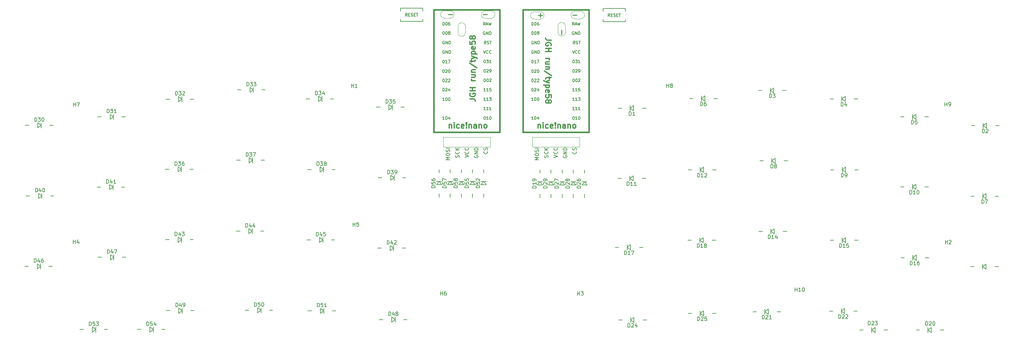
<source format=gto>
%TF.GenerationSoftware,KiCad,Pcbnew,(6.0.10)*%
%TF.CreationDate,2023-09-30T09:22:21-05:00*%
%TF.ProjectId,RunType58,52756e54-7970-4653-9538-2e6b69636164,rev?*%
%TF.SameCoordinates,Original*%
%TF.FileFunction,Legend,Top*%
%TF.FilePolarity,Positive*%
%FSLAX46Y46*%
G04 Gerber Fmt 4.6, Leading zero omitted, Abs format (unit mm)*
G04 Created by KiCad (PCBNEW (6.0.10)) date 2023-09-30 09:22:21*
%MOMM*%
%LPD*%
G01*
G04 APERTURE LIST*
%ADD10C,0.300000*%
%ADD11C,0.150000*%
%ADD12C,0.280000*%
%ADD13C,0.120000*%
%ADD14C,0.381000*%
%ADD15C,1.752600*%
%ADD16C,1.397000*%
%ADD17C,4.000000*%
%ADD18C,0.100000*%
%ADD19C,1.700000*%
%ADD20C,3.000000*%
%ADD21C,1.900000*%
%ADD22C,2.000000*%
%ADD23R,1.500000X1.800000*%
%ADD24C,1.998980*%
%ADD25R,1.998980X1.998980*%
%ADD26R,1.800000X1.500000*%
%ADD27C,1.000000*%
%ADD28R,0.900000X0.900000*%
%ADD29R,1.250000X0.900000*%
G04 APERTURE END LIST*
D10*
X173541428Y-31120000D02*
X172470000Y-31120000D01*
X172255714Y-31048571D01*
X172112857Y-30905714D01*
X172041428Y-30691428D01*
X172041428Y-30548571D01*
X173470000Y-32620000D02*
X173541428Y-32477142D01*
X173541428Y-32262857D01*
X173470000Y-32048571D01*
X173327142Y-31905714D01*
X173184285Y-31834285D01*
X172898571Y-31762857D01*
X172684285Y-31762857D01*
X172398571Y-31834285D01*
X172255714Y-31905714D01*
X172112857Y-32048571D01*
X172041428Y-32262857D01*
X172041428Y-32405714D01*
X172112857Y-32620000D01*
X172184285Y-32691428D01*
X172684285Y-32691428D01*
X172684285Y-32405714D01*
X172041428Y-33334285D02*
X173541428Y-33334285D01*
X172827142Y-33334285D02*
X172827142Y-34191428D01*
X172041428Y-34191428D02*
X173541428Y-34191428D01*
X172041428Y-36048571D02*
X173041428Y-36048571D01*
X172755714Y-36048571D02*
X172898571Y-36120000D01*
X172970000Y-36191428D01*
X173041428Y-36334285D01*
X173041428Y-36477142D01*
X173041428Y-37620000D02*
X172041428Y-37620000D01*
X173041428Y-36977142D02*
X172255714Y-36977142D01*
X172112857Y-37048571D01*
X172041428Y-37191428D01*
X172041428Y-37405714D01*
X172112857Y-37548571D01*
X172184285Y-37620000D01*
X173041428Y-38334285D02*
X172041428Y-38334285D01*
X172898571Y-38334285D02*
X172970000Y-38405714D01*
X173041428Y-38548571D01*
X173041428Y-38762857D01*
X172970000Y-38905714D01*
X172827142Y-38977142D01*
X172041428Y-38977142D01*
X173612857Y-40762857D02*
X171684285Y-39477142D01*
X173041428Y-41048571D02*
X173041428Y-41620000D01*
X173541428Y-41262857D02*
X172255714Y-41262857D01*
X172112857Y-41334285D01*
X172041428Y-41477142D01*
X172041428Y-41620000D01*
X173041428Y-41977142D02*
X172041428Y-42334285D01*
X173041428Y-42691428D02*
X172041428Y-42334285D01*
X171684285Y-42191428D01*
X171612857Y-42120000D01*
X171541428Y-41977142D01*
X173041428Y-43262857D02*
X171541428Y-43262857D01*
X172970000Y-43262857D02*
X173041428Y-43405714D01*
X173041428Y-43691428D01*
X172970000Y-43834285D01*
X172898571Y-43905714D01*
X172755714Y-43977142D01*
X172327142Y-43977142D01*
X172184285Y-43905714D01*
X172112857Y-43834285D01*
X172041428Y-43691428D01*
X172041428Y-43405714D01*
X172112857Y-43262857D01*
X172112857Y-45191428D02*
X172041428Y-45048571D01*
X172041428Y-44762857D01*
X172112857Y-44620000D01*
X172255714Y-44548571D01*
X172827142Y-44548571D01*
X172970000Y-44620000D01*
X173041428Y-44762857D01*
X173041428Y-45048571D01*
X172970000Y-45191428D01*
X172827142Y-45262857D01*
X172684285Y-45262857D01*
X172541428Y-44548571D01*
X173541428Y-46620000D02*
X173541428Y-45905714D01*
X172827142Y-45834285D01*
X172898571Y-45905714D01*
X172970000Y-46048571D01*
X172970000Y-46405714D01*
X172898571Y-46548571D01*
X172827142Y-46620000D01*
X172684285Y-46691428D01*
X172327142Y-46691428D01*
X172184285Y-46620000D01*
X172112857Y-46548571D01*
X172041428Y-46405714D01*
X172041428Y-46048571D01*
X172112857Y-45905714D01*
X172184285Y-45834285D01*
X172898571Y-47548571D02*
X172970000Y-47405714D01*
X173041428Y-47334285D01*
X173184285Y-47262857D01*
X173255714Y-47262857D01*
X173398571Y-47334285D01*
X173470000Y-47405714D01*
X173541428Y-47548571D01*
X173541428Y-47834285D01*
X173470000Y-47977142D01*
X173398571Y-48048571D01*
X173255714Y-48120000D01*
X173184285Y-48120000D01*
X173041428Y-48048571D01*
X172970000Y-47977142D01*
X172898571Y-47834285D01*
X172898571Y-47548571D01*
X172827142Y-47405714D01*
X172755714Y-47334285D01*
X172612857Y-47262857D01*
X172327142Y-47262857D01*
X172184285Y-47334285D01*
X172112857Y-47405714D01*
X172041428Y-47548571D01*
X172041428Y-47834285D01*
X172112857Y-47977142D01*
X172184285Y-48048571D01*
X172327142Y-48120000D01*
X172612857Y-48120000D01*
X172755714Y-48048571D01*
X172827142Y-47977142D01*
X172898571Y-47834285D01*
X151578571Y-47000000D02*
X152650000Y-47000000D01*
X152864285Y-47071428D01*
X153007142Y-47214285D01*
X153078571Y-47428571D01*
X153078571Y-47571428D01*
X151650000Y-45500000D02*
X151578571Y-45642857D01*
X151578571Y-45857142D01*
X151650000Y-46071428D01*
X151792857Y-46214285D01*
X151935714Y-46285714D01*
X152221428Y-46357142D01*
X152435714Y-46357142D01*
X152721428Y-46285714D01*
X152864285Y-46214285D01*
X153007142Y-46071428D01*
X153078571Y-45857142D01*
X153078571Y-45714285D01*
X153007142Y-45500000D01*
X152935714Y-45428571D01*
X152435714Y-45428571D01*
X152435714Y-45714285D01*
X153078571Y-44785714D02*
X151578571Y-44785714D01*
X152292857Y-44785714D02*
X152292857Y-43928571D01*
X153078571Y-43928571D02*
X151578571Y-43928571D01*
X153078571Y-42071428D02*
X152078571Y-42071428D01*
X152364285Y-42071428D02*
X152221428Y-42000000D01*
X152150000Y-41928571D01*
X152078571Y-41785714D01*
X152078571Y-41642857D01*
X152078571Y-40500000D02*
X153078571Y-40500000D01*
X152078571Y-41142857D02*
X152864285Y-41142857D01*
X153007142Y-41071428D01*
X153078571Y-40928571D01*
X153078571Y-40714285D01*
X153007142Y-40571428D01*
X152935714Y-40500000D01*
X152078571Y-39785714D02*
X153078571Y-39785714D01*
X152221428Y-39785714D02*
X152150000Y-39714285D01*
X152078571Y-39571428D01*
X152078571Y-39357142D01*
X152150000Y-39214285D01*
X152292857Y-39142857D01*
X153078571Y-39142857D01*
X151507142Y-37357142D02*
X153435714Y-38642857D01*
X152078571Y-37071428D02*
X152078571Y-36500000D01*
X151578571Y-36857142D02*
X152864285Y-36857142D01*
X153007142Y-36785714D01*
X153078571Y-36642857D01*
X153078571Y-36500000D01*
X152078571Y-36142857D02*
X153078571Y-35785714D01*
X152078571Y-35428571D02*
X153078571Y-35785714D01*
X153435714Y-35928571D01*
X153507142Y-36000000D01*
X153578571Y-36142857D01*
X152078571Y-34857142D02*
X153578571Y-34857142D01*
X152150000Y-34857142D02*
X152078571Y-34714285D01*
X152078571Y-34428571D01*
X152150000Y-34285714D01*
X152221428Y-34214285D01*
X152364285Y-34142857D01*
X152792857Y-34142857D01*
X152935714Y-34214285D01*
X153007142Y-34285714D01*
X153078571Y-34428571D01*
X153078571Y-34714285D01*
X153007142Y-34857142D01*
X153007142Y-32928571D02*
X153078571Y-33071428D01*
X153078571Y-33357142D01*
X153007142Y-33500000D01*
X152864285Y-33571428D01*
X152292857Y-33571428D01*
X152150000Y-33500000D01*
X152078571Y-33357142D01*
X152078571Y-33071428D01*
X152150000Y-32928571D01*
X152292857Y-32857142D01*
X152435714Y-32857142D01*
X152578571Y-33571428D01*
X151578571Y-31500000D02*
X151578571Y-32214285D01*
X152292857Y-32285714D01*
X152221428Y-32214285D01*
X152150000Y-32071428D01*
X152150000Y-31714285D01*
X152221428Y-31571428D01*
X152292857Y-31500000D01*
X152435714Y-31428571D01*
X152792857Y-31428571D01*
X152935714Y-31500000D01*
X153007142Y-31571428D01*
X153078571Y-31714285D01*
X153078571Y-32071428D01*
X153007142Y-32214285D01*
X152935714Y-32285714D01*
X152221428Y-30571428D02*
X152150000Y-30714285D01*
X152078571Y-30785714D01*
X151935714Y-30857142D01*
X151864285Y-30857142D01*
X151721428Y-30785714D01*
X151650000Y-30714285D01*
X151578571Y-30571428D01*
X151578571Y-30285714D01*
X151650000Y-30142857D01*
X151721428Y-30071428D01*
X151864285Y-30000000D01*
X151935714Y-30000000D01*
X152078571Y-30071428D01*
X152150000Y-30142857D01*
X152221428Y-30285714D01*
X152221428Y-30571428D01*
X152292857Y-30714285D01*
X152364285Y-30785714D01*
X152507142Y-30857142D01*
X152792857Y-30857142D01*
X152935714Y-30785714D01*
X153007142Y-30714285D01*
X153078571Y-30571428D01*
X153078571Y-30285714D01*
X153007142Y-30142857D01*
X152935714Y-30071428D01*
X152792857Y-30000000D01*
X152507142Y-30000000D01*
X152364285Y-30071428D01*
X152292857Y-30142857D01*
X152221428Y-30285714D01*
D11*
%TO.C,H2*%
X279758095Y-86062380D02*
X279758095Y-85062380D01*
X279758095Y-85538571D02*
X280329523Y-85538571D01*
X280329523Y-86062380D02*
X280329523Y-85062380D01*
X280758095Y-85157619D02*
X280805714Y-85110000D01*
X280900952Y-85062380D01*
X281139047Y-85062380D01*
X281234285Y-85110000D01*
X281281904Y-85157619D01*
X281329523Y-85252857D01*
X281329523Y-85348095D01*
X281281904Y-85490952D01*
X280710476Y-86062380D01*
X281329523Y-86062380D01*
%TO.C,H10*%
X239231904Y-98882380D02*
X239231904Y-97882380D01*
X239231904Y-98358571D02*
X239803333Y-98358571D01*
X239803333Y-98882380D02*
X239803333Y-97882380D01*
X240803333Y-98882380D02*
X240231904Y-98882380D01*
X240517619Y-98882380D02*
X240517619Y-97882380D01*
X240422380Y-98025238D01*
X240327142Y-98120476D01*
X240231904Y-98168095D01*
X241422380Y-97882380D02*
X241517619Y-97882380D01*
X241612857Y-97930000D01*
X241660476Y-97977619D01*
X241708095Y-98072857D01*
X241755714Y-98263333D01*
X241755714Y-98501428D01*
X241708095Y-98691904D01*
X241660476Y-98787142D01*
X241612857Y-98834761D01*
X241517619Y-98882380D01*
X241422380Y-98882380D01*
X241327142Y-98834761D01*
X241279523Y-98787142D01*
X241231904Y-98691904D01*
X241184285Y-98501428D01*
X241184285Y-98263333D01*
X241231904Y-98072857D01*
X241279523Y-97977619D01*
X241327142Y-97930000D01*
X241422380Y-97882380D01*
%TO.C,H9*%
X279668095Y-48912380D02*
X279668095Y-47912380D01*
X279668095Y-48388571D02*
X280239523Y-48388571D01*
X280239523Y-48912380D02*
X280239523Y-47912380D01*
X280763333Y-48912380D02*
X280953809Y-48912380D01*
X281049047Y-48864761D01*
X281096666Y-48817142D01*
X281191904Y-48674285D01*
X281239523Y-48483809D01*
X281239523Y-48102857D01*
X281191904Y-48007619D01*
X281144285Y-47960000D01*
X281049047Y-47912380D01*
X280858571Y-47912380D01*
X280763333Y-47960000D01*
X280715714Y-48007619D01*
X280668095Y-48102857D01*
X280668095Y-48340952D01*
X280715714Y-48436190D01*
X280763333Y-48483809D01*
X280858571Y-48531428D01*
X281049047Y-48531428D01*
X281144285Y-48483809D01*
X281191904Y-48436190D01*
X281239523Y-48340952D01*
%TO.C,H8*%
X204638095Y-43902380D02*
X204638095Y-42902380D01*
X204638095Y-43378571D02*
X205209523Y-43378571D01*
X205209523Y-43902380D02*
X205209523Y-42902380D01*
X205828571Y-43330952D02*
X205733333Y-43283333D01*
X205685714Y-43235714D01*
X205638095Y-43140476D01*
X205638095Y-43092857D01*
X205685714Y-42997619D01*
X205733333Y-42950000D01*
X205828571Y-42902380D01*
X206019047Y-42902380D01*
X206114285Y-42950000D01*
X206161904Y-42997619D01*
X206209523Y-43092857D01*
X206209523Y-43140476D01*
X206161904Y-43235714D01*
X206114285Y-43283333D01*
X206019047Y-43330952D01*
X205828571Y-43330952D01*
X205733333Y-43378571D01*
X205685714Y-43426190D01*
X205638095Y-43521428D01*
X205638095Y-43711904D01*
X205685714Y-43807142D01*
X205733333Y-43854761D01*
X205828571Y-43902380D01*
X206019047Y-43902380D01*
X206114285Y-43854761D01*
X206161904Y-43807142D01*
X206209523Y-43711904D01*
X206209523Y-43521428D01*
X206161904Y-43426190D01*
X206114285Y-43378571D01*
X206019047Y-43330952D01*
%TO.C,H7*%
X44778095Y-48972380D02*
X44778095Y-47972380D01*
X44778095Y-48448571D02*
X45349523Y-48448571D01*
X45349523Y-48972380D02*
X45349523Y-47972380D01*
X45730476Y-47972380D02*
X46397142Y-47972380D01*
X45968571Y-48972380D01*
%TO.C,H6*%
X143708095Y-99922380D02*
X143708095Y-98922380D01*
X143708095Y-99398571D02*
X144279523Y-99398571D01*
X144279523Y-99922380D02*
X144279523Y-98922380D01*
X145184285Y-98922380D02*
X144993809Y-98922380D01*
X144898571Y-98970000D01*
X144850952Y-99017619D01*
X144755714Y-99160476D01*
X144708095Y-99350952D01*
X144708095Y-99731904D01*
X144755714Y-99827142D01*
X144803333Y-99874761D01*
X144898571Y-99922380D01*
X145089047Y-99922380D01*
X145184285Y-99874761D01*
X145231904Y-99827142D01*
X145279523Y-99731904D01*
X145279523Y-99493809D01*
X145231904Y-99398571D01*
X145184285Y-99350952D01*
X145089047Y-99303333D01*
X144898571Y-99303333D01*
X144803333Y-99350952D01*
X144755714Y-99398571D01*
X144708095Y-99493809D01*
%TO.C,H5*%
X120078095Y-81322380D02*
X120078095Y-80322380D01*
X120078095Y-80798571D02*
X120649523Y-80798571D01*
X120649523Y-81322380D02*
X120649523Y-80322380D01*
X121601904Y-80322380D02*
X121125714Y-80322380D01*
X121078095Y-80798571D01*
X121125714Y-80750952D01*
X121220952Y-80703333D01*
X121459047Y-80703333D01*
X121554285Y-80750952D01*
X121601904Y-80798571D01*
X121649523Y-80893809D01*
X121649523Y-81131904D01*
X121601904Y-81227142D01*
X121554285Y-81274761D01*
X121459047Y-81322380D01*
X121220952Y-81322380D01*
X121125714Y-81274761D01*
X121078095Y-81227142D01*
%TO.C,H4*%
X44708095Y-85992380D02*
X44708095Y-84992380D01*
X44708095Y-85468571D02*
X45279523Y-85468571D01*
X45279523Y-85992380D02*
X45279523Y-84992380D01*
X46184285Y-85325714D02*
X46184285Y-85992380D01*
X45946190Y-84944761D02*
X45708095Y-85659047D01*
X46327142Y-85659047D01*
%TO.C,H3*%
X180628095Y-99902380D02*
X180628095Y-98902380D01*
X180628095Y-99378571D02*
X181199523Y-99378571D01*
X181199523Y-99902380D02*
X181199523Y-98902380D01*
X181580476Y-98902380D02*
X182199523Y-98902380D01*
X181866190Y-99283333D01*
X182009047Y-99283333D01*
X182104285Y-99330952D01*
X182151904Y-99378571D01*
X182199523Y-99473809D01*
X182199523Y-99711904D01*
X182151904Y-99807142D01*
X182104285Y-99854761D01*
X182009047Y-99902380D01*
X181723333Y-99902380D01*
X181628095Y-99854761D01*
X181580476Y-99807142D01*
%TO.C,H1*%
X119658095Y-43912380D02*
X119658095Y-42912380D01*
X119658095Y-43388571D02*
X120229523Y-43388571D01*
X120229523Y-43912380D02*
X120229523Y-42912380D01*
X121229523Y-43912380D02*
X120658095Y-43912380D01*
X120943809Y-43912380D02*
X120943809Y-42912380D01*
X120848571Y-43055238D01*
X120753333Y-43150476D01*
X120658095Y-43198095D01*
%TO.C,Display1*%
X156247142Y-61147669D02*
X156294761Y-61195288D01*
X156342380Y-61338145D01*
X156342380Y-61433383D01*
X156294761Y-61576240D01*
X156199523Y-61671478D01*
X156104285Y-61719097D01*
X155913809Y-61766716D01*
X155770952Y-61766716D01*
X155580476Y-61719097D01*
X155485238Y-61671478D01*
X155390000Y-61576240D01*
X155342380Y-61433383D01*
X155342380Y-61338145D01*
X155390000Y-61195288D01*
X155437619Y-61147669D01*
X156294761Y-60766716D02*
X156342380Y-60623859D01*
X156342380Y-60385764D01*
X156294761Y-60290526D01*
X156247142Y-60242907D01*
X156151904Y-60195288D01*
X156056666Y-60195288D01*
X155961428Y-60242907D01*
X155913809Y-60290526D01*
X155866190Y-60385764D01*
X155818571Y-60576240D01*
X155770952Y-60671478D01*
X155723333Y-60719097D01*
X155628095Y-60766716D01*
X155532857Y-60766716D01*
X155437619Y-60719097D01*
X155390000Y-60671478D01*
X155342380Y-60576240D01*
X155342380Y-60338145D01*
X155390000Y-60195288D01*
X146182380Y-63385764D02*
X145182380Y-63385764D01*
X145896666Y-63052431D01*
X145182380Y-62719097D01*
X146182380Y-62719097D01*
X145182380Y-62052431D02*
X145182380Y-61861954D01*
X145230000Y-61766716D01*
X145325238Y-61671478D01*
X145515714Y-61623859D01*
X145849047Y-61623859D01*
X146039523Y-61671478D01*
X146134761Y-61766716D01*
X146182380Y-61861954D01*
X146182380Y-62052431D01*
X146134761Y-62147669D01*
X146039523Y-62242907D01*
X145849047Y-62290526D01*
X145515714Y-62290526D01*
X145325238Y-62242907D01*
X145230000Y-62147669D01*
X145182380Y-62052431D01*
X146134761Y-61242907D02*
X146182380Y-61100050D01*
X146182380Y-60861954D01*
X146134761Y-60766716D01*
X146087142Y-60719097D01*
X145991904Y-60671478D01*
X145896666Y-60671478D01*
X145801428Y-60719097D01*
X145753809Y-60766716D01*
X145706190Y-60861954D01*
X145658571Y-61052431D01*
X145610952Y-61147669D01*
X145563333Y-61195288D01*
X145468095Y-61242907D01*
X145372857Y-61242907D01*
X145277619Y-61195288D01*
X145230000Y-61147669D01*
X145182380Y-61052431D01*
X145182380Y-60814335D01*
X145230000Y-60671478D01*
X146182380Y-60242907D02*
X145182380Y-60242907D01*
X150262380Y-62766716D02*
X151262380Y-62433383D01*
X150262380Y-62100050D01*
X151167142Y-61195288D02*
X151214761Y-61242907D01*
X151262380Y-61385764D01*
X151262380Y-61481002D01*
X151214761Y-61623859D01*
X151119523Y-61719097D01*
X151024285Y-61766716D01*
X150833809Y-61814335D01*
X150690952Y-61814335D01*
X150500476Y-61766716D01*
X150405238Y-61719097D01*
X150310000Y-61623859D01*
X150262380Y-61481002D01*
X150262380Y-61385764D01*
X150310000Y-61242907D01*
X150357619Y-61195288D01*
X151167142Y-60195288D02*
X151214761Y-60242907D01*
X151262380Y-60385764D01*
X151262380Y-60481002D01*
X151214761Y-60623859D01*
X151119523Y-60719097D01*
X151024285Y-60766716D01*
X150833809Y-60814335D01*
X150690952Y-60814335D01*
X150500476Y-60766716D01*
X150405238Y-60719097D01*
X150310000Y-60623859D01*
X150262380Y-60481002D01*
X150262380Y-60385764D01*
X150310000Y-60242907D01*
X150357619Y-60195288D01*
X152850000Y-62290526D02*
X152802380Y-62385764D01*
X152802380Y-62528621D01*
X152850000Y-62671478D01*
X152945238Y-62766716D01*
X153040476Y-62814335D01*
X153230952Y-62861954D01*
X153373809Y-62861954D01*
X153564285Y-62814335D01*
X153659523Y-62766716D01*
X153754761Y-62671478D01*
X153802380Y-62528621D01*
X153802380Y-62433383D01*
X153754761Y-62290526D01*
X153707142Y-62242907D01*
X153373809Y-62242907D01*
X153373809Y-62433383D01*
X153802380Y-61814335D02*
X152802380Y-61814335D01*
X153802380Y-61242907D01*
X152802380Y-61242907D01*
X153802380Y-60766716D02*
X152802380Y-60766716D01*
X152802380Y-60528621D01*
X152850000Y-60385764D01*
X152945238Y-60290526D01*
X153040476Y-60242907D01*
X153230952Y-60195288D01*
X153373809Y-60195288D01*
X153564285Y-60242907D01*
X153659523Y-60290526D01*
X153754761Y-60385764D01*
X153802380Y-60528621D01*
X153802380Y-60766716D01*
X148674761Y-62766716D02*
X148722380Y-62623859D01*
X148722380Y-62385764D01*
X148674761Y-62290526D01*
X148627142Y-62242907D01*
X148531904Y-62195288D01*
X148436666Y-62195288D01*
X148341428Y-62242907D01*
X148293809Y-62290526D01*
X148246190Y-62385764D01*
X148198571Y-62576240D01*
X148150952Y-62671478D01*
X148103333Y-62719097D01*
X148008095Y-62766716D01*
X147912857Y-62766716D01*
X147817619Y-62719097D01*
X147770000Y-62671478D01*
X147722380Y-62576240D01*
X147722380Y-62338145D01*
X147770000Y-62195288D01*
X148627142Y-61195288D02*
X148674761Y-61242907D01*
X148722380Y-61385764D01*
X148722380Y-61481002D01*
X148674761Y-61623859D01*
X148579523Y-61719097D01*
X148484285Y-61766716D01*
X148293809Y-61814335D01*
X148150952Y-61814335D01*
X147960476Y-61766716D01*
X147865238Y-61719097D01*
X147770000Y-61623859D01*
X147722380Y-61481002D01*
X147722380Y-61385764D01*
X147770000Y-61242907D01*
X147817619Y-61195288D01*
X148722380Y-60766716D02*
X147722380Y-60766716D01*
X148722380Y-60195288D02*
X148150952Y-60623859D01*
X147722380Y-60195288D02*
X148293809Y-60766716D01*
%TO.C,RSW2*%
X134718095Y-24711904D02*
X134451428Y-24330952D01*
X134260952Y-24711904D02*
X134260952Y-23911904D01*
X134565714Y-23911904D01*
X134641904Y-23950000D01*
X134680000Y-23988095D01*
X134718095Y-24064285D01*
X134718095Y-24178571D01*
X134680000Y-24254761D01*
X134641904Y-24292857D01*
X134565714Y-24330952D01*
X134260952Y-24330952D01*
X135060952Y-24292857D02*
X135327619Y-24292857D01*
X135441904Y-24711904D02*
X135060952Y-24711904D01*
X135060952Y-23911904D01*
X135441904Y-23911904D01*
X135746666Y-24673809D02*
X135860952Y-24711904D01*
X136051428Y-24711904D01*
X136127619Y-24673809D01*
X136165714Y-24635714D01*
X136203809Y-24559523D01*
X136203809Y-24483333D01*
X136165714Y-24407142D01*
X136127619Y-24369047D01*
X136051428Y-24330952D01*
X135899047Y-24292857D01*
X135822857Y-24254761D01*
X135784761Y-24216666D01*
X135746666Y-24140476D01*
X135746666Y-24064285D01*
X135784761Y-23988095D01*
X135822857Y-23950000D01*
X135899047Y-23911904D01*
X136089523Y-23911904D01*
X136203809Y-23950000D01*
X136546666Y-24292857D02*
X136813333Y-24292857D01*
X136927619Y-24711904D02*
X136546666Y-24711904D01*
X136546666Y-23911904D01*
X136927619Y-23911904D01*
X137156190Y-23911904D02*
X137613333Y-23911904D01*
X137384761Y-24711904D02*
X137384761Y-23911904D01*
%TO.C,D58*%
X148269840Y-70934285D02*
X147269840Y-70934285D01*
X147269840Y-70696190D01*
X147317460Y-70553333D01*
X147412698Y-70458095D01*
X147507936Y-70410476D01*
X147698412Y-70362857D01*
X147841269Y-70362857D01*
X148031745Y-70410476D01*
X148126983Y-70458095D01*
X148222221Y-70553333D01*
X148269840Y-70696190D01*
X148269840Y-70934285D01*
X147269840Y-69458095D02*
X147269840Y-69934285D01*
X147746031Y-69981904D01*
X147698412Y-69934285D01*
X147650793Y-69839047D01*
X147650793Y-69600952D01*
X147698412Y-69505714D01*
X147746031Y-69458095D01*
X147841269Y-69410476D01*
X148079364Y-69410476D01*
X148174602Y-69458095D01*
X148222221Y-69505714D01*
X148269840Y-69600952D01*
X148269840Y-69839047D01*
X148222221Y-69934285D01*
X148174602Y-69981904D01*
X147698412Y-68839047D02*
X147650793Y-68934285D01*
X147603174Y-68981904D01*
X147507936Y-69029523D01*
X147460317Y-69029523D01*
X147365079Y-68981904D01*
X147317460Y-68934285D01*
X147269840Y-68839047D01*
X147269840Y-68648571D01*
X147317460Y-68553333D01*
X147365079Y-68505714D01*
X147460317Y-68458095D01*
X147507936Y-68458095D01*
X147603174Y-68505714D01*
X147650793Y-68553333D01*
X147698412Y-68648571D01*
X147698412Y-68839047D01*
X147746031Y-68934285D01*
X147793650Y-68981904D01*
X147888888Y-69029523D01*
X148079364Y-69029523D01*
X148174602Y-68981904D01*
X148222221Y-68934285D01*
X148269840Y-68839047D01*
X148269840Y-68648571D01*
X148222221Y-68553333D01*
X148174602Y-68505714D01*
X148079364Y-68458095D01*
X147888888Y-68458095D01*
X147793650Y-68505714D01*
X147746031Y-68553333D01*
X147698412Y-68648571D01*
%TO.C,D57*%
X145262380Y-70934285D02*
X144262380Y-70934285D01*
X144262380Y-70696190D01*
X144310000Y-70553333D01*
X144405238Y-70458095D01*
X144500476Y-70410476D01*
X144690952Y-70362857D01*
X144833809Y-70362857D01*
X145024285Y-70410476D01*
X145119523Y-70458095D01*
X145214761Y-70553333D01*
X145262380Y-70696190D01*
X145262380Y-70934285D01*
X144262380Y-69458095D02*
X144262380Y-69934285D01*
X144738571Y-69981904D01*
X144690952Y-69934285D01*
X144643333Y-69839047D01*
X144643333Y-69600952D01*
X144690952Y-69505714D01*
X144738571Y-69458095D01*
X144833809Y-69410476D01*
X145071904Y-69410476D01*
X145167142Y-69458095D01*
X145214761Y-69505714D01*
X145262380Y-69600952D01*
X145262380Y-69839047D01*
X145214761Y-69934285D01*
X145167142Y-69981904D01*
X144262380Y-69077142D02*
X144262380Y-68410476D01*
X145262380Y-68839047D01*
%TO.C,D56*%
X142252380Y-70934285D02*
X141252380Y-70934285D01*
X141252380Y-70696190D01*
X141300000Y-70553333D01*
X141395238Y-70458095D01*
X141490476Y-70410476D01*
X141680952Y-70362857D01*
X141823809Y-70362857D01*
X142014285Y-70410476D01*
X142109523Y-70458095D01*
X142204761Y-70553333D01*
X142252380Y-70696190D01*
X142252380Y-70934285D01*
X141252380Y-69458095D02*
X141252380Y-69934285D01*
X141728571Y-69981904D01*
X141680952Y-69934285D01*
X141633333Y-69839047D01*
X141633333Y-69600952D01*
X141680952Y-69505714D01*
X141728571Y-69458095D01*
X141823809Y-69410476D01*
X142061904Y-69410476D01*
X142157142Y-69458095D01*
X142204761Y-69505714D01*
X142252380Y-69600952D01*
X142252380Y-69839047D01*
X142204761Y-69934285D01*
X142157142Y-69981904D01*
X141252380Y-68553333D02*
X141252380Y-68743809D01*
X141300000Y-68839047D01*
X141347619Y-68886666D01*
X141490476Y-68981904D01*
X141680952Y-69029523D01*
X142061904Y-69029523D01*
X142157142Y-68981904D01*
X142204761Y-68934285D01*
X142252380Y-68839047D01*
X142252380Y-68648571D01*
X142204761Y-68553333D01*
X142157142Y-68505714D01*
X142061904Y-68458095D01*
X141823809Y-68458095D01*
X141728571Y-68505714D01*
X141680952Y-68553333D01*
X141633333Y-68648571D01*
X141633333Y-68839047D01*
X141680952Y-68934285D01*
X141728571Y-68981904D01*
X141823809Y-69029523D01*
%TO.C,D55*%
X151269840Y-70934285D02*
X150269840Y-70934285D01*
X150269840Y-70696190D01*
X150317460Y-70553333D01*
X150412698Y-70458095D01*
X150507936Y-70410476D01*
X150698412Y-70362857D01*
X150841269Y-70362857D01*
X151031745Y-70410476D01*
X151126983Y-70458095D01*
X151222221Y-70553333D01*
X151269840Y-70696190D01*
X151269840Y-70934285D01*
X150269840Y-69458095D02*
X150269840Y-69934285D01*
X150746031Y-69981904D01*
X150698412Y-69934285D01*
X150650793Y-69839047D01*
X150650793Y-69600952D01*
X150698412Y-69505714D01*
X150746031Y-69458095D01*
X150841269Y-69410476D01*
X151079364Y-69410476D01*
X151174602Y-69458095D01*
X151222221Y-69505714D01*
X151269840Y-69600952D01*
X151269840Y-69839047D01*
X151222221Y-69934285D01*
X151174602Y-69981904D01*
X150269840Y-68505714D02*
X150269840Y-68981904D01*
X150746031Y-69029523D01*
X150698412Y-68981904D01*
X150650793Y-68886666D01*
X150650793Y-68648571D01*
X150698412Y-68553333D01*
X150746031Y-68505714D01*
X150841269Y-68458095D01*
X151079364Y-68458095D01*
X151174602Y-68505714D01*
X151222221Y-68553333D01*
X151269840Y-68648571D01*
X151269840Y-68886666D01*
X151222221Y-68981904D01*
X151174602Y-69029523D01*
%TO.C,D54*%
X64525714Y-108112380D02*
X64525714Y-107112380D01*
X64763809Y-107112380D01*
X64906666Y-107160000D01*
X65001904Y-107255238D01*
X65049523Y-107350476D01*
X65097142Y-107540952D01*
X65097142Y-107683809D01*
X65049523Y-107874285D01*
X65001904Y-107969523D01*
X64906666Y-108064761D01*
X64763809Y-108112380D01*
X64525714Y-108112380D01*
X66001904Y-107112380D02*
X65525714Y-107112380D01*
X65478095Y-107588571D01*
X65525714Y-107540952D01*
X65620952Y-107493333D01*
X65859047Y-107493333D01*
X65954285Y-107540952D01*
X66001904Y-107588571D01*
X66049523Y-107683809D01*
X66049523Y-107921904D01*
X66001904Y-108017142D01*
X65954285Y-108064761D01*
X65859047Y-108112380D01*
X65620952Y-108112380D01*
X65525714Y-108064761D01*
X65478095Y-108017142D01*
X66906666Y-107445714D02*
X66906666Y-108112380D01*
X66668571Y-107064761D02*
X66430476Y-107779047D01*
X67049523Y-107779047D01*
%TO.C,D53*%
X49035714Y-108112380D02*
X49035714Y-107112380D01*
X49273809Y-107112380D01*
X49416666Y-107160000D01*
X49511904Y-107255238D01*
X49559523Y-107350476D01*
X49607142Y-107540952D01*
X49607142Y-107683809D01*
X49559523Y-107874285D01*
X49511904Y-107969523D01*
X49416666Y-108064761D01*
X49273809Y-108112380D01*
X49035714Y-108112380D01*
X50511904Y-107112380D02*
X50035714Y-107112380D01*
X49988095Y-107588571D01*
X50035714Y-107540952D01*
X50130952Y-107493333D01*
X50369047Y-107493333D01*
X50464285Y-107540952D01*
X50511904Y-107588571D01*
X50559523Y-107683809D01*
X50559523Y-107921904D01*
X50511904Y-108017142D01*
X50464285Y-108064761D01*
X50369047Y-108112380D01*
X50130952Y-108112380D01*
X50035714Y-108064761D01*
X49988095Y-108017142D01*
X50892857Y-107112380D02*
X51511904Y-107112380D01*
X51178571Y-107493333D01*
X51321428Y-107493333D01*
X51416666Y-107540952D01*
X51464285Y-107588571D01*
X51511904Y-107683809D01*
X51511904Y-107921904D01*
X51464285Y-108017142D01*
X51416666Y-108064761D01*
X51321428Y-108112380D01*
X51035714Y-108112380D01*
X50940476Y-108064761D01*
X50892857Y-108017142D01*
%TO.C,D52*%
X154269840Y-70934285D02*
X153269840Y-70934285D01*
X153269840Y-70696190D01*
X153317460Y-70553333D01*
X153412698Y-70458095D01*
X153507936Y-70410476D01*
X153698412Y-70362857D01*
X153841269Y-70362857D01*
X154031745Y-70410476D01*
X154126983Y-70458095D01*
X154222221Y-70553333D01*
X154269840Y-70696190D01*
X154269840Y-70934285D01*
X153269840Y-69458095D02*
X153269840Y-69934285D01*
X153746031Y-69981904D01*
X153698412Y-69934285D01*
X153650793Y-69839047D01*
X153650793Y-69600952D01*
X153698412Y-69505714D01*
X153746031Y-69458095D01*
X153841269Y-69410476D01*
X154079364Y-69410476D01*
X154174602Y-69458095D01*
X154222221Y-69505714D01*
X154269840Y-69600952D01*
X154269840Y-69839047D01*
X154222221Y-69934285D01*
X154174602Y-69981904D01*
X153365079Y-69029523D02*
X153317460Y-68981904D01*
X153269840Y-68886666D01*
X153269840Y-68648571D01*
X153317460Y-68553333D01*
X153365079Y-68505714D01*
X153460317Y-68458095D01*
X153555555Y-68458095D01*
X153698412Y-68505714D01*
X154269840Y-69077142D01*
X154269840Y-68458095D01*
%TO.C,D51*%
X110505714Y-103072380D02*
X110505714Y-102072380D01*
X110743809Y-102072380D01*
X110886666Y-102120000D01*
X110981904Y-102215238D01*
X111029523Y-102310476D01*
X111077142Y-102500952D01*
X111077142Y-102643809D01*
X111029523Y-102834285D01*
X110981904Y-102929523D01*
X110886666Y-103024761D01*
X110743809Y-103072380D01*
X110505714Y-103072380D01*
X111981904Y-102072380D02*
X111505714Y-102072380D01*
X111458095Y-102548571D01*
X111505714Y-102500952D01*
X111600952Y-102453333D01*
X111839047Y-102453333D01*
X111934285Y-102500952D01*
X111981904Y-102548571D01*
X112029523Y-102643809D01*
X112029523Y-102881904D01*
X111981904Y-102977142D01*
X111934285Y-103024761D01*
X111839047Y-103072380D01*
X111600952Y-103072380D01*
X111505714Y-103024761D01*
X111458095Y-102977142D01*
X112981904Y-103072380D02*
X112410476Y-103072380D01*
X112696190Y-103072380D02*
X112696190Y-102072380D01*
X112600952Y-102215238D01*
X112505714Y-102310476D01*
X112410476Y-102358095D01*
%TO.C,D50*%
X93565714Y-102922380D02*
X93565714Y-101922380D01*
X93803809Y-101922380D01*
X93946666Y-101970000D01*
X94041904Y-102065238D01*
X94089523Y-102160476D01*
X94137142Y-102350952D01*
X94137142Y-102493809D01*
X94089523Y-102684285D01*
X94041904Y-102779523D01*
X93946666Y-102874761D01*
X93803809Y-102922380D01*
X93565714Y-102922380D01*
X95041904Y-101922380D02*
X94565714Y-101922380D01*
X94518095Y-102398571D01*
X94565714Y-102350952D01*
X94660952Y-102303333D01*
X94899047Y-102303333D01*
X94994285Y-102350952D01*
X95041904Y-102398571D01*
X95089523Y-102493809D01*
X95089523Y-102731904D01*
X95041904Y-102827142D01*
X94994285Y-102874761D01*
X94899047Y-102922380D01*
X94660952Y-102922380D01*
X94565714Y-102874761D01*
X94518095Y-102827142D01*
X95708571Y-101922380D02*
X95803809Y-101922380D01*
X95899047Y-101970000D01*
X95946666Y-102017619D01*
X95994285Y-102112857D01*
X96041904Y-102303333D01*
X96041904Y-102541428D01*
X95994285Y-102731904D01*
X95946666Y-102827142D01*
X95899047Y-102874761D01*
X95803809Y-102922380D01*
X95708571Y-102922380D01*
X95613333Y-102874761D01*
X95565714Y-102827142D01*
X95518095Y-102731904D01*
X95470476Y-102541428D01*
X95470476Y-102303333D01*
X95518095Y-102112857D01*
X95565714Y-102017619D01*
X95613333Y-101970000D01*
X95708571Y-101922380D01*
%TO.C,D49*%
X72345714Y-103032380D02*
X72345714Y-102032380D01*
X72583809Y-102032380D01*
X72726666Y-102080000D01*
X72821904Y-102175238D01*
X72869523Y-102270476D01*
X72917142Y-102460952D01*
X72917142Y-102603809D01*
X72869523Y-102794285D01*
X72821904Y-102889523D01*
X72726666Y-102984761D01*
X72583809Y-103032380D01*
X72345714Y-103032380D01*
X73774285Y-102365714D02*
X73774285Y-103032380D01*
X73536190Y-101984761D02*
X73298095Y-102699047D01*
X73917142Y-102699047D01*
X74345714Y-103032380D02*
X74536190Y-103032380D01*
X74631428Y-102984761D01*
X74679047Y-102937142D01*
X74774285Y-102794285D01*
X74821904Y-102603809D01*
X74821904Y-102222857D01*
X74774285Y-102127619D01*
X74726666Y-102080000D01*
X74631428Y-102032380D01*
X74440952Y-102032380D01*
X74345714Y-102080000D01*
X74298095Y-102127619D01*
X74250476Y-102222857D01*
X74250476Y-102460952D01*
X74298095Y-102556190D01*
X74345714Y-102603809D01*
X74440952Y-102651428D01*
X74631428Y-102651428D01*
X74726666Y-102603809D01*
X74774285Y-102556190D01*
X74821904Y-102460952D01*
%TO.C,D48*%
X129745714Y-105432380D02*
X129745714Y-104432380D01*
X129983809Y-104432380D01*
X130126666Y-104480000D01*
X130221904Y-104575238D01*
X130269523Y-104670476D01*
X130317142Y-104860952D01*
X130317142Y-105003809D01*
X130269523Y-105194285D01*
X130221904Y-105289523D01*
X130126666Y-105384761D01*
X129983809Y-105432380D01*
X129745714Y-105432380D01*
X131174285Y-104765714D02*
X131174285Y-105432380D01*
X130936190Y-104384761D02*
X130698095Y-105099047D01*
X131317142Y-105099047D01*
X131840952Y-104860952D02*
X131745714Y-104813333D01*
X131698095Y-104765714D01*
X131650476Y-104670476D01*
X131650476Y-104622857D01*
X131698095Y-104527619D01*
X131745714Y-104480000D01*
X131840952Y-104432380D01*
X132031428Y-104432380D01*
X132126666Y-104480000D01*
X132174285Y-104527619D01*
X132221904Y-104622857D01*
X132221904Y-104670476D01*
X132174285Y-104765714D01*
X132126666Y-104813333D01*
X132031428Y-104860952D01*
X131840952Y-104860952D01*
X131745714Y-104908571D01*
X131698095Y-104956190D01*
X131650476Y-105051428D01*
X131650476Y-105241904D01*
X131698095Y-105337142D01*
X131745714Y-105384761D01*
X131840952Y-105432380D01*
X132031428Y-105432380D01*
X132126666Y-105384761D01*
X132174285Y-105337142D01*
X132221904Y-105241904D01*
X132221904Y-105051428D01*
X132174285Y-104956190D01*
X132126666Y-104908571D01*
X132031428Y-104860952D01*
%TO.C,D47*%
X53905714Y-88632380D02*
X53905714Y-87632380D01*
X54143809Y-87632380D01*
X54286666Y-87680000D01*
X54381904Y-87775238D01*
X54429523Y-87870476D01*
X54477142Y-88060952D01*
X54477142Y-88203809D01*
X54429523Y-88394285D01*
X54381904Y-88489523D01*
X54286666Y-88584761D01*
X54143809Y-88632380D01*
X53905714Y-88632380D01*
X55334285Y-87965714D02*
X55334285Y-88632380D01*
X55096190Y-87584761D02*
X54858095Y-88299047D01*
X55477142Y-88299047D01*
X55762857Y-87632380D02*
X56429523Y-87632380D01*
X56000952Y-88632380D01*
%TO.C,D46*%
X34185714Y-91062380D02*
X34185714Y-90062380D01*
X34423809Y-90062380D01*
X34566666Y-90110000D01*
X34661904Y-90205238D01*
X34709523Y-90300476D01*
X34757142Y-90490952D01*
X34757142Y-90633809D01*
X34709523Y-90824285D01*
X34661904Y-90919523D01*
X34566666Y-91014761D01*
X34423809Y-91062380D01*
X34185714Y-91062380D01*
X35614285Y-90395714D02*
X35614285Y-91062380D01*
X35376190Y-90014761D02*
X35138095Y-90729047D01*
X35757142Y-90729047D01*
X36566666Y-90062380D02*
X36376190Y-90062380D01*
X36280952Y-90110000D01*
X36233333Y-90157619D01*
X36138095Y-90300476D01*
X36090476Y-90490952D01*
X36090476Y-90871904D01*
X36138095Y-90967142D01*
X36185714Y-91014761D01*
X36280952Y-91062380D01*
X36471428Y-91062380D01*
X36566666Y-91014761D01*
X36614285Y-90967142D01*
X36661904Y-90871904D01*
X36661904Y-90633809D01*
X36614285Y-90538571D01*
X36566666Y-90490952D01*
X36471428Y-90443333D01*
X36280952Y-90443333D01*
X36185714Y-90490952D01*
X36138095Y-90538571D01*
X36090476Y-90633809D01*
%TO.C,D45*%
X110235714Y-83952380D02*
X110235714Y-82952380D01*
X110473809Y-82952380D01*
X110616666Y-83000000D01*
X110711904Y-83095238D01*
X110759523Y-83190476D01*
X110807142Y-83380952D01*
X110807142Y-83523809D01*
X110759523Y-83714285D01*
X110711904Y-83809523D01*
X110616666Y-83904761D01*
X110473809Y-83952380D01*
X110235714Y-83952380D01*
X111664285Y-83285714D02*
X111664285Y-83952380D01*
X111426190Y-82904761D02*
X111188095Y-83619047D01*
X111807142Y-83619047D01*
X112664285Y-82952380D02*
X112188095Y-82952380D01*
X112140476Y-83428571D01*
X112188095Y-83380952D01*
X112283333Y-83333333D01*
X112521428Y-83333333D01*
X112616666Y-83380952D01*
X112664285Y-83428571D01*
X112711904Y-83523809D01*
X112711904Y-83761904D01*
X112664285Y-83857142D01*
X112616666Y-83904761D01*
X112521428Y-83952380D01*
X112283333Y-83952380D01*
X112188095Y-83904761D01*
X112140476Y-83857142D01*
%TO.C,D44*%
X91185714Y-81582380D02*
X91185714Y-80582380D01*
X91423809Y-80582380D01*
X91566666Y-80630000D01*
X91661904Y-80725238D01*
X91709523Y-80820476D01*
X91757142Y-81010952D01*
X91757142Y-81153809D01*
X91709523Y-81344285D01*
X91661904Y-81439523D01*
X91566666Y-81534761D01*
X91423809Y-81582380D01*
X91185714Y-81582380D01*
X92614285Y-80915714D02*
X92614285Y-81582380D01*
X92376190Y-80534761D02*
X92138095Y-81249047D01*
X92757142Y-81249047D01*
X93566666Y-80915714D02*
X93566666Y-81582380D01*
X93328571Y-80534761D02*
X93090476Y-81249047D01*
X93709523Y-81249047D01*
%TO.C,D43*%
X72145714Y-83902380D02*
X72145714Y-82902380D01*
X72383809Y-82902380D01*
X72526666Y-82950000D01*
X72621904Y-83045238D01*
X72669523Y-83140476D01*
X72717142Y-83330952D01*
X72717142Y-83473809D01*
X72669523Y-83664285D01*
X72621904Y-83759523D01*
X72526666Y-83854761D01*
X72383809Y-83902380D01*
X72145714Y-83902380D01*
X73574285Y-83235714D02*
X73574285Y-83902380D01*
X73336190Y-82854761D02*
X73098095Y-83569047D01*
X73717142Y-83569047D01*
X74002857Y-82902380D02*
X74621904Y-82902380D01*
X74288571Y-83283333D01*
X74431428Y-83283333D01*
X74526666Y-83330952D01*
X74574285Y-83378571D01*
X74621904Y-83473809D01*
X74621904Y-83711904D01*
X74574285Y-83807142D01*
X74526666Y-83854761D01*
X74431428Y-83902380D01*
X74145714Y-83902380D01*
X74050476Y-83854761D01*
X74002857Y-83807142D01*
%TO.C,D42*%
X129305714Y-86159840D02*
X129305714Y-85159840D01*
X129543809Y-85159840D01*
X129686666Y-85207460D01*
X129781904Y-85302698D01*
X129829523Y-85397936D01*
X129877142Y-85588412D01*
X129877142Y-85731269D01*
X129829523Y-85921745D01*
X129781904Y-86016983D01*
X129686666Y-86112221D01*
X129543809Y-86159840D01*
X129305714Y-86159840D01*
X130734285Y-85493174D02*
X130734285Y-86159840D01*
X130496190Y-85112221D02*
X130258095Y-85826507D01*
X130877142Y-85826507D01*
X131210476Y-85255079D02*
X131258095Y-85207460D01*
X131353333Y-85159840D01*
X131591428Y-85159840D01*
X131686666Y-85207460D01*
X131734285Y-85255079D01*
X131781904Y-85350317D01*
X131781904Y-85445555D01*
X131734285Y-85588412D01*
X131162857Y-86159840D01*
X131781904Y-86159840D01*
%TO.C,D41*%
X53685714Y-69732380D02*
X53685714Y-68732380D01*
X53923809Y-68732380D01*
X54066666Y-68780000D01*
X54161904Y-68875238D01*
X54209523Y-68970476D01*
X54257142Y-69160952D01*
X54257142Y-69303809D01*
X54209523Y-69494285D01*
X54161904Y-69589523D01*
X54066666Y-69684761D01*
X53923809Y-69732380D01*
X53685714Y-69732380D01*
X55114285Y-69065714D02*
X55114285Y-69732380D01*
X54876190Y-68684761D02*
X54638095Y-69399047D01*
X55257142Y-69399047D01*
X56161904Y-69732380D02*
X55590476Y-69732380D01*
X55876190Y-69732380D02*
X55876190Y-68732380D01*
X55780952Y-68875238D01*
X55685714Y-68970476D01*
X55590476Y-69018095D01*
%TO.C,D40*%
X34535714Y-72082380D02*
X34535714Y-71082380D01*
X34773809Y-71082380D01*
X34916666Y-71130000D01*
X35011904Y-71225238D01*
X35059523Y-71320476D01*
X35107142Y-71510952D01*
X35107142Y-71653809D01*
X35059523Y-71844285D01*
X35011904Y-71939523D01*
X34916666Y-72034761D01*
X34773809Y-72082380D01*
X34535714Y-72082380D01*
X35964285Y-71415714D02*
X35964285Y-72082380D01*
X35726190Y-71034761D02*
X35488095Y-71749047D01*
X36107142Y-71749047D01*
X36678571Y-71082380D02*
X36773809Y-71082380D01*
X36869047Y-71130000D01*
X36916666Y-71177619D01*
X36964285Y-71272857D01*
X37011904Y-71463333D01*
X37011904Y-71701428D01*
X36964285Y-71891904D01*
X36916666Y-71987142D01*
X36869047Y-72034761D01*
X36773809Y-72082380D01*
X36678571Y-72082380D01*
X36583333Y-72034761D01*
X36535714Y-71987142D01*
X36488095Y-71891904D01*
X36440476Y-71701428D01*
X36440476Y-71463333D01*
X36488095Y-71272857D01*
X36535714Y-71177619D01*
X36583333Y-71130000D01*
X36678571Y-71082380D01*
%TO.C,D39*%
X129465714Y-67209840D02*
X129465714Y-66209840D01*
X129703809Y-66209840D01*
X129846666Y-66257460D01*
X129941904Y-66352698D01*
X129989523Y-66447936D01*
X130037142Y-66638412D01*
X130037142Y-66781269D01*
X129989523Y-66971745D01*
X129941904Y-67066983D01*
X129846666Y-67162221D01*
X129703809Y-67209840D01*
X129465714Y-67209840D01*
X130370476Y-66209840D02*
X130989523Y-66209840D01*
X130656190Y-66590793D01*
X130799047Y-66590793D01*
X130894285Y-66638412D01*
X130941904Y-66686031D01*
X130989523Y-66781269D01*
X130989523Y-67019364D01*
X130941904Y-67114602D01*
X130894285Y-67162221D01*
X130799047Y-67209840D01*
X130513333Y-67209840D01*
X130418095Y-67162221D01*
X130370476Y-67114602D01*
X131465714Y-67209840D02*
X131656190Y-67209840D01*
X131751428Y-67162221D01*
X131799047Y-67114602D01*
X131894285Y-66971745D01*
X131941904Y-66781269D01*
X131941904Y-66400317D01*
X131894285Y-66305079D01*
X131846666Y-66257460D01*
X131751428Y-66209840D01*
X131560952Y-66209840D01*
X131465714Y-66257460D01*
X131418095Y-66305079D01*
X131370476Y-66400317D01*
X131370476Y-66638412D01*
X131418095Y-66733650D01*
X131465714Y-66781269D01*
X131560952Y-66828888D01*
X131751428Y-66828888D01*
X131846666Y-66781269D01*
X131894285Y-66733650D01*
X131941904Y-66638412D01*
%TO.C,D38*%
X110415714Y-64962380D02*
X110415714Y-63962380D01*
X110653809Y-63962380D01*
X110796666Y-64010000D01*
X110891904Y-64105238D01*
X110939523Y-64200476D01*
X110987142Y-64390952D01*
X110987142Y-64533809D01*
X110939523Y-64724285D01*
X110891904Y-64819523D01*
X110796666Y-64914761D01*
X110653809Y-64962380D01*
X110415714Y-64962380D01*
X111320476Y-63962380D02*
X111939523Y-63962380D01*
X111606190Y-64343333D01*
X111749047Y-64343333D01*
X111844285Y-64390952D01*
X111891904Y-64438571D01*
X111939523Y-64533809D01*
X111939523Y-64771904D01*
X111891904Y-64867142D01*
X111844285Y-64914761D01*
X111749047Y-64962380D01*
X111463333Y-64962380D01*
X111368095Y-64914761D01*
X111320476Y-64867142D01*
X112510952Y-64390952D02*
X112415714Y-64343333D01*
X112368095Y-64295714D01*
X112320476Y-64200476D01*
X112320476Y-64152857D01*
X112368095Y-64057619D01*
X112415714Y-64010000D01*
X112510952Y-63962380D01*
X112701428Y-63962380D01*
X112796666Y-64010000D01*
X112844285Y-64057619D01*
X112891904Y-64152857D01*
X112891904Y-64200476D01*
X112844285Y-64295714D01*
X112796666Y-64343333D01*
X112701428Y-64390952D01*
X112510952Y-64390952D01*
X112415714Y-64438571D01*
X112368095Y-64486190D01*
X112320476Y-64581428D01*
X112320476Y-64771904D01*
X112368095Y-64867142D01*
X112415714Y-64914761D01*
X112510952Y-64962380D01*
X112701428Y-64962380D01*
X112796666Y-64914761D01*
X112844285Y-64867142D01*
X112891904Y-64771904D01*
X112891904Y-64581428D01*
X112844285Y-64486190D01*
X112796666Y-64438571D01*
X112701428Y-64390952D01*
%TO.C,D37*%
X91305714Y-62472380D02*
X91305714Y-61472380D01*
X91543809Y-61472380D01*
X91686666Y-61520000D01*
X91781904Y-61615238D01*
X91829523Y-61710476D01*
X91877142Y-61900952D01*
X91877142Y-62043809D01*
X91829523Y-62234285D01*
X91781904Y-62329523D01*
X91686666Y-62424761D01*
X91543809Y-62472380D01*
X91305714Y-62472380D01*
X92210476Y-61472380D02*
X92829523Y-61472380D01*
X92496190Y-61853333D01*
X92639047Y-61853333D01*
X92734285Y-61900952D01*
X92781904Y-61948571D01*
X92829523Y-62043809D01*
X92829523Y-62281904D01*
X92781904Y-62377142D01*
X92734285Y-62424761D01*
X92639047Y-62472380D01*
X92353333Y-62472380D01*
X92258095Y-62424761D01*
X92210476Y-62377142D01*
X93162857Y-61472380D02*
X93829523Y-61472380D01*
X93400952Y-62472380D01*
%TO.C,D36*%
X72115714Y-64912380D02*
X72115714Y-63912380D01*
X72353809Y-63912380D01*
X72496666Y-63960000D01*
X72591904Y-64055238D01*
X72639523Y-64150476D01*
X72687142Y-64340952D01*
X72687142Y-64483809D01*
X72639523Y-64674285D01*
X72591904Y-64769523D01*
X72496666Y-64864761D01*
X72353809Y-64912380D01*
X72115714Y-64912380D01*
X73020476Y-63912380D02*
X73639523Y-63912380D01*
X73306190Y-64293333D01*
X73449047Y-64293333D01*
X73544285Y-64340952D01*
X73591904Y-64388571D01*
X73639523Y-64483809D01*
X73639523Y-64721904D01*
X73591904Y-64817142D01*
X73544285Y-64864761D01*
X73449047Y-64912380D01*
X73163333Y-64912380D01*
X73068095Y-64864761D01*
X73020476Y-64817142D01*
X74496666Y-63912380D02*
X74306190Y-63912380D01*
X74210952Y-63960000D01*
X74163333Y-64007619D01*
X74068095Y-64150476D01*
X74020476Y-64340952D01*
X74020476Y-64721904D01*
X74068095Y-64817142D01*
X74115714Y-64864761D01*
X74210952Y-64912380D01*
X74401428Y-64912380D01*
X74496666Y-64864761D01*
X74544285Y-64817142D01*
X74591904Y-64721904D01*
X74591904Y-64483809D01*
X74544285Y-64388571D01*
X74496666Y-64340952D01*
X74401428Y-64293333D01*
X74210952Y-64293333D01*
X74115714Y-64340952D01*
X74068095Y-64388571D01*
X74020476Y-64483809D01*
%TO.C,D35*%
X128995714Y-48172380D02*
X128995714Y-47172380D01*
X129233809Y-47172380D01*
X129376666Y-47220000D01*
X129471904Y-47315238D01*
X129519523Y-47410476D01*
X129567142Y-47600952D01*
X129567142Y-47743809D01*
X129519523Y-47934285D01*
X129471904Y-48029523D01*
X129376666Y-48124761D01*
X129233809Y-48172380D01*
X128995714Y-48172380D01*
X129900476Y-47172380D02*
X130519523Y-47172380D01*
X130186190Y-47553333D01*
X130329047Y-47553333D01*
X130424285Y-47600952D01*
X130471904Y-47648571D01*
X130519523Y-47743809D01*
X130519523Y-47981904D01*
X130471904Y-48077142D01*
X130424285Y-48124761D01*
X130329047Y-48172380D01*
X130043333Y-48172380D01*
X129948095Y-48124761D01*
X129900476Y-48077142D01*
X131424285Y-47172380D02*
X130948095Y-47172380D01*
X130900476Y-47648571D01*
X130948095Y-47600952D01*
X131043333Y-47553333D01*
X131281428Y-47553333D01*
X131376666Y-47600952D01*
X131424285Y-47648571D01*
X131471904Y-47743809D01*
X131471904Y-47981904D01*
X131424285Y-48077142D01*
X131376666Y-48124761D01*
X131281428Y-48172380D01*
X131043333Y-48172380D01*
X130948095Y-48124761D01*
X130900476Y-48077142D01*
%TO.C,D34*%
X109995714Y-45902380D02*
X109995714Y-44902380D01*
X110233809Y-44902380D01*
X110376666Y-44950000D01*
X110471904Y-45045238D01*
X110519523Y-45140476D01*
X110567142Y-45330952D01*
X110567142Y-45473809D01*
X110519523Y-45664285D01*
X110471904Y-45759523D01*
X110376666Y-45854761D01*
X110233809Y-45902380D01*
X109995714Y-45902380D01*
X110900476Y-44902380D02*
X111519523Y-44902380D01*
X111186190Y-45283333D01*
X111329047Y-45283333D01*
X111424285Y-45330952D01*
X111471904Y-45378571D01*
X111519523Y-45473809D01*
X111519523Y-45711904D01*
X111471904Y-45807142D01*
X111424285Y-45854761D01*
X111329047Y-45902380D01*
X111043333Y-45902380D01*
X110948095Y-45854761D01*
X110900476Y-45807142D01*
X112376666Y-45235714D02*
X112376666Y-45902380D01*
X112138571Y-44854761D02*
X111900476Y-45569047D01*
X112519523Y-45569047D01*
%TO.C,D33*%
X91515714Y-43502380D02*
X91515714Y-42502380D01*
X91753809Y-42502380D01*
X91896666Y-42550000D01*
X91991904Y-42645238D01*
X92039523Y-42740476D01*
X92087142Y-42930952D01*
X92087142Y-43073809D01*
X92039523Y-43264285D01*
X91991904Y-43359523D01*
X91896666Y-43454761D01*
X91753809Y-43502380D01*
X91515714Y-43502380D01*
X92420476Y-42502380D02*
X93039523Y-42502380D01*
X92706190Y-42883333D01*
X92849047Y-42883333D01*
X92944285Y-42930952D01*
X92991904Y-42978571D01*
X93039523Y-43073809D01*
X93039523Y-43311904D01*
X92991904Y-43407142D01*
X92944285Y-43454761D01*
X92849047Y-43502380D01*
X92563333Y-43502380D01*
X92468095Y-43454761D01*
X92420476Y-43407142D01*
X93372857Y-42502380D02*
X93991904Y-42502380D01*
X93658571Y-42883333D01*
X93801428Y-42883333D01*
X93896666Y-42930952D01*
X93944285Y-42978571D01*
X93991904Y-43073809D01*
X93991904Y-43311904D01*
X93944285Y-43407142D01*
X93896666Y-43454761D01*
X93801428Y-43502380D01*
X93515714Y-43502380D01*
X93420476Y-43454761D01*
X93372857Y-43407142D01*
%TO.C,D32*%
X72265714Y-45982380D02*
X72265714Y-44982380D01*
X72503809Y-44982380D01*
X72646666Y-45030000D01*
X72741904Y-45125238D01*
X72789523Y-45220476D01*
X72837142Y-45410952D01*
X72837142Y-45553809D01*
X72789523Y-45744285D01*
X72741904Y-45839523D01*
X72646666Y-45934761D01*
X72503809Y-45982380D01*
X72265714Y-45982380D01*
X73170476Y-44982380D02*
X73789523Y-44982380D01*
X73456190Y-45363333D01*
X73599047Y-45363333D01*
X73694285Y-45410952D01*
X73741904Y-45458571D01*
X73789523Y-45553809D01*
X73789523Y-45791904D01*
X73741904Y-45887142D01*
X73694285Y-45934761D01*
X73599047Y-45982380D01*
X73313333Y-45982380D01*
X73218095Y-45934761D01*
X73170476Y-45887142D01*
X74170476Y-45077619D02*
X74218095Y-45030000D01*
X74313333Y-44982380D01*
X74551428Y-44982380D01*
X74646666Y-45030000D01*
X74694285Y-45077619D01*
X74741904Y-45172857D01*
X74741904Y-45268095D01*
X74694285Y-45410952D01*
X74122857Y-45982380D01*
X74741904Y-45982380D01*
%TO.C,D31*%
X53825714Y-50752380D02*
X53825714Y-49752380D01*
X54063809Y-49752380D01*
X54206666Y-49800000D01*
X54301904Y-49895238D01*
X54349523Y-49990476D01*
X54397142Y-50180952D01*
X54397142Y-50323809D01*
X54349523Y-50514285D01*
X54301904Y-50609523D01*
X54206666Y-50704761D01*
X54063809Y-50752380D01*
X53825714Y-50752380D01*
X54730476Y-49752380D02*
X55349523Y-49752380D01*
X55016190Y-50133333D01*
X55159047Y-50133333D01*
X55254285Y-50180952D01*
X55301904Y-50228571D01*
X55349523Y-50323809D01*
X55349523Y-50561904D01*
X55301904Y-50657142D01*
X55254285Y-50704761D01*
X55159047Y-50752380D01*
X54873333Y-50752380D01*
X54778095Y-50704761D01*
X54730476Y-50657142D01*
X56301904Y-50752380D02*
X55730476Y-50752380D01*
X56016190Y-50752380D02*
X56016190Y-49752380D01*
X55920952Y-49895238D01*
X55825714Y-49990476D01*
X55730476Y-50038095D01*
%TO.C,D30*%
X34325714Y-53054920D02*
X34325714Y-52054920D01*
X34563809Y-52054920D01*
X34706666Y-52102540D01*
X34801904Y-52197778D01*
X34849523Y-52293016D01*
X34897142Y-52483492D01*
X34897142Y-52626349D01*
X34849523Y-52816825D01*
X34801904Y-52912063D01*
X34706666Y-53007301D01*
X34563809Y-53054920D01*
X34325714Y-53054920D01*
X35230476Y-52054920D02*
X35849523Y-52054920D01*
X35516190Y-52435873D01*
X35659047Y-52435873D01*
X35754285Y-52483492D01*
X35801904Y-52531111D01*
X35849523Y-52626349D01*
X35849523Y-52864444D01*
X35801904Y-52959682D01*
X35754285Y-53007301D01*
X35659047Y-53054920D01*
X35373333Y-53054920D01*
X35278095Y-53007301D01*
X35230476Y-52959682D01*
X36468571Y-52054920D02*
X36563809Y-52054920D01*
X36659047Y-52102540D01*
X36706666Y-52150159D01*
X36754285Y-52245397D01*
X36801904Y-52435873D01*
X36801904Y-52673968D01*
X36754285Y-52864444D01*
X36706666Y-52959682D01*
X36659047Y-53007301D01*
X36563809Y-53054920D01*
X36468571Y-53054920D01*
X36373333Y-53007301D01*
X36325714Y-52959682D01*
X36278095Y-52864444D01*
X36230476Y-52673968D01*
X36230476Y-52435873D01*
X36278095Y-52245397D01*
X36325714Y-52150159D01*
X36373333Y-52102540D01*
X36468571Y-52054920D01*
%TO.C,RSW1*%
X189338095Y-24801904D02*
X189071428Y-24420952D01*
X188880952Y-24801904D02*
X188880952Y-24001904D01*
X189185714Y-24001904D01*
X189261904Y-24040000D01*
X189300000Y-24078095D01*
X189338095Y-24154285D01*
X189338095Y-24268571D01*
X189300000Y-24344761D01*
X189261904Y-24382857D01*
X189185714Y-24420952D01*
X188880952Y-24420952D01*
X189680952Y-24382857D02*
X189947619Y-24382857D01*
X190061904Y-24801904D02*
X189680952Y-24801904D01*
X189680952Y-24001904D01*
X190061904Y-24001904D01*
X190366666Y-24763809D02*
X190480952Y-24801904D01*
X190671428Y-24801904D01*
X190747619Y-24763809D01*
X190785714Y-24725714D01*
X190823809Y-24649523D01*
X190823809Y-24573333D01*
X190785714Y-24497142D01*
X190747619Y-24459047D01*
X190671428Y-24420952D01*
X190519047Y-24382857D01*
X190442857Y-24344761D01*
X190404761Y-24306666D01*
X190366666Y-24230476D01*
X190366666Y-24154285D01*
X190404761Y-24078095D01*
X190442857Y-24040000D01*
X190519047Y-24001904D01*
X190709523Y-24001904D01*
X190823809Y-24040000D01*
X191166666Y-24382857D02*
X191433333Y-24382857D01*
X191547619Y-24801904D02*
X191166666Y-24801904D01*
X191166666Y-24001904D01*
X191547619Y-24001904D01*
X191776190Y-24001904D02*
X192233333Y-24001904D01*
X192004761Y-24801904D02*
X192004761Y-24001904D01*
D12*
%TO.C,BatGND2*%
X156290428Y-24239857D02*
X155147571Y-24239857D01*
%TO.C,BatEntry2*%
X145779571Y-24180142D02*
X146922428Y-24180142D01*
%TO.C,BatGND1*%
X180430428Y-24399857D02*
X179287571Y-24399857D01*
%TO.C,BatEntry1*%
X170022924Y-24426996D02*
X171165781Y-24426996D01*
X170594353Y-24998425D02*
X170594353Y-23855568D01*
%TO.C,Bat+1*%
X176369857Y-28456071D02*
X176369857Y-29598928D01*
D11*
%TO.C,D29*%
X172452380Y-71014285D02*
X171452380Y-71014285D01*
X171452380Y-70776190D01*
X171500000Y-70633333D01*
X171595238Y-70538095D01*
X171690476Y-70490476D01*
X171880952Y-70442857D01*
X172023809Y-70442857D01*
X172214285Y-70490476D01*
X172309523Y-70538095D01*
X172404761Y-70633333D01*
X172452380Y-70776190D01*
X172452380Y-71014285D01*
X171547619Y-70061904D02*
X171500000Y-70014285D01*
X171452380Y-69919047D01*
X171452380Y-69680952D01*
X171500000Y-69585714D01*
X171547619Y-69538095D01*
X171642857Y-69490476D01*
X171738095Y-69490476D01*
X171880952Y-69538095D01*
X172452380Y-70109523D01*
X172452380Y-69490476D01*
X172452380Y-69014285D02*
X172452380Y-68823809D01*
X172404761Y-68728571D01*
X172357142Y-68680952D01*
X172214285Y-68585714D01*
X172023809Y-68538095D01*
X171642857Y-68538095D01*
X171547619Y-68585714D01*
X171500000Y-68633333D01*
X171452380Y-68728571D01*
X171452380Y-68919047D01*
X171500000Y-69014285D01*
X171547619Y-69061904D01*
X171642857Y-69109523D01*
X171880952Y-69109523D01*
X171976190Y-69061904D01*
X172023809Y-69014285D01*
X172071428Y-68919047D01*
X172071428Y-68728571D01*
X172023809Y-68633333D01*
X171976190Y-68585714D01*
X171880952Y-68538095D01*
%TO.C,D28*%
X178452380Y-71014285D02*
X177452380Y-71014285D01*
X177452380Y-70776190D01*
X177500000Y-70633333D01*
X177595238Y-70538095D01*
X177690476Y-70490476D01*
X177880952Y-70442857D01*
X178023809Y-70442857D01*
X178214285Y-70490476D01*
X178309523Y-70538095D01*
X178404761Y-70633333D01*
X178452380Y-70776190D01*
X178452380Y-71014285D01*
X177547619Y-70061904D02*
X177500000Y-70014285D01*
X177452380Y-69919047D01*
X177452380Y-69680952D01*
X177500000Y-69585714D01*
X177547619Y-69538095D01*
X177642857Y-69490476D01*
X177738095Y-69490476D01*
X177880952Y-69538095D01*
X178452380Y-70109523D01*
X178452380Y-69490476D01*
X177880952Y-68919047D02*
X177833333Y-69014285D01*
X177785714Y-69061904D01*
X177690476Y-69109523D01*
X177642857Y-69109523D01*
X177547619Y-69061904D01*
X177500000Y-69014285D01*
X177452380Y-68919047D01*
X177452380Y-68728571D01*
X177500000Y-68633333D01*
X177547619Y-68585714D01*
X177642857Y-68538095D01*
X177690476Y-68538095D01*
X177785714Y-68585714D01*
X177833333Y-68633333D01*
X177880952Y-68728571D01*
X177880952Y-68919047D01*
X177928571Y-69014285D01*
X177976190Y-69061904D01*
X178071428Y-69109523D01*
X178261904Y-69109523D01*
X178357142Y-69061904D01*
X178404761Y-69014285D01*
X178452380Y-68919047D01*
X178452380Y-68728571D01*
X178404761Y-68633333D01*
X178357142Y-68585714D01*
X178261904Y-68538095D01*
X178071428Y-68538095D01*
X177976190Y-68585714D01*
X177928571Y-68633333D01*
X177880952Y-68728571D01*
%TO.C,D27*%
X175452380Y-71014285D02*
X174452380Y-71014285D01*
X174452380Y-70776190D01*
X174500000Y-70633333D01*
X174595238Y-70538095D01*
X174690476Y-70490476D01*
X174880952Y-70442857D01*
X175023809Y-70442857D01*
X175214285Y-70490476D01*
X175309523Y-70538095D01*
X175404761Y-70633333D01*
X175452380Y-70776190D01*
X175452380Y-71014285D01*
X174547619Y-70061904D02*
X174500000Y-70014285D01*
X174452380Y-69919047D01*
X174452380Y-69680952D01*
X174500000Y-69585714D01*
X174547619Y-69538095D01*
X174642857Y-69490476D01*
X174738095Y-69490476D01*
X174880952Y-69538095D01*
X175452380Y-70109523D01*
X175452380Y-69490476D01*
X174452380Y-69157142D02*
X174452380Y-68490476D01*
X175452380Y-68919047D01*
%TO.C,D26*%
X181452380Y-71014285D02*
X180452380Y-71014285D01*
X180452380Y-70776190D01*
X180500000Y-70633333D01*
X180595238Y-70538095D01*
X180690476Y-70490476D01*
X180880952Y-70442857D01*
X181023809Y-70442857D01*
X181214285Y-70490476D01*
X181309523Y-70538095D01*
X181404761Y-70633333D01*
X181452380Y-70776190D01*
X181452380Y-71014285D01*
X180547619Y-70061904D02*
X180500000Y-70014285D01*
X180452380Y-69919047D01*
X180452380Y-69680952D01*
X180500000Y-69585714D01*
X180547619Y-69538095D01*
X180642857Y-69490476D01*
X180738095Y-69490476D01*
X180880952Y-69538095D01*
X181452380Y-70109523D01*
X181452380Y-69490476D01*
X180452380Y-68633333D02*
X180452380Y-68823809D01*
X180500000Y-68919047D01*
X180547619Y-68966666D01*
X180690476Y-69061904D01*
X180880952Y-69109523D01*
X181261904Y-69109523D01*
X181357142Y-69061904D01*
X181404761Y-69014285D01*
X181452380Y-68919047D01*
X181452380Y-68728571D01*
X181404761Y-68633333D01*
X181357142Y-68585714D01*
X181261904Y-68538095D01*
X181023809Y-68538095D01*
X180928571Y-68585714D01*
X180880952Y-68633333D01*
X180833333Y-68728571D01*
X180833333Y-68919047D01*
X180880952Y-69014285D01*
X180928571Y-69061904D01*
X181023809Y-69109523D01*
%TO.C,D25*%
X212985714Y-106752380D02*
X212985714Y-105752380D01*
X213223809Y-105752380D01*
X213366666Y-105800000D01*
X213461904Y-105895238D01*
X213509523Y-105990476D01*
X213557142Y-106180952D01*
X213557142Y-106323809D01*
X213509523Y-106514285D01*
X213461904Y-106609523D01*
X213366666Y-106704761D01*
X213223809Y-106752380D01*
X212985714Y-106752380D01*
X213938095Y-105847619D02*
X213985714Y-105800000D01*
X214080952Y-105752380D01*
X214319047Y-105752380D01*
X214414285Y-105800000D01*
X214461904Y-105847619D01*
X214509523Y-105942857D01*
X214509523Y-106038095D01*
X214461904Y-106180952D01*
X213890476Y-106752380D01*
X214509523Y-106752380D01*
X215414285Y-105752380D02*
X214938095Y-105752380D01*
X214890476Y-106228571D01*
X214938095Y-106180952D01*
X215033333Y-106133333D01*
X215271428Y-106133333D01*
X215366666Y-106180952D01*
X215414285Y-106228571D01*
X215461904Y-106323809D01*
X215461904Y-106561904D01*
X215414285Y-106657142D01*
X215366666Y-106704761D01*
X215271428Y-106752380D01*
X215033333Y-106752380D01*
X214938095Y-106704761D01*
X214890476Y-106657142D01*
%TO.C,D24*%
X194225714Y-108554920D02*
X194225714Y-107554920D01*
X194463809Y-107554920D01*
X194606666Y-107602540D01*
X194701904Y-107697778D01*
X194749523Y-107793016D01*
X194797142Y-107983492D01*
X194797142Y-108126349D01*
X194749523Y-108316825D01*
X194701904Y-108412063D01*
X194606666Y-108507301D01*
X194463809Y-108554920D01*
X194225714Y-108554920D01*
X195178095Y-107650159D02*
X195225714Y-107602540D01*
X195320952Y-107554920D01*
X195559047Y-107554920D01*
X195654285Y-107602540D01*
X195701904Y-107650159D01*
X195749523Y-107745397D01*
X195749523Y-107840635D01*
X195701904Y-107983492D01*
X195130476Y-108554920D01*
X195749523Y-108554920D01*
X196606666Y-107888254D02*
X196606666Y-108554920D01*
X196368571Y-107507301D02*
X196130476Y-108221587D01*
X196749523Y-108221587D01*
%TO.C,D23*%
X258985714Y-107952380D02*
X258985714Y-106952380D01*
X259223809Y-106952380D01*
X259366666Y-107000000D01*
X259461904Y-107095238D01*
X259509523Y-107190476D01*
X259557142Y-107380952D01*
X259557142Y-107523809D01*
X259509523Y-107714285D01*
X259461904Y-107809523D01*
X259366666Y-107904761D01*
X259223809Y-107952380D01*
X258985714Y-107952380D01*
X259938095Y-107047619D02*
X259985714Y-107000000D01*
X260080952Y-106952380D01*
X260319047Y-106952380D01*
X260414285Y-107000000D01*
X260461904Y-107047619D01*
X260509523Y-107142857D01*
X260509523Y-107238095D01*
X260461904Y-107380952D01*
X259890476Y-107952380D01*
X260509523Y-107952380D01*
X260842857Y-106952380D02*
X261461904Y-106952380D01*
X261128571Y-107333333D01*
X261271428Y-107333333D01*
X261366666Y-107380952D01*
X261414285Y-107428571D01*
X261461904Y-107523809D01*
X261461904Y-107761904D01*
X261414285Y-107857142D01*
X261366666Y-107904761D01*
X261271428Y-107952380D01*
X260985714Y-107952380D01*
X260890476Y-107904761D01*
X260842857Y-107857142D01*
%TO.C,D22*%
X251025714Y-106152380D02*
X251025714Y-105152380D01*
X251263809Y-105152380D01*
X251406666Y-105200000D01*
X251501904Y-105295238D01*
X251549523Y-105390476D01*
X251597142Y-105580952D01*
X251597142Y-105723809D01*
X251549523Y-105914285D01*
X251501904Y-106009523D01*
X251406666Y-106104761D01*
X251263809Y-106152380D01*
X251025714Y-106152380D01*
X251978095Y-105247619D02*
X252025714Y-105200000D01*
X252120952Y-105152380D01*
X252359047Y-105152380D01*
X252454285Y-105200000D01*
X252501904Y-105247619D01*
X252549523Y-105342857D01*
X252549523Y-105438095D01*
X252501904Y-105580952D01*
X251930476Y-106152380D01*
X252549523Y-106152380D01*
X252930476Y-105247619D02*
X252978095Y-105200000D01*
X253073333Y-105152380D01*
X253311428Y-105152380D01*
X253406666Y-105200000D01*
X253454285Y-105247619D01*
X253501904Y-105342857D01*
X253501904Y-105438095D01*
X253454285Y-105580952D01*
X252882857Y-106152380D01*
X253501904Y-106152380D01*
%TO.C,D21*%
X230415714Y-106302380D02*
X230415714Y-105302380D01*
X230653809Y-105302380D01*
X230796666Y-105350000D01*
X230891904Y-105445238D01*
X230939523Y-105540476D01*
X230987142Y-105730952D01*
X230987142Y-105873809D01*
X230939523Y-106064285D01*
X230891904Y-106159523D01*
X230796666Y-106254761D01*
X230653809Y-106302380D01*
X230415714Y-106302380D01*
X231368095Y-105397619D02*
X231415714Y-105350000D01*
X231510952Y-105302380D01*
X231749047Y-105302380D01*
X231844285Y-105350000D01*
X231891904Y-105397619D01*
X231939523Y-105492857D01*
X231939523Y-105588095D01*
X231891904Y-105730952D01*
X231320476Y-106302380D01*
X231939523Y-106302380D01*
X232891904Y-106302380D02*
X232320476Y-106302380D01*
X232606190Y-106302380D02*
X232606190Y-105302380D01*
X232510952Y-105445238D01*
X232415714Y-105540476D01*
X232320476Y-105588095D01*
%TO.C,D20*%
X274485714Y-108052380D02*
X274485714Y-107052380D01*
X274723809Y-107052380D01*
X274866666Y-107100000D01*
X274961904Y-107195238D01*
X275009523Y-107290476D01*
X275057142Y-107480952D01*
X275057142Y-107623809D01*
X275009523Y-107814285D01*
X274961904Y-107909523D01*
X274866666Y-108004761D01*
X274723809Y-108052380D01*
X274485714Y-108052380D01*
X275438095Y-107147619D02*
X275485714Y-107100000D01*
X275580952Y-107052380D01*
X275819047Y-107052380D01*
X275914285Y-107100000D01*
X275961904Y-107147619D01*
X276009523Y-107242857D01*
X276009523Y-107338095D01*
X275961904Y-107480952D01*
X275390476Y-108052380D01*
X276009523Y-108052380D01*
X276628571Y-107052380D02*
X276723809Y-107052380D01*
X276819047Y-107100000D01*
X276866666Y-107147619D01*
X276914285Y-107242857D01*
X276961904Y-107433333D01*
X276961904Y-107671428D01*
X276914285Y-107861904D01*
X276866666Y-107957142D01*
X276819047Y-108004761D01*
X276723809Y-108052380D01*
X276628571Y-108052380D01*
X276533333Y-108004761D01*
X276485714Y-107957142D01*
X276438095Y-107861904D01*
X276390476Y-107671428D01*
X276390476Y-107433333D01*
X276438095Y-107242857D01*
X276485714Y-107147619D01*
X276533333Y-107100000D01*
X276628571Y-107052380D01*
%TO.C,D19*%
X169452380Y-71014285D02*
X168452380Y-71014285D01*
X168452380Y-70776190D01*
X168500000Y-70633333D01*
X168595238Y-70538095D01*
X168690476Y-70490476D01*
X168880952Y-70442857D01*
X169023809Y-70442857D01*
X169214285Y-70490476D01*
X169309523Y-70538095D01*
X169404761Y-70633333D01*
X169452380Y-70776190D01*
X169452380Y-71014285D01*
X169452380Y-69490476D02*
X169452380Y-70061904D01*
X169452380Y-69776190D02*
X168452380Y-69776190D01*
X168595238Y-69871428D01*
X168690476Y-69966666D01*
X168738095Y-70061904D01*
X169452380Y-69014285D02*
X169452380Y-68823809D01*
X169404761Y-68728571D01*
X169357142Y-68680952D01*
X169214285Y-68585714D01*
X169023809Y-68538095D01*
X168642857Y-68538095D01*
X168547619Y-68585714D01*
X168500000Y-68633333D01*
X168452380Y-68728571D01*
X168452380Y-68919047D01*
X168500000Y-69014285D01*
X168547619Y-69061904D01*
X168642857Y-69109523D01*
X168880952Y-69109523D01*
X168976190Y-69061904D01*
X169023809Y-69014285D01*
X169071428Y-68919047D01*
X169071428Y-68728571D01*
X169023809Y-68633333D01*
X168976190Y-68585714D01*
X168880952Y-68538095D01*
%TO.C,D18*%
X212885714Y-87052380D02*
X212885714Y-86052380D01*
X213123809Y-86052380D01*
X213266666Y-86100000D01*
X213361904Y-86195238D01*
X213409523Y-86290476D01*
X213457142Y-86480952D01*
X213457142Y-86623809D01*
X213409523Y-86814285D01*
X213361904Y-86909523D01*
X213266666Y-87004761D01*
X213123809Y-87052380D01*
X212885714Y-87052380D01*
X214409523Y-87052380D02*
X213838095Y-87052380D01*
X214123809Y-87052380D02*
X214123809Y-86052380D01*
X214028571Y-86195238D01*
X213933333Y-86290476D01*
X213838095Y-86338095D01*
X214980952Y-86480952D02*
X214885714Y-86433333D01*
X214838095Y-86385714D01*
X214790476Y-86290476D01*
X214790476Y-86242857D01*
X214838095Y-86147619D01*
X214885714Y-86100000D01*
X214980952Y-86052380D01*
X215171428Y-86052380D01*
X215266666Y-86100000D01*
X215314285Y-86147619D01*
X215361904Y-86242857D01*
X215361904Y-86290476D01*
X215314285Y-86385714D01*
X215266666Y-86433333D01*
X215171428Y-86480952D01*
X214980952Y-86480952D01*
X214885714Y-86528571D01*
X214838095Y-86576190D01*
X214790476Y-86671428D01*
X214790476Y-86861904D01*
X214838095Y-86957142D01*
X214885714Y-87004761D01*
X214980952Y-87052380D01*
X215171428Y-87052380D01*
X215266666Y-87004761D01*
X215314285Y-86957142D01*
X215361904Y-86861904D01*
X215361904Y-86671428D01*
X215314285Y-86576190D01*
X215266666Y-86528571D01*
X215171428Y-86480952D01*
%TO.C,D17*%
X193285714Y-88952380D02*
X193285714Y-87952380D01*
X193523809Y-87952380D01*
X193666666Y-88000000D01*
X193761904Y-88095238D01*
X193809523Y-88190476D01*
X193857142Y-88380952D01*
X193857142Y-88523809D01*
X193809523Y-88714285D01*
X193761904Y-88809523D01*
X193666666Y-88904761D01*
X193523809Y-88952380D01*
X193285714Y-88952380D01*
X194809523Y-88952380D02*
X194238095Y-88952380D01*
X194523809Y-88952380D02*
X194523809Y-87952380D01*
X194428571Y-88095238D01*
X194333333Y-88190476D01*
X194238095Y-88238095D01*
X195142857Y-87952380D02*
X195809523Y-87952380D01*
X195380952Y-88952380D01*
%TO.C,D16*%
X270285714Y-91752380D02*
X270285714Y-90752380D01*
X270523809Y-90752380D01*
X270666666Y-90800000D01*
X270761904Y-90895238D01*
X270809523Y-90990476D01*
X270857142Y-91180952D01*
X270857142Y-91323809D01*
X270809523Y-91514285D01*
X270761904Y-91609523D01*
X270666666Y-91704761D01*
X270523809Y-91752380D01*
X270285714Y-91752380D01*
X271809523Y-91752380D02*
X271238095Y-91752380D01*
X271523809Y-91752380D02*
X271523809Y-90752380D01*
X271428571Y-90895238D01*
X271333333Y-90990476D01*
X271238095Y-91038095D01*
X272666666Y-90752380D02*
X272476190Y-90752380D01*
X272380952Y-90800000D01*
X272333333Y-90847619D01*
X272238095Y-90990476D01*
X272190476Y-91180952D01*
X272190476Y-91561904D01*
X272238095Y-91657142D01*
X272285714Y-91704761D01*
X272380952Y-91752380D01*
X272571428Y-91752380D01*
X272666666Y-91704761D01*
X272714285Y-91657142D01*
X272761904Y-91561904D01*
X272761904Y-91323809D01*
X272714285Y-91228571D01*
X272666666Y-91180952D01*
X272571428Y-91133333D01*
X272380952Y-91133333D01*
X272285714Y-91180952D01*
X272238095Y-91228571D01*
X272190476Y-91323809D01*
%TO.C,D15*%
X251225714Y-87054920D02*
X251225714Y-86054920D01*
X251463809Y-86054920D01*
X251606666Y-86102540D01*
X251701904Y-86197778D01*
X251749523Y-86293016D01*
X251797142Y-86483492D01*
X251797142Y-86626349D01*
X251749523Y-86816825D01*
X251701904Y-86912063D01*
X251606666Y-87007301D01*
X251463809Y-87054920D01*
X251225714Y-87054920D01*
X252749523Y-87054920D02*
X252178095Y-87054920D01*
X252463809Y-87054920D02*
X252463809Y-86054920D01*
X252368571Y-86197778D01*
X252273333Y-86293016D01*
X252178095Y-86340635D01*
X253654285Y-86054920D02*
X253178095Y-86054920D01*
X253130476Y-86531111D01*
X253178095Y-86483492D01*
X253273333Y-86435873D01*
X253511428Y-86435873D01*
X253606666Y-86483492D01*
X253654285Y-86531111D01*
X253701904Y-86626349D01*
X253701904Y-86864444D01*
X253654285Y-86959682D01*
X253606666Y-87007301D01*
X253511428Y-87054920D01*
X253273333Y-87054920D01*
X253178095Y-87007301D01*
X253130476Y-86959682D01*
%TO.C,D14*%
X232025714Y-84654920D02*
X232025714Y-83654920D01*
X232263809Y-83654920D01*
X232406666Y-83702540D01*
X232501904Y-83797778D01*
X232549523Y-83893016D01*
X232597142Y-84083492D01*
X232597142Y-84226349D01*
X232549523Y-84416825D01*
X232501904Y-84512063D01*
X232406666Y-84607301D01*
X232263809Y-84654920D01*
X232025714Y-84654920D01*
X233549523Y-84654920D02*
X232978095Y-84654920D01*
X233263809Y-84654920D02*
X233263809Y-83654920D01*
X233168571Y-83797778D01*
X233073333Y-83893016D01*
X232978095Y-83940635D01*
X234406666Y-83988254D02*
X234406666Y-84654920D01*
X234168571Y-83607301D02*
X233930476Y-84321587D01*
X234549523Y-84321587D01*
%TO.C,D12*%
X212985714Y-68052380D02*
X212985714Y-67052380D01*
X213223809Y-67052380D01*
X213366666Y-67100000D01*
X213461904Y-67195238D01*
X213509523Y-67290476D01*
X213557142Y-67480952D01*
X213557142Y-67623809D01*
X213509523Y-67814285D01*
X213461904Y-67909523D01*
X213366666Y-68004761D01*
X213223809Y-68052380D01*
X212985714Y-68052380D01*
X214509523Y-68052380D02*
X213938095Y-68052380D01*
X214223809Y-68052380D02*
X214223809Y-67052380D01*
X214128571Y-67195238D01*
X214033333Y-67290476D01*
X213938095Y-67338095D01*
X214890476Y-67147619D02*
X214938095Y-67100000D01*
X215033333Y-67052380D01*
X215271428Y-67052380D01*
X215366666Y-67100000D01*
X215414285Y-67147619D01*
X215461904Y-67242857D01*
X215461904Y-67338095D01*
X215414285Y-67480952D01*
X214842857Y-68052380D01*
X215461904Y-68052380D01*
%TO.C,D11*%
X193985714Y-70352380D02*
X193985714Y-69352380D01*
X194223809Y-69352380D01*
X194366666Y-69400000D01*
X194461904Y-69495238D01*
X194509523Y-69590476D01*
X194557142Y-69780952D01*
X194557142Y-69923809D01*
X194509523Y-70114285D01*
X194461904Y-70209523D01*
X194366666Y-70304761D01*
X194223809Y-70352380D01*
X193985714Y-70352380D01*
X195509523Y-70352380D02*
X194938095Y-70352380D01*
X195223809Y-70352380D02*
X195223809Y-69352380D01*
X195128571Y-69495238D01*
X195033333Y-69590476D01*
X194938095Y-69638095D01*
X196461904Y-70352380D02*
X195890476Y-70352380D01*
X196176190Y-70352380D02*
X196176190Y-69352380D01*
X196080952Y-69495238D01*
X195985714Y-69590476D01*
X195890476Y-69638095D01*
%TO.C,D10*%
X270185714Y-72652380D02*
X270185714Y-71652380D01*
X270423809Y-71652380D01*
X270566666Y-71700000D01*
X270661904Y-71795238D01*
X270709523Y-71890476D01*
X270757142Y-72080952D01*
X270757142Y-72223809D01*
X270709523Y-72414285D01*
X270661904Y-72509523D01*
X270566666Y-72604761D01*
X270423809Y-72652380D01*
X270185714Y-72652380D01*
X271709523Y-72652380D02*
X271138095Y-72652380D01*
X271423809Y-72652380D02*
X271423809Y-71652380D01*
X271328571Y-71795238D01*
X271233333Y-71890476D01*
X271138095Y-71938095D01*
X272328571Y-71652380D02*
X272423809Y-71652380D01*
X272519047Y-71700000D01*
X272566666Y-71747619D01*
X272614285Y-71842857D01*
X272661904Y-72033333D01*
X272661904Y-72271428D01*
X272614285Y-72461904D01*
X272566666Y-72557142D01*
X272519047Y-72604761D01*
X272423809Y-72652380D01*
X272328571Y-72652380D01*
X272233333Y-72604761D01*
X272185714Y-72557142D01*
X272138095Y-72461904D01*
X272090476Y-72271428D01*
X272090476Y-72033333D01*
X272138095Y-71842857D01*
X272185714Y-71747619D01*
X272233333Y-71700000D01*
X272328571Y-71652380D01*
%TO.C,D9*%
X251761904Y-68052380D02*
X251761904Y-67052380D01*
X252000000Y-67052380D01*
X252142857Y-67100000D01*
X252238095Y-67195238D01*
X252285714Y-67290476D01*
X252333333Y-67480952D01*
X252333333Y-67623809D01*
X252285714Y-67814285D01*
X252238095Y-67909523D01*
X252142857Y-68004761D01*
X252000000Y-68052380D01*
X251761904Y-68052380D01*
X252809523Y-68052380D02*
X253000000Y-68052380D01*
X253095238Y-68004761D01*
X253142857Y-67957142D01*
X253238095Y-67814285D01*
X253285714Y-67623809D01*
X253285714Y-67242857D01*
X253238095Y-67147619D01*
X253190476Y-67100000D01*
X253095238Y-67052380D01*
X252904761Y-67052380D01*
X252809523Y-67100000D01*
X252761904Y-67147619D01*
X252714285Y-67242857D01*
X252714285Y-67480952D01*
X252761904Y-67576190D01*
X252809523Y-67623809D01*
X252904761Y-67671428D01*
X253095238Y-67671428D01*
X253190476Y-67623809D01*
X253238095Y-67576190D01*
X253285714Y-67480952D01*
%TO.C,D8*%
X232761904Y-65652380D02*
X232761904Y-64652380D01*
X233000000Y-64652380D01*
X233142857Y-64700000D01*
X233238095Y-64795238D01*
X233285714Y-64890476D01*
X233333333Y-65080952D01*
X233333333Y-65223809D01*
X233285714Y-65414285D01*
X233238095Y-65509523D01*
X233142857Y-65604761D01*
X233000000Y-65652380D01*
X232761904Y-65652380D01*
X233904761Y-65080952D02*
X233809523Y-65033333D01*
X233761904Y-64985714D01*
X233714285Y-64890476D01*
X233714285Y-64842857D01*
X233761904Y-64747619D01*
X233809523Y-64700000D01*
X233904761Y-64652380D01*
X234095238Y-64652380D01*
X234190476Y-64700000D01*
X234238095Y-64747619D01*
X234285714Y-64842857D01*
X234285714Y-64890476D01*
X234238095Y-64985714D01*
X234190476Y-65033333D01*
X234095238Y-65080952D01*
X233904761Y-65080952D01*
X233809523Y-65128571D01*
X233761904Y-65176190D01*
X233714285Y-65271428D01*
X233714285Y-65461904D01*
X233761904Y-65557142D01*
X233809523Y-65604761D01*
X233904761Y-65652380D01*
X234095238Y-65652380D01*
X234190476Y-65604761D01*
X234238095Y-65557142D01*
X234285714Y-65461904D01*
X234285714Y-65271428D01*
X234238095Y-65176190D01*
X234190476Y-65128571D01*
X234095238Y-65080952D01*
%TO.C,D7*%
X289601904Y-75154920D02*
X289601904Y-74154920D01*
X289840000Y-74154920D01*
X289982857Y-74202540D01*
X290078095Y-74297778D01*
X290125714Y-74393016D01*
X290173333Y-74583492D01*
X290173333Y-74726349D01*
X290125714Y-74916825D01*
X290078095Y-75012063D01*
X289982857Y-75107301D01*
X289840000Y-75154920D01*
X289601904Y-75154920D01*
X290506666Y-74154920D02*
X291173333Y-74154920D01*
X290744761Y-75154920D01*
%TO.C,D6*%
X213811904Y-48832380D02*
X213811904Y-47832380D01*
X214050000Y-47832380D01*
X214192857Y-47880000D01*
X214288095Y-47975238D01*
X214335714Y-48070476D01*
X214383333Y-48260952D01*
X214383333Y-48403809D01*
X214335714Y-48594285D01*
X214288095Y-48689523D01*
X214192857Y-48784761D01*
X214050000Y-48832380D01*
X213811904Y-48832380D01*
X215240476Y-47832380D02*
X215050000Y-47832380D01*
X214954761Y-47880000D01*
X214907142Y-47927619D01*
X214811904Y-48070476D01*
X214764285Y-48260952D01*
X214764285Y-48641904D01*
X214811904Y-48737142D01*
X214859523Y-48784761D01*
X214954761Y-48832380D01*
X215145238Y-48832380D01*
X215240476Y-48784761D01*
X215288095Y-48737142D01*
X215335714Y-48641904D01*
X215335714Y-48403809D01*
X215288095Y-48308571D01*
X215240476Y-48260952D01*
X215145238Y-48213333D01*
X214954761Y-48213333D01*
X214859523Y-48260952D01*
X214811904Y-48308571D01*
X214764285Y-48403809D01*
%TO.C,D5*%
X270661904Y-53752380D02*
X270661904Y-52752380D01*
X270900000Y-52752380D01*
X271042857Y-52800000D01*
X271138095Y-52895238D01*
X271185714Y-52990476D01*
X271233333Y-53180952D01*
X271233333Y-53323809D01*
X271185714Y-53514285D01*
X271138095Y-53609523D01*
X271042857Y-53704761D01*
X270900000Y-53752380D01*
X270661904Y-53752380D01*
X272138095Y-52752380D02*
X271661904Y-52752380D01*
X271614285Y-53228571D01*
X271661904Y-53180952D01*
X271757142Y-53133333D01*
X271995238Y-53133333D01*
X272090476Y-53180952D01*
X272138095Y-53228571D01*
X272185714Y-53323809D01*
X272185714Y-53561904D01*
X272138095Y-53657142D01*
X272090476Y-53704761D01*
X271995238Y-53752380D01*
X271757142Y-53752380D01*
X271661904Y-53704761D01*
X271614285Y-53657142D01*
%TO.C,D4*%
X251661904Y-48952380D02*
X251661904Y-47952380D01*
X251900000Y-47952380D01*
X252042857Y-48000000D01*
X252138095Y-48095238D01*
X252185714Y-48190476D01*
X252233333Y-48380952D01*
X252233333Y-48523809D01*
X252185714Y-48714285D01*
X252138095Y-48809523D01*
X252042857Y-48904761D01*
X251900000Y-48952380D01*
X251661904Y-48952380D01*
X253090476Y-48285714D02*
X253090476Y-48952380D01*
X252852380Y-47904761D02*
X252614285Y-48619047D01*
X253233333Y-48619047D01*
%TO.C,D3*%
X232361904Y-46652380D02*
X232361904Y-45652380D01*
X232600000Y-45652380D01*
X232742857Y-45700000D01*
X232838095Y-45795238D01*
X232885714Y-45890476D01*
X232933333Y-46080952D01*
X232933333Y-46223809D01*
X232885714Y-46414285D01*
X232838095Y-46509523D01*
X232742857Y-46604761D01*
X232600000Y-46652380D01*
X232361904Y-46652380D01*
X233266666Y-45652380D02*
X233885714Y-45652380D01*
X233552380Y-46033333D01*
X233695238Y-46033333D01*
X233790476Y-46080952D01*
X233838095Y-46128571D01*
X233885714Y-46223809D01*
X233885714Y-46461904D01*
X233838095Y-46557142D01*
X233790476Y-46604761D01*
X233695238Y-46652380D01*
X233409523Y-46652380D01*
X233314285Y-46604761D01*
X233266666Y-46557142D01*
%TO.C,D2*%
X289761904Y-56152380D02*
X289761904Y-55152380D01*
X290000000Y-55152380D01*
X290142857Y-55200000D01*
X290238095Y-55295238D01*
X290285714Y-55390476D01*
X290333333Y-55580952D01*
X290333333Y-55723809D01*
X290285714Y-55914285D01*
X290238095Y-56009523D01*
X290142857Y-56104761D01*
X290000000Y-56152380D01*
X289761904Y-56152380D01*
X290714285Y-55247619D02*
X290761904Y-55200000D01*
X290857142Y-55152380D01*
X291095238Y-55152380D01*
X291190476Y-55200000D01*
X291238095Y-55247619D01*
X291285714Y-55342857D01*
X291285714Y-55438095D01*
X291238095Y-55580952D01*
X290666666Y-56152380D01*
X291285714Y-56152380D01*
%TO.C,D1*%
X194561904Y-51452380D02*
X194561904Y-50452380D01*
X194800000Y-50452380D01*
X194942857Y-50500000D01*
X195038095Y-50595238D01*
X195085714Y-50690476D01*
X195133333Y-50880952D01*
X195133333Y-51023809D01*
X195085714Y-51214285D01*
X195038095Y-51309523D01*
X194942857Y-51404761D01*
X194800000Y-51452380D01*
X194561904Y-51452380D01*
X196085714Y-51452380D02*
X195514285Y-51452380D01*
X195800000Y-51452380D02*
X195800000Y-50452380D01*
X195704761Y-50595238D01*
X195609523Y-50690476D01*
X195514285Y-50738095D01*
D10*
%TO.C,U2*%
X146028285Y-53877321D02*
X146028285Y-54877321D01*
X146028285Y-54020178D02*
X146099714Y-53948750D01*
X146242571Y-53877321D01*
X146456857Y-53877321D01*
X146599714Y-53948750D01*
X146671142Y-54091607D01*
X146671142Y-54877321D01*
X147385428Y-54877321D02*
X147385428Y-53877321D01*
X147385428Y-53377321D02*
X147314000Y-53448750D01*
X147385428Y-53520178D01*
X147456857Y-53448750D01*
X147385428Y-53377321D01*
X147385428Y-53520178D01*
X148742571Y-54805892D02*
X148599714Y-54877321D01*
X148314000Y-54877321D01*
X148171142Y-54805892D01*
X148099714Y-54734464D01*
X148028285Y-54591607D01*
X148028285Y-54163035D01*
X148099714Y-54020178D01*
X148171142Y-53948750D01*
X148314000Y-53877321D01*
X148599714Y-53877321D01*
X148742571Y-53948750D01*
X149956857Y-54805892D02*
X149814000Y-54877321D01*
X149528285Y-54877321D01*
X149385428Y-54805892D01*
X149314000Y-54663035D01*
X149314000Y-54091607D01*
X149385428Y-53948750D01*
X149528285Y-53877321D01*
X149814000Y-53877321D01*
X149956857Y-53948750D01*
X150028285Y-54091607D01*
X150028285Y-54234464D01*
X149314000Y-54377321D01*
X150671142Y-54734464D02*
X150742571Y-54805892D01*
X150671142Y-54877321D01*
X150599714Y-54805892D01*
X150671142Y-54734464D01*
X150671142Y-54877321D01*
X150671142Y-54305892D02*
X150599714Y-53448750D01*
X150671142Y-53377321D01*
X150742571Y-53448750D01*
X150671142Y-54305892D01*
X150671142Y-53377321D01*
X151385428Y-53877321D02*
X151385428Y-54877321D01*
X151385428Y-54020178D02*
X151456857Y-53948750D01*
X151599714Y-53877321D01*
X151814000Y-53877321D01*
X151956857Y-53948750D01*
X152028285Y-54091607D01*
X152028285Y-54877321D01*
X153385428Y-54877321D02*
X153385428Y-54091607D01*
X153314000Y-53948750D01*
X153171142Y-53877321D01*
X152885428Y-53877321D01*
X152742571Y-53948750D01*
X153385428Y-54805892D02*
X153242571Y-54877321D01*
X152885428Y-54877321D01*
X152742571Y-54805892D01*
X152671142Y-54663035D01*
X152671142Y-54520178D01*
X152742571Y-54377321D01*
X152885428Y-54305892D01*
X153242571Y-54305892D01*
X153385428Y-54234464D01*
X154099714Y-53877321D02*
X154099714Y-54877321D01*
X154099714Y-54020178D02*
X154171142Y-53948750D01*
X154314000Y-53877321D01*
X154528285Y-53877321D01*
X154671142Y-53948750D01*
X154742571Y-54091607D01*
X154742571Y-54877321D01*
X155671142Y-54877321D02*
X155528285Y-54805892D01*
X155456857Y-54734464D01*
X155385428Y-54591607D01*
X155385428Y-54163035D01*
X155456857Y-54020178D01*
X155528285Y-53948750D01*
X155671142Y-53877321D01*
X155885428Y-53877321D01*
X156028285Y-53948750D01*
X156099714Y-54020178D01*
X156171142Y-54163035D01*
X156171142Y-54591607D01*
X156099714Y-54734464D01*
X156028285Y-54805892D01*
X155885428Y-54877321D01*
X155671142Y-54877321D01*
D11*
X155547191Y-51728654D02*
X155623381Y-51728654D01*
X155699571Y-51766750D01*
X155737667Y-51804845D01*
X155775762Y-51881035D01*
X155813857Y-52033416D01*
X155813857Y-52223892D01*
X155775762Y-52376273D01*
X155737667Y-52452464D01*
X155699571Y-52490559D01*
X155623381Y-52528654D01*
X155547191Y-52528654D01*
X155471000Y-52490559D01*
X155432905Y-52452464D01*
X155394810Y-52376273D01*
X155356714Y-52223892D01*
X155356714Y-52033416D01*
X155394810Y-51881035D01*
X155432905Y-51804845D01*
X155471000Y-51766750D01*
X155547191Y-51728654D01*
X156575762Y-52528654D02*
X156118619Y-52528654D01*
X156347191Y-52528654D02*
X156347191Y-51728654D01*
X156271000Y-51842940D01*
X156194810Y-51919130D01*
X156118619Y-51957226D01*
X157071000Y-51728654D02*
X157147191Y-51728654D01*
X157223381Y-51766750D01*
X157261476Y-51804845D01*
X157299571Y-51881035D01*
X157337667Y-52033416D01*
X157337667Y-52223892D01*
X157299571Y-52376273D01*
X157261476Y-52452464D01*
X157223381Y-52490559D01*
X157147191Y-52528654D01*
X157071000Y-52528654D01*
X156994810Y-52490559D01*
X156956714Y-52452464D01*
X156918619Y-52376273D01*
X156880524Y-52223892D01*
X156880524Y-52033416D01*
X156918619Y-51881035D01*
X156956714Y-51804845D01*
X156994810Y-51766750D01*
X157071000Y-51728654D01*
X155813857Y-44908654D02*
X155356714Y-44908654D01*
X155585286Y-44908654D02*
X155585286Y-44108654D01*
X155509095Y-44222940D01*
X155432905Y-44299130D01*
X155356714Y-44337226D01*
X156575762Y-44908654D02*
X156118619Y-44908654D01*
X156347191Y-44908654D02*
X156347191Y-44108654D01*
X156271000Y-44222940D01*
X156194810Y-44299130D01*
X156118619Y-44337226D01*
X157299571Y-44108654D02*
X156918619Y-44108654D01*
X156880524Y-44489607D01*
X156918619Y-44451511D01*
X156994810Y-44413416D01*
X157185286Y-44413416D01*
X157261476Y-44451511D01*
X157299571Y-44489607D01*
X157337667Y-44565797D01*
X157337667Y-44756273D01*
X157299571Y-44832464D01*
X157261476Y-44870559D01*
X157185286Y-44908654D01*
X156994810Y-44908654D01*
X156918619Y-44870559D01*
X156880524Y-44832464D01*
X155547191Y-41568654D02*
X155623381Y-41568654D01*
X155699571Y-41606750D01*
X155737667Y-41644845D01*
X155775762Y-41721035D01*
X155813857Y-41873416D01*
X155813857Y-42063892D01*
X155775762Y-42216273D01*
X155737667Y-42292464D01*
X155699571Y-42330559D01*
X155623381Y-42368654D01*
X155547191Y-42368654D01*
X155471000Y-42330559D01*
X155432905Y-42292464D01*
X155394810Y-42216273D01*
X155356714Y-42063892D01*
X155356714Y-41873416D01*
X155394810Y-41721035D01*
X155432905Y-41644845D01*
X155471000Y-41606750D01*
X155547191Y-41568654D01*
X156309095Y-41568654D02*
X156385286Y-41568654D01*
X156461476Y-41606750D01*
X156499571Y-41644845D01*
X156537667Y-41721035D01*
X156575762Y-41873416D01*
X156575762Y-42063892D01*
X156537667Y-42216273D01*
X156499571Y-42292464D01*
X156461476Y-42330559D01*
X156385286Y-42368654D01*
X156309095Y-42368654D01*
X156232905Y-42330559D01*
X156194810Y-42292464D01*
X156156714Y-42216273D01*
X156118619Y-42063892D01*
X156118619Y-41873416D01*
X156156714Y-41721035D01*
X156194810Y-41644845D01*
X156232905Y-41606750D01*
X156309095Y-41568654D01*
X156880524Y-41644845D02*
X156918619Y-41606750D01*
X156994810Y-41568654D01*
X157185286Y-41568654D01*
X157261476Y-41606750D01*
X157299571Y-41644845D01*
X157337667Y-41721035D01*
X157337667Y-41797226D01*
X157299571Y-41911511D01*
X156842429Y-42368654D01*
X157337667Y-42368654D01*
X155547191Y-39028654D02*
X155623381Y-39028654D01*
X155699571Y-39066750D01*
X155737667Y-39104845D01*
X155775762Y-39181035D01*
X155813857Y-39333416D01*
X155813857Y-39523892D01*
X155775762Y-39676273D01*
X155737667Y-39752464D01*
X155699571Y-39790559D01*
X155623381Y-39828654D01*
X155547191Y-39828654D01*
X155471000Y-39790559D01*
X155432905Y-39752464D01*
X155394810Y-39676273D01*
X155356714Y-39523892D01*
X155356714Y-39333416D01*
X155394810Y-39181035D01*
X155432905Y-39104845D01*
X155471000Y-39066750D01*
X155547191Y-39028654D01*
X156118619Y-39104845D02*
X156156714Y-39066750D01*
X156232905Y-39028654D01*
X156423381Y-39028654D01*
X156499571Y-39066750D01*
X156537667Y-39104845D01*
X156575762Y-39181035D01*
X156575762Y-39257226D01*
X156537667Y-39371511D01*
X156080524Y-39828654D01*
X156575762Y-39828654D01*
X156956714Y-39828654D02*
X157109095Y-39828654D01*
X157185286Y-39790559D01*
X157223381Y-39752464D01*
X157299571Y-39638178D01*
X157337667Y-39485797D01*
X157337667Y-39181035D01*
X157299571Y-39104845D01*
X157261476Y-39066750D01*
X157185286Y-39028654D01*
X157032905Y-39028654D01*
X156956714Y-39066750D01*
X156918619Y-39104845D01*
X156880524Y-39181035D01*
X156880524Y-39371511D01*
X156918619Y-39447702D01*
X156956714Y-39485797D01*
X157032905Y-39523892D01*
X157185286Y-39523892D01*
X157261476Y-39485797D01*
X157299571Y-39447702D01*
X157337667Y-39371511D01*
X155731334Y-27128654D02*
X155464667Y-26747702D01*
X155274191Y-27128654D02*
X155274191Y-26328654D01*
X155578953Y-26328654D01*
X155655143Y-26366750D01*
X155693238Y-26404845D01*
X155731334Y-26481035D01*
X155731334Y-26595321D01*
X155693238Y-26671511D01*
X155655143Y-26709607D01*
X155578953Y-26747702D01*
X155274191Y-26747702D01*
X156036095Y-26900083D02*
X156417048Y-26900083D01*
X155959905Y-27128654D02*
X156226572Y-26328654D01*
X156493238Y-27128654D01*
X156683715Y-26328654D02*
X156874191Y-27128654D01*
X157026572Y-26557226D01*
X157178953Y-27128654D01*
X157369429Y-26328654D01*
X155655143Y-28906750D02*
X155578952Y-28868654D01*
X155464667Y-28868654D01*
X155350381Y-28906750D01*
X155274190Y-28982940D01*
X155236095Y-29059130D01*
X155198000Y-29211511D01*
X155198000Y-29325797D01*
X155236095Y-29478178D01*
X155274190Y-29554369D01*
X155350381Y-29630559D01*
X155464667Y-29668654D01*
X155540857Y-29668654D01*
X155655143Y-29630559D01*
X155693238Y-29592464D01*
X155693238Y-29325797D01*
X155540857Y-29325797D01*
X156036095Y-29668654D02*
X156036095Y-28868654D01*
X156493238Y-29668654D01*
X156493238Y-28868654D01*
X156874190Y-29668654D02*
X156874190Y-28868654D01*
X157064667Y-28868654D01*
X157178952Y-28906750D01*
X157255143Y-28982940D01*
X157293238Y-29059130D01*
X157331333Y-29211511D01*
X157331333Y-29325797D01*
X157293238Y-29478178D01*
X157255143Y-29554369D01*
X157178952Y-29630559D01*
X157064667Y-29668654D01*
X156874190Y-29668654D01*
X155959904Y-32208654D02*
X155693238Y-31827702D01*
X155502761Y-32208654D02*
X155502761Y-31408654D01*
X155807523Y-31408654D01*
X155883714Y-31446750D01*
X155921809Y-31484845D01*
X155959904Y-31561035D01*
X155959904Y-31675321D01*
X155921809Y-31751511D01*
X155883714Y-31789607D01*
X155807523Y-31827702D01*
X155502761Y-31827702D01*
X156264666Y-32170559D02*
X156378952Y-32208654D01*
X156569428Y-32208654D01*
X156645619Y-32170559D01*
X156683714Y-32132464D01*
X156721809Y-32056273D01*
X156721809Y-31980083D01*
X156683714Y-31903892D01*
X156645619Y-31865797D01*
X156569428Y-31827702D01*
X156417047Y-31789607D01*
X156340857Y-31751511D01*
X156302761Y-31713416D01*
X156264666Y-31637226D01*
X156264666Y-31561035D01*
X156302761Y-31484845D01*
X156340857Y-31446750D01*
X156417047Y-31408654D01*
X156607523Y-31408654D01*
X156721809Y-31446750D01*
X156950380Y-31408654D02*
X157407523Y-31408654D01*
X157178952Y-32208654D02*
X157178952Y-31408654D01*
X155280524Y-33948654D02*
X155547191Y-34748654D01*
X155813857Y-33948654D01*
X156537667Y-34672464D02*
X156499571Y-34710559D01*
X156385286Y-34748654D01*
X156309095Y-34748654D01*
X156194810Y-34710559D01*
X156118619Y-34634369D01*
X156080524Y-34558178D01*
X156042429Y-34405797D01*
X156042429Y-34291511D01*
X156080524Y-34139130D01*
X156118619Y-34062940D01*
X156194810Y-33986750D01*
X156309095Y-33948654D01*
X156385286Y-33948654D01*
X156499571Y-33986750D01*
X156537667Y-34024845D01*
X157337667Y-34672464D02*
X157299571Y-34710559D01*
X157185286Y-34748654D01*
X157109095Y-34748654D01*
X156994810Y-34710559D01*
X156918619Y-34634369D01*
X156880524Y-34558178D01*
X156842429Y-34405797D01*
X156842429Y-34291511D01*
X156880524Y-34139130D01*
X156918619Y-34062940D01*
X156994810Y-33986750D01*
X157109095Y-33948654D01*
X157185286Y-33948654D01*
X157299571Y-33986750D01*
X157337667Y-34024845D01*
X155547191Y-36488654D02*
X155623381Y-36488654D01*
X155699571Y-36526750D01*
X155737667Y-36564845D01*
X155775762Y-36641035D01*
X155813857Y-36793416D01*
X155813857Y-36983892D01*
X155775762Y-37136273D01*
X155737667Y-37212464D01*
X155699571Y-37250559D01*
X155623381Y-37288654D01*
X155547191Y-37288654D01*
X155471000Y-37250559D01*
X155432905Y-37212464D01*
X155394810Y-37136273D01*
X155356714Y-36983892D01*
X155356714Y-36793416D01*
X155394810Y-36641035D01*
X155432905Y-36564845D01*
X155471000Y-36526750D01*
X155547191Y-36488654D01*
X156080524Y-36488654D02*
X156575762Y-36488654D01*
X156309095Y-36793416D01*
X156423381Y-36793416D01*
X156499571Y-36831511D01*
X156537667Y-36869607D01*
X156575762Y-36945797D01*
X156575762Y-37136273D01*
X156537667Y-37212464D01*
X156499571Y-37250559D01*
X156423381Y-37288654D01*
X156194810Y-37288654D01*
X156118619Y-37250559D01*
X156080524Y-37212464D01*
X157337667Y-37288654D02*
X156880524Y-37288654D01*
X157109095Y-37288654D02*
X157109095Y-36488654D01*
X157032905Y-36602940D01*
X156956714Y-36679130D01*
X156880524Y-36717226D01*
X155813857Y-47448654D02*
X155356714Y-47448654D01*
X155585286Y-47448654D02*
X155585286Y-46648654D01*
X155509095Y-46762940D01*
X155432905Y-46839130D01*
X155356714Y-46877226D01*
X156575762Y-47448654D02*
X156118619Y-47448654D01*
X156347191Y-47448654D02*
X156347191Y-46648654D01*
X156271000Y-46762940D01*
X156194810Y-46839130D01*
X156118619Y-46877226D01*
X156842429Y-46648654D02*
X157337667Y-46648654D01*
X157071000Y-46953416D01*
X157185286Y-46953416D01*
X157261476Y-46991511D01*
X157299571Y-47029607D01*
X157337667Y-47105797D01*
X157337667Y-47296273D01*
X157299571Y-47372464D01*
X157261476Y-47410559D01*
X157185286Y-47448654D01*
X156956714Y-47448654D01*
X156880524Y-47410559D01*
X156842429Y-47372464D01*
X155813857Y-49988654D02*
X155356714Y-49988654D01*
X155585286Y-49988654D02*
X155585286Y-49188654D01*
X155509095Y-49302940D01*
X155432905Y-49379130D01*
X155356714Y-49417226D01*
X156575762Y-49988654D02*
X156118619Y-49988654D01*
X156347191Y-49988654D02*
X156347191Y-49188654D01*
X156271000Y-49302940D01*
X156194810Y-49379130D01*
X156118619Y-49417226D01*
X157337667Y-49988654D02*
X156880524Y-49988654D01*
X157109095Y-49988654D02*
X157109095Y-49188654D01*
X157032905Y-49302940D01*
X156956714Y-49379130D01*
X156880524Y-49417226D01*
X144739476Y-52528654D02*
X144282333Y-52528654D01*
X144510905Y-52528654D02*
X144510905Y-51728654D01*
X144434714Y-51842940D01*
X144358524Y-51919130D01*
X144282333Y-51957226D01*
X145234714Y-51728654D02*
X145310905Y-51728654D01*
X145387095Y-51766750D01*
X145425190Y-51804845D01*
X145463286Y-51881035D01*
X145501381Y-52033416D01*
X145501381Y-52223892D01*
X145463286Y-52376273D01*
X145425190Y-52452464D01*
X145387095Y-52490559D01*
X145310905Y-52528654D01*
X145234714Y-52528654D01*
X145158524Y-52490559D01*
X145120429Y-52452464D01*
X145082333Y-52376273D01*
X145044238Y-52223892D01*
X145044238Y-52033416D01*
X145082333Y-51881035D01*
X145120429Y-51804845D01*
X145158524Y-51766750D01*
X145234714Y-51728654D01*
X146187095Y-51995321D02*
X146187095Y-52528654D01*
X145996619Y-51690559D02*
X145806143Y-52261988D01*
X146301381Y-52261988D01*
X144739476Y-47448654D02*
X144282333Y-47448654D01*
X144510905Y-47448654D02*
X144510905Y-46648654D01*
X144434714Y-46762940D01*
X144358524Y-46839130D01*
X144282333Y-46877226D01*
X145234714Y-46648654D02*
X145310905Y-46648654D01*
X145387095Y-46686750D01*
X145425190Y-46724845D01*
X145463286Y-46801035D01*
X145501381Y-46953416D01*
X145501381Y-47143892D01*
X145463286Y-47296273D01*
X145425190Y-47372464D01*
X145387095Y-47410559D01*
X145310905Y-47448654D01*
X145234714Y-47448654D01*
X145158524Y-47410559D01*
X145120429Y-47372464D01*
X145082333Y-47296273D01*
X145044238Y-47143892D01*
X145044238Y-46953416D01*
X145082333Y-46801035D01*
X145120429Y-46724845D01*
X145158524Y-46686750D01*
X145234714Y-46648654D01*
X145996619Y-46648654D02*
X146072810Y-46648654D01*
X146149000Y-46686750D01*
X146187095Y-46724845D01*
X146225190Y-46801035D01*
X146263286Y-46953416D01*
X146263286Y-47143892D01*
X146225190Y-47296273D01*
X146187095Y-47372464D01*
X146149000Y-47410559D01*
X146072810Y-47448654D01*
X145996619Y-47448654D01*
X145920429Y-47410559D01*
X145882333Y-47372464D01*
X145844238Y-47296273D01*
X145806143Y-47143892D01*
X145806143Y-46953416D01*
X145844238Y-46801035D01*
X145882333Y-46724845D01*
X145920429Y-46686750D01*
X145996619Y-46648654D01*
X144472810Y-44108654D02*
X144549000Y-44108654D01*
X144625190Y-44146750D01*
X144663286Y-44184845D01*
X144701381Y-44261035D01*
X144739476Y-44413416D01*
X144739476Y-44603892D01*
X144701381Y-44756273D01*
X144663286Y-44832464D01*
X144625190Y-44870559D01*
X144549000Y-44908654D01*
X144472810Y-44908654D01*
X144396619Y-44870559D01*
X144358524Y-44832464D01*
X144320429Y-44756273D01*
X144282333Y-44603892D01*
X144282333Y-44413416D01*
X144320429Y-44261035D01*
X144358524Y-44184845D01*
X144396619Y-44146750D01*
X144472810Y-44108654D01*
X145044238Y-44184845D02*
X145082333Y-44146750D01*
X145158524Y-44108654D01*
X145349000Y-44108654D01*
X145425190Y-44146750D01*
X145463286Y-44184845D01*
X145501381Y-44261035D01*
X145501381Y-44337226D01*
X145463286Y-44451511D01*
X145006143Y-44908654D01*
X145501381Y-44908654D01*
X146187095Y-44375321D02*
X146187095Y-44908654D01*
X145996619Y-44070559D02*
X145806143Y-44641988D01*
X146301381Y-44641988D01*
X144472810Y-41598654D02*
X144549000Y-41598654D01*
X144625190Y-41636750D01*
X144663286Y-41674845D01*
X144701381Y-41751035D01*
X144739476Y-41903416D01*
X144739476Y-42093892D01*
X144701381Y-42246273D01*
X144663286Y-42322464D01*
X144625190Y-42360559D01*
X144549000Y-42398654D01*
X144472810Y-42398654D01*
X144396619Y-42360559D01*
X144358524Y-42322464D01*
X144320429Y-42246273D01*
X144282333Y-42093892D01*
X144282333Y-41903416D01*
X144320429Y-41751035D01*
X144358524Y-41674845D01*
X144396619Y-41636750D01*
X144472810Y-41598654D01*
X145044238Y-41674845D02*
X145082333Y-41636750D01*
X145158524Y-41598654D01*
X145349000Y-41598654D01*
X145425190Y-41636750D01*
X145463286Y-41674845D01*
X145501381Y-41751035D01*
X145501381Y-41827226D01*
X145463286Y-41941511D01*
X145006143Y-42398654D01*
X145501381Y-42398654D01*
X145806143Y-41674845D02*
X145844238Y-41636750D01*
X145920429Y-41598654D01*
X146110905Y-41598654D01*
X146187095Y-41636750D01*
X146225190Y-41674845D01*
X146263286Y-41751035D01*
X146263286Y-41827226D01*
X146225190Y-41941511D01*
X145768048Y-42398654D01*
X146263286Y-42398654D01*
X144739476Y-31446750D02*
X144663285Y-31408654D01*
X144549000Y-31408654D01*
X144434714Y-31446750D01*
X144358523Y-31522940D01*
X144320428Y-31599130D01*
X144282333Y-31751511D01*
X144282333Y-31865797D01*
X144320428Y-32018178D01*
X144358523Y-32094369D01*
X144434714Y-32170559D01*
X144549000Y-32208654D01*
X144625190Y-32208654D01*
X144739476Y-32170559D01*
X144777571Y-32132464D01*
X144777571Y-31865797D01*
X144625190Y-31865797D01*
X145120428Y-32208654D02*
X145120428Y-31408654D01*
X145577571Y-32208654D01*
X145577571Y-31408654D01*
X145958523Y-32208654D02*
X145958523Y-31408654D01*
X146149000Y-31408654D01*
X146263285Y-31446750D01*
X146339476Y-31522940D01*
X146377571Y-31599130D01*
X146415666Y-31751511D01*
X146415666Y-31865797D01*
X146377571Y-32018178D01*
X146339476Y-32094369D01*
X146263285Y-32170559D01*
X146149000Y-32208654D01*
X145958523Y-32208654D01*
X144739476Y-33986750D02*
X144663285Y-33948654D01*
X144549000Y-33948654D01*
X144434714Y-33986750D01*
X144358523Y-34062940D01*
X144320428Y-34139130D01*
X144282333Y-34291511D01*
X144282333Y-34405797D01*
X144320428Y-34558178D01*
X144358523Y-34634369D01*
X144434714Y-34710559D01*
X144549000Y-34748654D01*
X144625190Y-34748654D01*
X144739476Y-34710559D01*
X144777571Y-34672464D01*
X144777571Y-34405797D01*
X144625190Y-34405797D01*
X145120428Y-34748654D02*
X145120428Y-33948654D01*
X145577571Y-34748654D01*
X145577571Y-33948654D01*
X145958523Y-34748654D02*
X145958523Y-33948654D01*
X146149000Y-33948654D01*
X146263285Y-33986750D01*
X146339476Y-34062940D01*
X146377571Y-34139130D01*
X146415666Y-34291511D01*
X146415666Y-34405797D01*
X146377571Y-34558178D01*
X146339476Y-34634369D01*
X146263285Y-34710559D01*
X146149000Y-34748654D01*
X145958523Y-34748654D01*
X144472810Y-36498654D02*
X144549000Y-36498654D01*
X144625190Y-36536750D01*
X144663286Y-36574845D01*
X144701381Y-36651035D01*
X144739476Y-36803416D01*
X144739476Y-36993892D01*
X144701381Y-37146273D01*
X144663286Y-37222464D01*
X144625190Y-37260559D01*
X144549000Y-37298654D01*
X144472810Y-37298654D01*
X144396619Y-37260559D01*
X144358524Y-37222464D01*
X144320429Y-37146273D01*
X144282333Y-36993892D01*
X144282333Y-36803416D01*
X144320429Y-36651035D01*
X144358524Y-36574845D01*
X144396619Y-36536750D01*
X144472810Y-36498654D01*
X145501381Y-37298654D02*
X145044238Y-37298654D01*
X145272810Y-37298654D02*
X145272810Y-36498654D01*
X145196619Y-36612940D01*
X145120429Y-36689130D01*
X145044238Y-36727226D01*
X145768048Y-36498654D02*
X146301381Y-36498654D01*
X145958524Y-37298654D01*
X144472810Y-39098654D02*
X144549000Y-39098654D01*
X144625190Y-39136750D01*
X144663286Y-39174845D01*
X144701381Y-39251035D01*
X144739476Y-39403416D01*
X144739476Y-39593892D01*
X144701381Y-39746273D01*
X144663286Y-39822464D01*
X144625190Y-39860559D01*
X144549000Y-39898654D01*
X144472810Y-39898654D01*
X144396619Y-39860559D01*
X144358524Y-39822464D01*
X144320429Y-39746273D01*
X144282333Y-39593892D01*
X144282333Y-39403416D01*
X144320429Y-39251035D01*
X144358524Y-39174845D01*
X144396619Y-39136750D01*
X144472810Y-39098654D01*
X145044238Y-39174845D02*
X145082333Y-39136750D01*
X145158524Y-39098654D01*
X145349000Y-39098654D01*
X145425190Y-39136750D01*
X145463286Y-39174845D01*
X145501381Y-39251035D01*
X145501381Y-39327226D01*
X145463286Y-39441511D01*
X145006143Y-39898654D01*
X145501381Y-39898654D01*
X145996619Y-39098654D02*
X146072810Y-39098654D01*
X146149000Y-39136750D01*
X146187095Y-39174845D01*
X146225190Y-39251035D01*
X146263286Y-39403416D01*
X146263286Y-39593892D01*
X146225190Y-39746273D01*
X146187095Y-39822464D01*
X146149000Y-39860559D01*
X146072810Y-39898654D01*
X145996619Y-39898654D01*
X145920429Y-39860559D01*
X145882333Y-39822464D01*
X145844238Y-39746273D01*
X145806143Y-39593892D01*
X145806143Y-39403416D01*
X145844238Y-39251035D01*
X145882333Y-39174845D01*
X145920429Y-39136750D01*
X145996619Y-39098654D01*
X144472810Y-28798654D02*
X144549000Y-28798654D01*
X144625190Y-28836750D01*
X144663286Y-28874845D01*
X144701381Y-28951035D01*
X144739476Y-29103416D01*
X144739476Y-29293892D01*
X144701381Y-29446273D01*
X144663286Y-29522464D01*
X144625190Y-29560559D01*
X144549000Y-29598654D01*
X144472810Y-29598654D01*
X144396619Y-29560559D01*
X144358524Y-29522464D01*
X144320429Y-29446273D01*
X144282333Y-29293892D01*
X144282333Y-29103416D01*
X144320429Y-28951035D01*
X144358524Y-28874845D01*
X144396619Y-28836750D01*
X144472810Y-28798654D01*
X145234714Y-28798654D02*
X145310905Y-28798654D01*
X145387095Y-28836750D01*
X145425190Y-28874845D01*
X145463286Y-28951035D01*
X145501381Y-29103416D01*
X145501381Y-29293892D01*
X145463286Y-29446273D01*
X145425190Y-29522464D01*
X145387095Y-29560559D01*
X145310905Y-29598654D01*
X145234714Y-29598654D01*
X145158524Y-29560559D01*
X145120429Y-29522464D01*
X145082333Y-29446273D01*
X145044238Y-29293892D01*
X145044238Y-29103416D01*
X145082333Y-28951035D01*
X145120429Y-28874845D01*
X145158524Y-28836750D01*
X145234714Y-28798654D01*
X145958524Y-29141511D02*
X145882333Y-29103416D01*
X145844238Y-29065321D01*
X145806143Y-28989130D01*
X145806143Y-28951035D01*
X145844238Y-28874845D01*
X145882333Y-28836750D01*
X145958524Y-28798654D01*
X146110905Y-28798654D01*
X146187095Y-28836750D01*
X146225190Y-28874845D01*
X146263286Y-28951035D01*
X146263286Y-28989130D01*
X146225190Y-29065321D01*
X146187095Y-29103416D01*
X146110905Y-29141511D01*
X145958524Y-29141511D01*
X145882333Y-29179607D01*
X145844238Y-29217702D01*
X145806143Y-29293892D01*
X145806143Y-29446273D01*
X145844238Y-29522464D01*
X145882333Y-29560559D01*
X145958524Y-29598654D01*
X146110905Y-29598654D01*
X146187095Y-29560559D01*
X146225190Y-29522464D01*
X146263286Y-29446273D01*
X146263286Y-29293892D01*
X146225190Y-29217702D01*
X146187095Y-29179607D01*
X146110905Y-29141511D01*
X144472810Y-26328654D02*
X144549000Y-26328654D01*
X144625190Y-26366750D01*
X144663286Y-26404845D01*
X144701381Y-26481035D01*
X144739476Y-26633416D01*
X144739476Y-26823892D01*
X144701381Y-26976273D01*
X144663286Y-27052464D01*
X144625190Y-27090559D01*
X144549000Y-27128654D01*
X144472810Y-27128654D01*
X144396619Y-27090559D01*
X144358524Y-27052464D01*
X144320429Y-26976273D01*
X144282333Y-26823892D01*
X144282333Y-26633416D01*
X144320429Y-26481035D01*
X144358524Y-26404845D01*
X144396619Y-26366750D01*
X144472810Y-26328654D01*
X145234714Y-26328654D02*
X145310905Y-26328654D01*
X145387095Y-26366750D01*
X145425190Y-26404845D01*
X145463286Y-26481035D01*
X145501381Y-26633416D01*
X145501381Y-26823892D01*
X145463286Y-26976273D01*
X145425190Y-27052464D01*
X145387095Y-27090559D01*
X145310905Y-27128654D01*
X145234714Y-27128654D01*
X145158524Y-27090559D01*
X145120429Y-27052464D01*
X145082333Y-26976273D01*
X145044238Y-26823892D01*
X145044238Y-26633416D01*
X145082333Y-26481035D01*
X145120429Y-26404845D01*
X145158524Y-26366750D01*
X145234714Y-26328654D01*
X146187095Y-26328654D02*
X146034714Y-26328654D01*
X145958524Y-26366750D01*
X145920429Y-26404845D01*
X145844238Y-26519130D01*
X145806143Y-26671511D01*
X145806143Y-26976273D01*
X145844238Y-27052464D01*
X145882333Y-27090559D01*
X145958524Y-27128654D01*
X146110905Y-27128654D01*
X146187095Y-27090559D01*
X146225190Y-27052464D01*
X146263286Y-26976273D01*
X146263286Y-26785797D01*
X146225190Y-26709607D01*
X146187095Y-26671511D01*
X146110905Y-26633416D01*
X145958524Y-26633416D01*
X145882333Y-26671511D01*
X145844238Y-26709607D01*
X145806143Y-26785797D01*
%TO.C,U1*%
X168442810Y-26332357D02*
X168519000Y-26332357D01*
X168595190Y-26370453D01*
X168633286Y-26408548D01*
X168671381Y-26484738D01*
X168709476Y-26637119D01*
X168709476Y-26827595D01*
X168671381Y-26979976D01*
X168633286Y-27056167D01*
X168595190Y-27094262D01*
X168519000Y-27132357D01*
X168442810Y-27132357D01*
X168366619Y-27094262D01*
X168328524Y-27056167D01*
X168290429Y-26979976D01*
X168252333Y-26827595D01*
X168252333Y-26637119D01*
X168290429Y-26484738D01*
X168328524Y-26408548D01*
X168366619Y-26370453D01*
X168442810Y-26332357D01*
X169204714Y-26332357D02*
X169280905Y-26332357D01*
X169357095Y-26370453D01*
X169395190Y-26408548D01*
X169433286Y-26484738D01*
X169471381Y-26637119D01*
X169471381Y-26827595D01*
X169433286Y-26979976D01*
X169395190Y-27056167D01*
X169357095Y-27094262D01*
X169280905Y-27132357D01*
X169204714Y-27132357D01*
X169128524Y-27094262D01*
X169090429Y-27056167D01*
X169052333Y-26979976D01*
X169014238Y-26827595D01*
X169014238Y-26637119D01*
X169052333Y-26484738D01*
X169090429Y-26408548D01*
X169128524Y-26370453D01*
X169204714Y-26332357D01*
X170157095Y-26332357D02*
X170004714Y-26332357D01*
X169928524Y-26370453D01*
X169890429Y-26408548D01*
X169814238Y-26522833D01*
X169776143Y-26675214D01*
X169776143Y-26979976D01*
X169814238Y-27056167D01*
X169852333Y-27094262D01*
X169928524Y-27132357D01*
X170080905Y-27132357D01*
X170157095Y-27094262D01*
X170195190Y-27056167D01*
X170233286Y-26979976D01*
X170233286Y-26789500D01*
X170195190Y-26713310D01*
X170157095Y-26675214D01*
X170080905Y-26637119D01*
X169928524Y-26637119D01*
X169852333Y-26675214D01*
X169814238Y-26713310D01*
X169776143Y-26789500D01*
X168442810Y-28802357D02*
X168519000Y-28802357D01*
X168595190Y-28840453D01*
X168633286Y-28878548D01*
X168671381Y-28954738D01*
X168709476Y-29107119D01*
X168709476Y-29297595D01*
X168671381Y-29449976D01*
X168633286Y-29526167D01*
X168595190Y-29564262D01*
X168519000Y-29602357D01*
X168442810Y-29602357D01*
X168366619Y-29564262D01*
X168328524Y-29526167D01*
X168290429Y-29449976D01*
X168252333Y-29297595D01*
X168252333Y-29107119D01*
X168290429Y-28954738D01*
X168328524Y-28878548D01*
X168366619Y-28840453D01*
X168442810Y-28802357D01*
X169204714Y-28802357D02*
X169280905Y-28802357D01*
X169357095Y-28840453D01*
X169395190Y-28878548D01*
X169433286Y-28954738D01*
X169471381Y-29107119D01*
X169471381Y-29297595D01*
X169433286Y-29449976D01*
X169395190Y-29526167D01*
X169357095Y-29564262D01*
X169280905Y-29602357D01*
X169204714Y-29602357D01*
X169128524Y-29564262D01*
X169090429Y-29526167D01*
X169052333Y-29449976D01*
X169014238Y-29297595D01*
X169014238Y-29107119D01*
X169052333Y-28954738D01*
X169090429Y-28878548D01*
X169128524Y-28840453D01*
X169204714Y-28802357D01*
X169928524Y-29145214D02*
X169852333Y-29107119D01*
X169814238Y-29069024D01*
X169776143Y-28992833D01*
X169776143Y-28954738D01*
X169814238Y-28878548D01*
X169852333Y-28840453D01*
X169928524Y-28802357D01*
X170080905Y-28802357D01*
X170157095Y-28840453D01*
X170195190Y-28878548D01*
X170233286Y-28954738D01*
X170233286Y-28992833D01*
X170195190Y-29069024D01*
X170157095Y-29107119D01*
X170080905Y-29145214D01*
X169928524Y-29145214D01*
X169852333Y-29183310D01*
X169814238Y-29221405D01*
X169776143Y-29297595D01*
X169776143Y-29449976D01*
X169814238Y-29526167D01*
X169852333Y-29564262D01*
X169928524Y-29602357D01*
X170080905Y-29602357D01*
X170157095Y-29564262D01*
X170195190Y-29526167D01*
X170233286Y-29449976D01*
X170233286Y-29297595D01*
X170195190Y-29221405D01*
X170157095Y-29183310D01*
X170080905Y-29145214D01*
X168442810Y-39102357D02*
X168519000Y-39102357D01*
X168595190Y-39140453D01*
X168633286Y-39178548D01*
X168671381Y-39254738D01*
X168709476Y-39407119D01*
X168709476Y-39597595D01*
X168671381Y-39749976D01*
X168633286Y-39826167D01*
X168595190Y-39864262D01*
X168519000Y-39902357D01*
X168442810Y-39902357D01*
X168366619Y-39864262D01*
X168328524Y-39826167D01*
X168290429Y-39749976D01*
X168252333Y-39597595D01*
X168252333Y-39407119D01*
X168290429Y-39254738D01*
X168328524Y-39178548D01*
X168366619Y-39140453D01*
X168442810Y-39102357D01*
X169014238Y-39178548D02*
X169052333Y-39140453D01*
X169128524Y-39102357D01*
X169319000Y-39102357D01*
X169395190Y-39140453D01*
X169433286Y-39178548D01*
X169471381Y-39254738D01*
X169471381Y-39330929D01*
X169433286Y-39445214D01*
X168976143Y-39902357D01*
X169471381Y-39902357D01*
X169966619Y-39102357D02*
X170042810Y-39102357D01*
X170119000Y-39140453D01*
X170157095Y-39178548D01*
X170195190Y-39254738D01*
X170233286Y-39407119D01*
X170233286Y-39597595D01*
X170195190Y-39749976D01*
X170157095Y-39826167D01*
X170119000Y-39864262D01*
X170042810Y-39902357D01*
X169966619Y-39902357D01*
X169890429Y-39864262D01*
X169852333Y-39826167D01*
X169814238Y-39749976D01*
X169776143Y-39597595D01*
X169776143Y-39407119D01*
X169814238Y-39254738D01*
X169852333Y-39178548D01*
X169890429Y-39140453D01*
X169966619Y-39102357D01*
X168442810Y-36502357D02*
X168519000Y-36502357D01*
X168595190Y-36540453D01*
X168633286Y-36578548D01*
X168671381Y-36654738D01*
X168709476Y-36807119D01*
X168709476Y-36997595D01*
X168671381Y-37149976D01*
X168633286Y-37226167D01*
X168595190Y-37264262D01*
X168519000Y-37302357D01*
X168442810Y-37302357D01*
X168366619Y-37264262D01*
X168328524Y-37226167D01*
X168290429Y-37149976D01*
X168252333Y-36997595D01*
X168252333Y-36807119D01*
X168290429Y-36654738D01*
X168328524Y-36578548D01*
X168366619Y-36540453D01*
X168442810Y-36502357D01*
X169471381Y-37302357D02*
X169014238Y-37302357D01*
X169242810Y-37302357D02*
X169242810Y-36502357D01*
X169166619Y-36616643D01*
X169090429Y-36692833D01*
X169014238Y-36730929D01*
X169738048Y-36502357D02*
X170271381Y-36502357D01*
X169928524Y-37302357D01*
X168709476Y-33990453D02*
X168633285Y-33952357D01*
X168519000Y-33952357D01*
X168404714Y-33990453D01*
X168328523Y-34066643D01*
X168290428Y-34142833D01*
X168252333Y-34295214D01*
X168252333Y-34409500D01*
X168290428Y-34561881D01*
X168328523Y-34638072D01*
X168404714Y-34714262D01*
X168519000Y-34752357D01*
X168595190Y-34752357D01*
X168709476Y-34714262D01*
X168747571Y-34676167D01*
X168747571Y-34409500D01*
X168595190Y-34409500D01*
X169090428Y-34752357D02*
X169090428Y-33952357D01*
X169547571Y-34752357D01*
X169547571Y-33952357D01*
X169928523Y-34752357D02*
X169928523Y-33952357D01*
X170119000Y-33952357D01*
X170233285Y-33990453D01*
X170309476Y-34066643D01*
X170347571Y-34142833D01*
X170385666Y-34295214D01*
X170385666Y-34409500D01*
X170347571Y-34561881D01*
X170309476Y-34638072D01*
X170233285Y-34714262D01*
X170119000Y-34752357D01*
X169928523Y-34752357D01*
X168709476Y-31450453D02*
X168633285Y-31412357D01*
X168519000Y-31412357D01*
X168404714Y-31450453D01*
X168328523Y-31526643D01*
X168290428Y-31602833D01*
X168252333Y-31755214D01*
X168252333Y-31869500D01*
X168290428Y-32021881D01*
X168328523Y-32098072D01*
X168404714Y-32174262D01*
X168519000Y-32212357D01*
X168595190Y-32212357D01*
X168709476Y-32174262D01*
X168747571Y-32136167D01*
X168747571Y-31869500D01*
X168595190Y-31869500D01*
X169090428Y-32212357D02*
X169090428Y-31412357D01*
X169547571Y-32212357D01*
X169547571Y-31412357D01*
X169928523Y-32212357D02*
X169928523Y-31412357D01*
X170119000Y-31412357D01*
X170233285Y-31450453D01*
X170309476Y-31526643D01*
X170347571Y-31602833D01*
X170385666Y-31755214D01*
X170385666Y-31869500D01*
X170347571Y-32021881D01*
X170309476Y-32098072D01*
X170233285Y-32174262D01*
X170119000Y-32212357D01*
X169928523Y-32212357D01*
X168442810Y-41602357D02*
X168519000Y-41602357D01*
X168595190Y-41640453D01*
X168633286Y-41678548D01*
X168671381Y-41754738D01*
X168709476Y-41907119D01*
X168709476Y-42097595D01*
X168671381Y-42249976D01*
X168633286Y-42326167D01*
X168595190Y-42364262D01*
X168519000Y-42402357D01*
X168442810Y-42402357D01*
X168366619Y-42364262D01*
X168328524Y-42326167D01*
X168290429Y-42249976D01*
X168252333Y-42097595D01*
X168252333Y-41907119D01*
X168290429Y-41754738D01*
X168328524Y-41678548D01*
X168366619Y-41640453D01*
X168442810Y-41602357D01*
X169014238Y-41678548D02*
X169052333Y-41640453D01*
X169128524Y-41602357D01*
X169319000Y-41602357D01*
X169395190Y-41640453D01*
X169433286Y-41678548D01*
X169471381Y-41754738D01*
X169471381Y-41830929D01*
X169433286Y-41945214D01*
X168976143Y-42402357D01*
X169471381Y-42402357D01*
X169776143Y-41678548D02*
X169814238Y-41640453D01*
X169890429Y-41602357D01*
X170080905Y-41602357D01*
X170157095Y-41640453D01*
X170195190Y-41678548D01*
X170233286Y-41754738D01*
X170233286Y-41830929D01*
X170195190Y-41945214D01*
X169738048Y-42402357D01*
X170233286Y-42402357D01*
X168442810Y-44112357D02*
X168519000Y-44112357D01*
X168595190Y-44150453D01*
X168633286Y-44188548D01*
X168671381Y-44264738D01*
X168709476Y-44417119D01*
X168709476Y-44607595D01*
X168671381Y-44759976D01*
X168633286Y-44836167D01*
X168595190Y-44874262D01*
X168519000Y-44912357D01*
X168442810Y-44912357D01*
X168366619Y-44874262D01*
X168328524Y-44836167D01*
X168290429Y-44759976D01*
X168252333Y-44607595D01*
X168252333Y-44417119D01*
X168290429Y-44264738D01*
X168328524Y-44188548D01*
X168366619Y-44150453D01*
X168442810Y-44112357D01*
X169014238Y-44188548D02*
X169052333Y-44150453D01*
X169128524Y-44112357D01*
X169319000Y-44112357D01*
X169395190Y-44150453D01*
X169433286Y-44188548D01*
X169471381Y-44264738D01*
X169471381Y-44340929D01*
X169433286Y-44455214D01*
X168976143Y-44912357D01*
X169471381Y-44912357D01*
X170157095Y-44379024D02*
X170157095Y-44912357D01*
X169966619Y-44074262D02*
X169776143Y-44645691D01*
X170271381Y-44645691D01*
X168709476Y-47452357D02*
X168252333Y-47452357D01*
X168480905Y-47452357D02*
X168480905Y-46652357D01*
X168404714Y-46766643D01*
X168328524Y-46842833D01*
X168252333Y-46880929D01*
X169204714Y-46652357D02*
X169280905Y-46652357D01*
X169357095Y-46690453D01*
X169395190Y-46728548D01*
X169433286Y-46804738D01*
X169471381Y-46957119D01*
X169471381Y-47147595D01*
X169433286Y-47299976D01*
X169395190Y-47376167D01*
X169357095Y-47414262D01*
X169280905Y-47452357D01*
X169204714Y-47452357D01*
X169128524Y-47414262D01*
X169090429Y-47376167D01*
X169052333Y-47299976D01*
X169014238Y-47147595D01*
X169014238Y-46957119D01*
X169052333Y-46804738D01*
X169090429Y-46728548D01*
X169128524Y-46690453D01*
X169204714Y-46652357D01*
X169966619Y-46652357D02*
X170042810Y-46652357D01*
X170119000Y-46690453D01*
X170157095Y-46728548D01*
X170195190Y-46804738D01*
X170233286Y-46957119D01*
X170233286Y-47147595D01*
X170195190Y-47299976D01*
X170157095Y-47376167D01*
X170119000Y-47414262D01*
X170042810Y-47452357D01*
X169966619Y-47452357D01*
X169890429Y-47414262D01*
X169852333Y-47376167D01*
X169814238Y-47299976D01*
X169776143Y-47147595D01*
X169776143Y-46957119D01*
X169814238Y-46804738D01*
X169852333Y-46728548D01*
X169890429Y-46690453D01*
X169966619Y-46652357D01*
X168709476Y-52532357D02*
X168252333Y-52532357D01*
X168480905Y-52532357D02*
X168480905Y-51732357D01*
X168404714Y-51846643D01*
X168328524Y-51922833D01*
X168252333Y-51960929D01*
X169204714Y-51732357D02*
X169280905Y-51732357D01*
X169357095Y-51770453D01*
X169395190Y-51808548D01*
X169433286Y-51884738D01*
X169471381Y-52037119D01*
X169471381Y-52227595D01*
X169433286Y-52379976D01*
X169395190Y-52456167D01*
X169357095Y-52494262D01*
X169280905Y-52532357D01*
X169204714Y-52532357D01*
X169128524Y-52494262D01*
X169090429Y-52456167D01*
X169052333Y-52379976D01*
X169014238Y-52227595D01*
X169014238Y-52037119D01*
X169052333Y-51884738D01*
X169090429Y-51808548D01*
X169128524Y-51770453D01*
X169204714Y-51732357D01*
X170157095Y-51999024D02*
X170157095Y-52532357D01*
X169966619Y-51694262D02*
X169776143Y-52265691D01*
X170271381Y-52265691D01*
X179783857Y-49992357D02*
X179326714Y-49992357D01*
X179555286Y-49992357D02*
X179555286Y-49192357D01*
X179479095Y-49306643D01*
X179402905Y-49382833D01*
X179326714Y-49420929D01*
X180545762Y-49992357D02*
X180088619Y-49992357D01*
X180317191Y-49992357D02*
X180317191Y-49192357D01*
X180241000Y-49306643D01*
X180164810Y-49382833D01*
X180088619Y-49420929D01*
X181307667Y-49992357D02*
X180850524Y-49992357D01*
X181079095Y-49992357D02*
X181079095Y-49192357D01*
X181002905Y-49306643D01*
X180926714Y-49382833D01*
X180850524Y-49420929D01*
X179783857Y-47452357D02*
X179326714Y-47452357D01*
X179555286Y-47452357D02*
X179555286Y-46652357D01*
X179479095Y-46766643D01*
X179402905Y-46842833D01*
X179326714Y-46880929D01*
X180545762Y-47452357D02*
X180088619Y-47452357D01*
X180317191Y-47452357D02*
X180317191Y-46652357D01*
X180241000Y-46766643D01*
X180164810Y-46842833D01*
X180088619Y-46880929D01*
X180812429Y-46652357D02*
X181307667Y-46652357D01*
X181041000Y-46957119D01*
X181155286Y-46957119D01*
X181231476Y-46995214D01*
X181269571Y-47033310D01*
X181307667Y-47109500D01*
X181307667Y-47299976D01*
X181269571Y-47376167D01*
X181231476Y-47414262D01*
X181155286Y-47452357D01*
X180926714Y-47452357D01*
X180850524Y-47414262D01*
X180812429Y-47376167D01*
X179517191Y-36492357D02*
X179593381Y-36492357D01*
X179669571Y-36530453D01*
X179707667Y-36568548D01*
X179745762Y-36644738D01*
X179783857Y-36797119D01*
X179783857Y-36987595D01*
X179745762Y-37139976D01*
X179707667Y-37216167D01*
X179669571Y-37254262D01*
X179593381Y-37292357D01*
X179517191Y-37292357D01*
X179441000Y-37254262D01*
X179402905Y-37216167D01*
X179364810Y-37139976D01*
X179326714Y-36987595D01*
X179326714Y-36797119D01*
X179364810Y-36644738D01*
X179402905Y-36568548D01*
X179441000Y-36530453D01*
X179517191Y-36492357D01*
X180050524Y-36492357D02*
X180545762Y-36492357D01*
X180279095Y-36797119D01*
X180393381Y-36797119D01*
X180469571Y-36835214D01*
X180507667Y-36873310D01*
X180545762Y-36949500D01*
X180545762Y-37139976D01*
X180507667Y-37216167D01*
X180469571Y-37254262D01*
X180393381Y-37292357D01*
X180164810Y-37292357D01*
X180088619Y-37254262D01*
X180050524Y-37216167D01*
X181307667Y-37292357D02*
X180850524Y-37292357D01*
X181079095Y-37292357D02*
X181079095Y-36492357D01*
X181002905Y-36606643D01*
X180926714Y-36682833D01*
X180850524Y-36720929D01*
X179250524Y-33952357D02*
X179517191Y-34752357D01*
X179783857Y-33952357D01*
X180507667Y-34676167D02*
X180469571Y-34714262D01*
X180355286Y-34752357D01*
X180279095Y-34752357D01*
X180164810Y-34714262D01*
X180088619Y-34638072D01*
X180050524Y-34561881D01*
X180012429Y-34409500D01*
X180012429Y-34295214D01*
X180050524Y-34142833D01*
X180088619Y-34066643D01*
X180164810Y-33990453D01*
X180279095Y-33952357D01*
X180355286Y-33952357D01*
X180469571Y-33990453D01*
X180507667Y-34028548D01*
X181307667Y-34676167D02*
X181269571Y-34714262D01*
X181155286Y-34752357D01*
X181079095Y-34752357D01*
X180964810Y-34714262D01*
X180888619Y-34638072D01*
X180850524Y-34561881D01*
X180812429Y-34409500D01*
X180812429Y-34295214D01*
X180850524Y-34142833D01*
X180888619Y-34066643D01*
X180964810Y-33990453D01*
X181079095Y-33952357D01*
X181155286Y-33952357D01*
X181269571Y-33990453D01*
X181307667Y-34028548D01*
X179929904Y-32212357D02*
X179663238Y-31831405D01*
X179472761Y-32212357D02*
X179472761Y-31412357D01*
X179777523Y-31412357D01*
X179853714Y-31450453D01*
X179891809Y-31488548D01*
X179929904Y-31564738D01*
X179929904Y-31679024D01*
X179891809Y-31755214D01*
X179853714Y-31793310D01*
X179777523Y-31831405D01*
X179472761Y-31831405D01*
X180234666Y-32174262D02*
X180348952Y-32212357D01*
X180539428Y-32212357D01*
X180615619Y-32174262D01*
X180653714Y-32136167D01*
X180691809Y-32059976D01*
X180691809Y-31983786D01*
X180653714Y-31907595D01*
X180615619Y-31869500D01*
X180539428Y-31831405D01*
X180387047Y-31793310D01*
X180310857Y-31755214D01*
X180272761Y-31717119D01*
X180234666Y-31640929D01*
X180234666Y-31564738D01*
X180272761Y-31488548D01*
X180310857Y-31450453D01*
X180387047Y-31412357D01*
X180577523Y-31412357D01*
X180691809Y-31450453D01*
X180920380Y-31412357D02*
X181377523Y-31412357D01*
X181148952Y-32212357D02*
X181148952Y-31412357D01*
X179625143Y-28910453D02*
X179548952Y-28872357D01*
X179434667Y-28872357D01*
X179320381Y-28910453D01*
X179244190Y-28986643D01*
X179206095Y-29062833D01*
X179168000Y-29215214D01*
X179168000Y-29329500D01*
X179206095Y-29481881D01*
X179244190Y-29558072D01*
X179320381Y-29634262D01*
X179434667Y-29672357D01*
X179510857Y-29672357D01*
X179625143Y-29634262D01*
X179663238Y-29596167D01*
X179663238Y-29329500D01*
X179510857Y-29329500D01*
X180006095Y-29672357D02*
X180006095Y-28872357D01*
X180463238Y-29672357D01*
X180463238Y-28872357D01*
X180844190Y-29672357D02*
X180844190Y-28872357D01*
X181034667Y-28872357D01*
X181148952Y-28910453D01*
X181225143Y-28986643D01*
X181263238Y-29062833D01*
X181301333Y-29215214D01*
X181301333Y-29329500D01*
X181263238Y-29481881D01*
X181225143Y-29558072D01*
X181148952Y-29634262D01*
X181034667Y-29672357D01*
X180844190Y-29672357D01*
X179701334Y-27132357D02*
X179434667Y-26751405D01*
X179244191Y-27132357D02*
X179244191Y-26332357D01*
X179548953Y-26332357D01*
X179625143Y-26370453D01*
X179663238Y-26408548D01*
X179701334Y-26484738D01*
X179701334Y-26599024D01*
X179663238Y-26675214D01*
X179625143Y-26713310D01*
X179548953Y-26751405D01*
X179244191Y-26751405D01*
X180006095Y-26903786D02*
X180387048Y-26903786D01*
X179929905Y-27132357D02*
X180196572Y-26332357D01*
X180463238Y-27132357D01*
X180653715Y-26332357D02*
X180844191Y-27132357D01*
X180996572Y-26560929D01*
X181148953Y-27132357D01*
X181339429Y-26332357D01*
X179517191Y-39032357D02*
X179593381Y-39032357D01*
X179669571Y-39070453D01*
X179707667Y-39108548D01*
X179745762Y-39184738D01*
X179783857Y-39337119D01*
X179783857Y-39527595D01*
X179745762Y-39679976D01*
X179707667Y-39756167D01*
X179669571Y-39794262D01*
X179593381Y-39832357D01*
X179517191Y-39832357D01*
X179441000Y-39794262D01*
X179402905Y-39756167D01*
X179364810Y-39679976D01*
X179326714Y-39527595D01*
X179326714Y-39337119D01*
X179364810Y-39184738D01*
X179402905Y-39108548D01*
X179441000Y-39070453D01*
X179517191Y-39032357D01*
X180088619Y-39108548D02*
X180126714Y-39070453D01*
X180202905Y-39032357D01*
X180393381Y-39032357D01*
X180469571Y-39070453D01*
X180507667Y-39108548D01*
X180545762Y-39184738D01*
X180545762Y-39260929D01*
X180507667Y-39375214D01*
X180050524Y-39832357D01*
X180545762Y-39832357D01*
X180926714Y-39832357D02*
X181079095Y-39832357D01*
X181155286Y-39794262D01*
X181193381Y-39756167D01*
X181269571Y-39641881D01*
X181307667Y-39489500D01*
X181307667Y-39184738D01*
X181269571Y-39108548D01*
X181231476Y-39070453D01*
X181155286Y-39032357D01*
X181002905Y-39032357D01*
X180926714Y-39070453D01*
X180888619Y-39108548D01*
X180850524Y-39184738D01*
X180850524Y-39375214D01*
X180888619Y-39451405D01*
X180926714Y-39489500D01*
X181002905Y-39527595D01*
X181155286Y-39527595D01*
X181231476Y-39489500D01*
X181269571Y-39451405D01*
X181307667Y-39375214D01*
X179517191Y-41572357D02*
X179593381Y-41572357D01*
X179669571Y-41610453D01*
X179707667Y-41648548D01*
X179745762Y-41724738D01*
X179783857Y-41877119D01*
X179783857Y-42067595D01*
X179745762Y-42219976D01*
X179707667Y-42296167D01*
X179669571Y-42334262D01*
X179593381Y-42372357D01*
X179517191Y-42372357D01*
X179441000Y-42334262D01*
X179402905Y-42296167D01*
X179364810Y-42219976D01*
X179326714Y-42067595D01*
X179326714Y-41877119D01*
X179364810Y-41724738D01*
X179402905Y-41648548D01*
X179441000Y-41610453D01*
X179517191Y-41572357D01*
X180279095Y-41572357D02*
X180355286Y-41572357D01*
X180431476Y-41610453D01*
X180469571Y-41648548D01*
X180507667Y-41724738D01*
X180545762Y-41877119D01*
X180545762Y-42067595D01*
X180507667Y-42219976D01*
X180469571Y-42296167D01*
X180431476Y-42334262D01*
X180355286Y-42372357D01*
X180279095Y-42372357D01*
X180202905Y-42334262D01*
X180164810Y-42296167D01*
X180126714Y-42219976D01*
X180088619Y-42067595D01*
X180088619Y-41877119D01*
X180126714Y-41724738D01*
X180164810Y-41648548D01*
X180202905Y-41610453D01*
X180279095Y-41572357D01*
X180850524Y-41648548D02*
X180888619Y-41610453D01*
X180964810Y-41572357D01*
X181155286Y-41572357D01*
X181231476Y-41610453D01*
X181269571Y-41648548D01*
X181307667Y-41724738D01*
X181307667Y-41800929D01*
X181269571Y-41915214D01*
X180812429Y-42372357D01*
X181307667Y-42372357D01*
X179783857Y-44912357D02*
X179326714Y-44912357D01*
X179555286Y-44912357D02*
X179555286Y-44112357D01*
X179479095Y-44226643D01*
X179402905Y-44302833D01*
X179326714Y-44340929D01*
X180545762Y-44912357D02*
X180088619Y-44912357D01*
X180317191Y-44912357D02*
X180317191Y-44112357D01*
X180241000Y-44226643D01*
X180164810Y-44302833D01*
X180088619Y-44340929D01*
X181269571Y-44112357D02*
X180888619Y-44112357D01*
X180850524Y-44493310D01*
X180888619Y-44455214D01*
X180964810Y-44417119D01*
X181155286Y-44417119D01*
X181231476Y-44455214D01*
X181269571Y-44493310D01*
X181307667Y-44569500D01*
X181307667Y-44759976D01*
X181269571Y-44836167D01*
X181231476Y-44874262D01*
X181155286Y-44912357D01*
X180964810Y-44912357D01*
X180888619Y-44874262D01*
X180850524Y-44836167D01*
X179517191Y-51732357D02*
X179593381Y-51732357D01*
X179669571Y-51770453D01*
X179707667Y-51808548D01*
X179745762Y-51884738D01*
X179783857Y-52037119D01*
X179783857Y-52227595D01*
X179745762Y-52379976D01*
X179707667Y-52456167D01*
X179669571Y-52494262D01*
X179593381Y-52532357D01*
X179517191Y-52532357D01*
X179441000Y-52494262D01*
X179402905Y-52456167D01*
X179364810Y-52379976D01*
X179326714Y-52227595D01*
X179326714Y-52037119D01*
X179364810Y-51884738D01*
X179402905Y-51808548D01*
X179441000Y-51770453D01*
X179517191Y-51732357D01*
X180545762Y-52532357D02*
X180088619Y-52532357D01*
X180317191Y-52532357D02*
X180317191Y-51732357D01*
X180241000Y-51846643D01*
X180164810Y-51922833D01*
X180088619Y-51960929D01*
X181041000Y-51732357D02*
X181117191Y-51732357D01*
X181193381Y-51770453D01*
X181231476Y-51808548D01*
X181269571Y-51884738D01*
X181307667Y-52037119D01*
X181307667Y-52227595D01*
X181269571Y-52379976D01*
X181231476Y-52456167D01*
X181193381Y-52494262D01*
X181117191Y-52532357D01*
X181041000Y-52532357D01*
X180964810Y-52494262D01*
X180926714Y-52456167D01*
X180888619Y-52379976D01*
X180850524Y-52227595D01*
X180850524Y-52037119D01*
X180888619Y-51884738D01*
X180926714Y-51808548D01*
X180964810Y-51770453D01*
X181041000Y-51732357D01*
D10*
X169998285Y-53881024D02*
X169998285Y-54881024D01*
X169998285Y-54023881D02*
X170069714Y-53952453D01*
X170212571Y-53881024D01*
X170426857Y-53881024D01*
X170569714Y-53952453D01*
X170641142Y-54095310D01*
X170641142Y-54881024D01*
X171355428Y-54881024D02*
X171355428Y-53881024D01*
X171355428Y-53381024D02*
X171284000Y-53452453D01*
X171355428Y-53523881D01*
X171426857Y-53452453D01*
X171355428Y-53381024D01*
X171355428Y-53523881D01*
X172712571Y-54809595D02*
X172569714Y-54881024D01*
X172284000Y-54881024D01*
X172141142Y-54809595D01*
X172069714Y-54738167D01*
X171998285Y-54595310D01*
X171998285Y-54166738D01*
X172069714Y-54023881D01*
X172141142Y-53952453D01*
X172284000Y-53881024D01*
X172569714Y-53881024D01*
X172712571Y-53952453D01*
X173926857Y-54809595D02*
X173784000Y-54881024D01*
X173498285Y-54881024D01*
X173355428Y-54809595D01*
X173284000Y-54666738D01*
X173284000Y-54095310D01*
X173355428Y-53952453D01*
X173498285Y-53881024D01*
X173784000Y-53881024D01*
X173926857Y-53952453D01*
X173998285Y-54095310D01*
X173998285Y-54238167D01*
X173284000Y-54381024D01*
X174641142Y-54738167D02*
X174712571Y-54809595D01*
X174641142Y-54881024D01*
X174569714Y-54809595D01*
X174641142Y-54738167D01*
X174641142Y-54881024D01*
X174641142Y-54309595D02*
X174569714Y-53452453D01*
X174641142Y-53381024D01*
X174712571Y-53452453D01*
X174641142Y-54309595D01*
X174641142Y-53381024D01*
X175355428Y-53881024D02*
X175355428Y-54881024D01*
X175355428Y-54023881D02*
X175426857Y-53952453D01*
X175569714Y-53881024D01*
X175784000Y-53881024D01*
X175926857Y-53952453D01*
X175998285Y-54095310D01*
X175998285Y-54881024D01*
X177355428Y-54881024D02*
X177355428Y-54095310D01*
X177284000Y-53952453D01*
X177141142Y-53881024D01*
X176855428Y-53881024D01*
X176712571Y-53952453D01*
X177355428Y-54809595D02*
X177212571Y-54881024D01*
X176855428Y-54881024D01*
X176712571Y-54809595D01*
X176641142Y-54666738D01*
X176641142Y-54523881D01*
X176712571Y-54381024D01*
X176855428Y-54309595D01*
X177212571Y-54309595D01*
X177355428Y-54238167D01*
X178069714Y-53881024D02*
X178069714Y-54881024D01*
X178069714Y-54023881D02*
X178141142Y-53952453D01*
X178284000Y-53881024D01*
X178498285Y-53881024D01*
X178641142Y-53952453D01*
X178712571Y-54095310D01*
X178712571Y-54881024D01*
X179641142Y-54881024D02*
X179498285Y-54809595D01*
X179426857Y-54738167D01*
X179355428Y-54595310D01*
X179355428Y-54166738D01*
X179426857Y-54023881D01*
X179498285Y-53952453D01*
X179641142Y-53881024D01*
X179855428Y-53881024D01*
X179998285Y-53952453D01*
X180069714Y-54023881D01*
X180141142Y-54166738D01*
X180141142Y-54595310D01*
X180069714Y-54738167D01*
X179998285Y-54809595D01*
X179855428Y-54881024D01*
X179641142Y-54881024D01*
D11*
%TO.C,Display2*%
X172644761Y-62789404D02*
X172692380Y-62646547D01*
X172692380Y-62408452D01*
X172644761Y-62313214D01*
X172597142Y-62265595D01*
X172501904Y-62217976D01*
X172406666Y-62217976D01*
X172311428Y-62265595D01*
X172263809Y-62313214D01*
X172216190Y-62408452D01*
X172168571Y-62598928D01*
X172120952Y-62694166D01*
X172073333Y-62741785D01*
X171978095Y-62789404D01*
X171882857Y-62789404D01*
X171787619Y-62741785D01*
X171740000Y-62694166D01*
X171692380Y-62598928D01*
X171692380Y-62360833D01*
X171740000Y-62217976D01*
X172597142Y-61217976D02*
X172644761Y-61265595D01*
X172692380Y-61408452D01*
X172692380Y-61503690D01*
X172644761Y-61646547D01*
X172549523Y-61741785D01*
X172454285Y-61789404D01*
X172263809Y-61837023D01*
X172120952Y-61837023D01*
X171930476Y-61789404D01*
X171835238Y-61741785D01*
X171740000Y-61646547D01*
X171692380Y-61503690D01*
X171692380Y-61408452D01*
X171740000Y-61265595D01*
X171787619Y-61217976D01*
X172692380Y-60789404D02*
X171692380Y-60789404D01*
X172692380Y-60217976D02*
X172120952Y-60646547D01*
X171692380Y-60217976D02*
X172263809Y-60789404D01*
X176820000Y-62313214D02*
X176772380Y-62408452D01*
X176772380Y-62551309D01*
X176820000Y-62694166D01*
X176915238Y-62789404D01*
X177010476Y-62837023D01*
X177200952Y-62884642D01*
X177343809Y-62884642D01*
X177534285Y-62837023D01*
X177629523Y-62789404D01*
X177724761Y-62694166D01*
X177772380Y-62551309D01*
X177772380Y-62456071D01*
X177724761Y-62313214D01*
X177677142Y-62265595D01*
X177343809Y-62265595D01*
X177343809Y-62456071D01*
X177772380Y-61837023D02*
X176772380Y-61837023D01*
X177772380Y-61265595D01*
X176772380Y-61265595D01*
X177772380Y-60789404D02*
X176772380Y-60789404D01*
X176772380Y-60551309D01*
X176820000Y-60408452D01*
X176915238Y-60313214D01*
X177010476Y-60265595D01*
X177200952Y-60217976D01*
X177343809Y-60217976D01*
X177534285Y-60265595D01*
X177629523Y-60313214D01*
X177724761Y-60408452D01*
X177772380Y-60551309D01*
X177772380Y-60789404D01*
X174232380Y-62789404D02*
X175232380Y-62456071D01*
X174232380Y-62122738D01*
X175137142Y-61217976D02*
X175184761Y-61265595D01*
X175232380Y-61408452D01*
X175232380Y-61503690D01*
X175184761Y-61646547D01*
X175089523Y-61741785D01*
X174994285Y-61789404D01*
X174803809Y-61837023D01*
X174660952Y-61837023D01*
X174470476Y-61789404D01*
X174375238Y-61741785D01*
X174280000Y-61646547D01*
X174232380Y-61503690D01*
X174232380Y-61408452D01*
X174280000Y-61265595D01*
X174327619Y-61217976D01*
X175137142Y-60217976D02*
X175184761Y-60265595D01*
X175232380Y-60408452D01*
X175232380Y-60503690D01*
X175184761Y-60646547D01*
X175089523Y-60741785D01*
X174994285Y-60789404D01*
X174803809Y-60837023D01*
X174660952Y-60837023D01*
X174470476Y-60789404D01*
X174375238Y-60741785D01*
X174280000Y-60646547D01*
X174232380Y-60503690D01*
X174232380Y-60408452D01*
X174280000Y-60265595D01*
X174327619Y-60217976D01*
X170152380Y-63408452D02*
X169152380Y-63408452D01*
X169866666Y-63075119D01*
X169152380Y-62741785D01*
X170152380Y-62741785D01*
X169152380Y-62075119D02*
X169152380Y-61884642D01*
X169200000Y-61789404D01*
X169295238Y-61694166D01*
X169485714Y-61646547D01*
X169819047Y-61646547D01*
X170009523Y-61694166D01*
X170104761Y-61789404D01*
X170152380Y-61884642D01*
X170152380Y-62075119D01*
X170104761Y-62170357D01*
X170009523Y-62265595D01*
X169819047Y-62313214D01*
X169485714Y-62313214D01*
X169295238Y-62265595D01*
X169200000Y-62170357D01*
X169152380Y-62075119D01*
X170104761Y-61265595D02*
X170152380Y-61122738D01*
X170152380Y-60884642D01*
X170104761Y-60789404D01*
X170057142Y-60741785D01*
X169961904Y-60694166D01*
X169866666Y-60694166D01*
X169771428Y-60741785D01*
X169723809Y-60789404D01*
X169676190Y-60884642D01*
X169628571Y-61075119D01*
X169580952Y-61170357D01*
X169533333Y-61217976D01*
X169438095Y-61265595D01*
X169342857Y-61265595D01*
X169247619Y-61217976D01*
X169200000Y-61170357D01*
X169152380Y-61075119D01*
X169152380Y-60837023D01*
X169200000Y-60694166D01*
X170152380Y-60265595D02*
X169152380Y-60265595D01*
X180217142Y-61170357D02*
X180264761Y-61217976D01*
X180312380Y-61360833D01*
X180312380Y-61456071D01*
X180264761Y-61598928D01*
X180169523Y-61694166D01*
X180074285Y-61741785D01*
X179883809Y-61789404D01*
X179740952Y-61789404D01*
X179550476Y-61741785D01*
X179455238Y-61694166D01*
X179360000Y-61598928D01*
X179312380Y-61456071D01*
X179312380Y-61360833D01*
X179360000Y-61217976D01*
X179407619Y-61170357D01*
X180264761Y-60789404D02*
X180312380Y-60646547D01*
X180312380Y-60408452D01*
X180264761Y-60313214D01*
X180217142Y-60265595D01*
X180121904Y-60217976D01*
X180026666Y-60217976D01*
X179931428Y-60265595D01*
X179883809Y-60313214D01*
X179836190Y-60408452D01*
X179788571Y-60598928D01*
X179740952Y-60694166D01*
X179693333Y-60741785D01*
X179598095Y-60789404D01*
X179502857Y-60789404D01*
X179407619Y-60741785D01*
X179360000Y-60694166D01*
X179312380Y-60598928D01*
X179312380Y-60360833D01*
X179360000Y-60217976D01*
D13*
%TO.C,Bat+2*%
X150400000Y-29133500D02*
X150400000Y-27466500D01*
X148400000Y-29133500D02*
X148400000Y-27466500D01*
X150400000Y-27466500D02*
G75*
G03*
X148400000Y-27466500I-1000000J0D01*
G01*
X148400000Y-29133500D02*
G75*
G03*
X150400000Y-29133500I1000000J0D01*
G01*
%TO.C,Display1*%
X144460000Y-57307312D02*
X157160000Y-57307312D01*
X157160000Y-57307312D02*
X157160000Y-59907312D01*
X157160000Y-59907312D02*
X144460000Y-59907312D01*
X144460000Y-59907312D02*
X144460000Y-57307312D01*
D11*
%TO.C,RSW2*%
X138880000Y-22550000D02*
X132880000Y-22550000D01*
X132880000Y-26050000D02*
X138880000Y-26050000D01*
X138880000Y-22550000D02*
X138880000Y-23250000D01*
X138880000Y-26050000D02*
X138880000Y-25450000D01*
X132880000Y-26050000D02*
X132880000Y-25450000D01*
X132880000Y-22550000D02*
X132880000Y-23250000D01*
%TO.C,D58*%
X150017460Y-69220000D02*
X148617460Y-69220000D01*
X149317460Y-69220000D02*
X150017460Y-70120000D01*
X148617460Y-70120000D02*
X149317460Y-69220000D01*
X150017460Y-70120000D02*
X148617460Y-70120000D01*
X149317460Y-66020000D02*
X149317460Y-66920000D01*
X149317460Y-72520000D02*
X149317460Y-73520000D01*
%TO.C,D57*%
X147010000Y-69220000D02*
X145610000Y-69220000D01*
X146310000Y-69220000D02*
X147010000Y-70120000D01*
X145610000Y-70120000D02*
X146310000Y-69220000D01*
X147010000Y-70120000D02*
X145610000Y-70120000D01*
X146310000Y-66020000D02*
X146310000Y-66920000D01*
X146310000Y-72520000D02*
X146310000Y-73520000D01*
%TO.C,D56*%
X144000000Y-69220000D02*
X142600000Y-69220000D01*
X143300000Y-69220000D02*
X144000000Y-70120000D01*
X142600000Y-70120000D02*
X143300000Y-69220000D01*
X144000000Y-70120000D02*
X142600000Y-70120000D01*
X143300000Y-66020000D02*
X143300000Y-66920000D01*
X143300000Y-72520000D02*
X143300000Y-73520000D01*
%TO.C,D55*%
X153017460Y-69220000D02*
X151617460Y-69220000D01*
X152317460Y-69220000D02*
X153017460Y-70120000D01*
X151617460Y-70120000D02*
X152317460Y-69220000D01*
X153017460Y-70120000D02*
X151617460Y-70120000D01*
X152317460Y-66020000D02*
X152317460Y-66920000D01*
X152317460Y-72520000D02*
X152317460Y-73520000D01*
%TO.C,D54*%
X66240000Y-109860000D02*
X66240000Y-108460000D01*
X66240000Y-109160000D02*
X65340000Y-109860000D01*
X65340000Y-108460000D02*
X66240000Y-109160000D01*
X65340000Y-109860000D02*
X65340000Y-108460000D01*
X69440000Y-109160000D02*
X68540000Y-109160000D01*
X62940000Y-109160000D02*
X61940000Y-109160000D01*
%TO.C,D53*%
X50750000Y-109860000D02*
X50750000Y-108460000D01*
X50750000Y-109160000D02*
X49850000Y-109860000D01*
X49850000Y-108460000D02*
X50750000Y-109160000D01*
X49850000Y-109860000D02*
X49850000Y-108460000D01*
X53950000Y-109160000D02*
X53050000Y-109160000D01*
X47450000Y-109160000D02*
X46450000Y-109160000D01*
%TO.C,D52*%
X155317460Y-72520000D02*
X155317460Y-73520000D01*
X155317460Y-66020000D02*
X155317460Y-66920000D01*
X156017460Y-70120000D02*
X154617460Y-70120000D01*
X154617460Y-70120000D02*
X155317460Y-69220000D01*
X155317460Y-69220000D02*
X156017460Y-70120000D01*
X156017460Y-69220000D02*
X154617460Y-69220000D01*
%TO.C,D51*%
X112220000Y-104820000D02*
X112220000Y-103420000D01*
X112220000Y-104120000D02*
X111320000Y-104820000D01*
X111320000Y-103420000D02*
X112220000Y-104120000D01*
X111320000Y-104820000D02*
X111320000Y-103420000D01*
X115420000Y-104120000D02*
X114520000Y-104120000D01*
X108920000Y-104120000D02*
X107920000Y-104120000D01*
%TO.C,D50*%
X95280000Y-104670000D02*
X95280000Y-103270000D01*
X95280000Y-103970000D02*
X94380000Y-104670000D01*
X94380000Y-103270000D02*
X95280000Y-103970000D01*
X94380000Y-104670000D02*
X94380000Y-103270000D01*
X98480000Y-103970000D02*
X97580000Y-103970000D01*
X91980000Y-103970000D02*
X90980000Y-103970000D01*
%TO.C,D49*%
X74060000Y-104780000D02*
X74060000Y-103380000D01*
X74060000Y-104080000D02*
X73160000Y-104780000D01*
X73160000Y-103380000D02*
X74060000Y-104080000D01*
X73160000Y-104780000D02*
X73160000Y-103380000D01*
X77260000Y-104080000D02*
X76360000Y-104080000D01*
X70760000Y-104080000D02*
X69760000Y-104080000D01*
%TO.C,D48*%
X131460000Y-107180000D02*
X131460000Y-105780000D01*
X131460000Y-106480000D02*
X130560000Y-107180000D01*
X130560000Y-105780000D02*
X131460000Y-106480000D01*
X130560000Y-107180000D02*
X130560000Y-105780000D01*
X134660000Y-106480000D02*
X133760000Y-106480000D01*
X128160000Y-106480000D02*
X127160000Y-106480000D01*
%TO.C,D47*%
X55620000Y-90380000D02*
X55620000Y-88980000D01*
X55620000Y-89680000D02*
X54720000Y-90380000D01*
X54720000Y-88980000D02*
X55620000Y-89680000D01*
X54720000Y-90380000D02*
X54720000Y-88980000D01*
X58820000Y-89680000D02*
X57920000Y-89680000D01*
X52320000Y-89680000D02*
X51320000Y-89680000D01*
%TO.C,D46*%
X35900000Y-92810000D02*
X35900000Y-91410000D01*
X35900000Y-92110000D02*
X35000000Y-92810000D01*
X35000000Y-91410000D02*
X35900000Y-92110000D01*
X35000000Y-92810000D02*
X35000000Y-91410000D01*
X39100000Y-92110000D02*
X38200000Y-92110000D01*
X32600000Y-92110000D02*
X31600000Y-92110000D01*
%TO.C,D45*%
X111950000Y-85700000D02*
X111950000Y-84300000D01*
X111950000Y-85000000D02*
X111050000Y-85700000D01*
X111050000Y-84300000D02*
X111950000Y-85000000D01*
X111050000Y-85700000D02*
X111050000Y-84300000D01*
X115150000Y-85000000D02*
X114250000Y-85000000D01*
X108650000Y-85000000D02*
X107650000Y-85000000D01*
%TO.C,D44*%
X92900000Y-83330000D02*
X92900000Y-81930000D01*
X92900000Y-82630000D02*
X92000000Y-83330000D01*
X92000000Y-81930000D02*
X92900000Y-82630000D01*
X92000000Y-83330000D02*
X92000000Y-81930000D01*
X96100000Y-82630000D02*
X95200000Y-82630000D01*
X89600000Y-82630000D02*
X88600000Y-82630000D01*
%TO.C,D43*%
X73860000Y-85650000D02*
X73860000Y-84250000D01*
X73860000Y-84950000D02*
X72960000Y-85650000D01*
X72960000Y-84250000D02*
X73860000Y-84950000D01*
X72960000Y-85650000D02*
X72960000Y-84250000D01*
X77060000Y-84950000D02*
X76160000Y-84950000D01*
X70560000Y-84950000D02*
X69560000Y-84950000D01*
%TO.C,D42*%
X131020000Y-87907460D02*
X131020000Y-86507460D01*
X131020000Y-87207460D02*
X130120000Y-87907460D01*
X130120000Y-86507460D02*
X131020000Y-87207460D01*
X130120000Y-87907460D02*
X130120000Y-86507460D01*
X134220000Y-87207460D02*
X133320000Y-87207460D01*
X127720000Y-87207460D02*
X126720000Y-87207460D01*
%TO.C,D41*%
X55400000Y-71480000D02*
X55400000Y-70080000D01*
X55400000Y-70780000D02*
X54500000Y-71480000D01*
X54500000Y-70080000D02*
X55400000Y-70780000D01*
X54500000Y-71480000D02*
X54500000Y-70080000D01*
X58600000Y-70780000D02*
X57700000Y-70780000D01*
X52100000Y-70780000D02*
X51100000Y-70780000D01*
%TO.C,D40*%
X36250000Y-73830000D02*
X36250000Y-72430000D01*
X36250000Y-73130000D02*
X35350000Y-73830000D01*
X35350000Y-72430000D02*
X36250000Y-73130000D01*
X35350000Y-73830000D02*
X35350000Y-72430000D01*
X39450000Y-73130000D02*
X38550000Y-73130000D01*
X32950000Y-73130000D02*
X31950000Y-73130000D01*
%TO.C,D39*%
X131180000Y-68957460D02*
X131180000Y-67557460D01*
X131180000Y-68257460D02*
X130280000Y-68957460D01*
X130280000Y-67557460D02*
X131180000Y-68257460D01*
X130280000Y-68957460D02*
X130280000Y-67557460D01*
X134380000Y-68257460D02*
X133480000Y-68257460D01*
X127880000Y-68257460D02*
X126880000Y-68257460D01*
%TO.C,D38*%
X112130000Y-66710000D02*
X112130000Y-65310000D01*
X112130000Y-66010000D02*
X111230000Y-66710000D01*
X111230000Y-65310000D02*
X112130000Y-66010000D01*
X111230000Y-66710000D02*
X111230000Y-65310000D01*
X115330000Y-66010000D02*
X114430000Y-66010000D01*
X108830000Y-66010000D02*
X107830000Y-66010000D01*
%TO.C,D37*%
X93020000Y-64220000D02*
X93020000Y-62820000D01*
X93020000Y-63520000D02*
X92120000Y-64220000D01*
X92120000Y-62820000D02*
X93020000Y-63520000D01*
X92120000Y-64220000D02*
X92120000Y-62820000D01*
X96220000Y-63520000D02*
X95320000Y-63520000D01*
X89720000Y-63520000D02*
X88720000Y-63520000D01*
%TO.C,D36*%
X73830000Y-66660000D02*
X73830000Y-65260000D01*
X73830000Y-65960000D02*
X72930000Y-66660000D01*
X72930000Y-65260000D02*
X73830000Y-65960000D01*
X72930000Y-66660000D02*
X72930000Y-65260000D01*
X77030000Y-65960000D02*
X76130000Y-65960000D01*
X70530000Y-65960000D02*
X69530000Y-65960000D01*
%TO.C,D35*%
X130710000Y-49920000D02*
X130710000Y-48520000D01*
X130710000Y-49220000D02*
X129810000Y-49920000D01*
X129810000Y-48520000D02*
X130710000Y-49220000D01*
X129810000Y-49920000D02*
X129810000Y-48520000D01*
X133910000Y-49220000D02*
X133010000Y-49220000D01*
X127410000Y-49220000D02*
X126410000Y-49220000D01*
%TO.C,D34*%
X111710000Y-47650000D02*
X111710000Y-46250000D01*
X111710000Y-46950000D02*
X110810000Y-47650000D01*
X110810000Y-46250000D02*
X111710000Y-46950000D01*
X110810000Y-47650000D02*
X110810000Y-46250000D01*
X114910000Y-46950000D02*
X114010000Y-46950000D01*
X108410000Y-46950000D02*
X107410000Y-46950000D01*
%TO.C,D33*%
X93230000Y-45250000D02*
X93230000Y-43850000D01*
X93230000Y-44550000D02*
X92330000Y-45250000D01*
X92330000Y-43850000D02*
X93230000Y-44550000D01*
X92330000Y-45250000D02*
X92330000Y-43850000D01*
X96430000Y-44550000D02*
X95530000Y-44550000D01*
X89930000Y-44550000D02*
X88930000Y-44550000D01*
%TO.C,D32*%
X73980000Y-47730000D02*
X73980000Y-46330000D01*
X73980000Y-47030000D02*
X73080000Y-47730000D01*
X73080000Y-46330000D02*
X73980000Y-47030000D01*
X73080000Y-47730000D02*
X73080000Y-46330000D01*
X77180000Y-47030000D02*
X76280000Y-47030000D01*
X70680000Y-47030000D02*
X69680000Y-47030000D01*
%TO.C,D31*%
X55540000Y-52500000D02*
X55540000Y-51100000D01*
X55540000Y-51800000D02*
X54640000Y-52500000D01*
X54640000Y-51100000D02*
X55540000Y-51800000D01*
X54640000Y-52500000D02*
X54640000Y-51100000D01*
X58740000Y-51800000D02*
X57840000Y-51800000D01*
X52240000Y-51800000D02*
X51240000Y-51800000D01*
%TO.C,D30*%
X36040000Y-54802540D02*
X36040000Y-53402540D01*
X36040000Y-54102540D02*
X35140000Y-54802540D01*
X35140000Y-53402540D02*
X36040000Y-54102540D01*
X35140000Y-54802540D02*
X35140000Y-53402540D01*
X39240000Y-54102540D02*
X38340000Y-54102540D01*
X32740000Y-54102540D02*
X31740000Y-54102540D01*
%TO.C,RSW1*%
X187500000Y-22640000D02*
X187500000Y-23340000D01*
X187500000Y-26140000D02*
X187500000Y-25540000D01*
X193500000Y-26140000D02*
X193500000Y-25540000D01*
X193500000Y-22640000D02*
X193500000Y-23340000D01*
X187500000Y-26140000D02*
X193500000Y-26140000D01*
X193500000Y-22640000D02*
X187500000Y-22640000D01*
D13*
%TO.C,BatGND2*%
X155703000Y-25220000D02*
X157370000Y-25220000D01*
X155703000Y-23220000D02*
X157370000Y-23220000D01*
X157370000Y-25220000D02*
G75*
G03*
X157370000Y-23220000I0J1000000D01*
G01*
X155703000Y-23220000D02*
G75*
G03*
X155703000Y-25220000I0J-1000000D01*
G01*
%TO.C,BatEntry2*%
X146367000Y-23200000D02*
X144700000Y-23200000D01*
X146367000Y-25200000D02*
X144700000Y-25200000D01*
X144700000Y-23200000D02*
G75*
G03*
X144700000Y-25200000I0J-1000000D01*
G01*
X146367000Y-25200000D02*
G75*
G03*
X146367000Y-23200000I0J1000000D01*
G01*
%TO.C,BatGND1*%
X179843000Y-25380000D02*
X181510000Y-25380000D01*
X179843000Y-23380000D02*
X181510000Y-23380000D01*
X181510000Y-25380000D02*
G75*
G03*
X181510000Y-23380000I0J1000000D01*
G01*
X179843000Y-23380000D02*
G75*
G03*
X179843000Y-25380000I0J-1000000D01*
G01*
%TO.C,BatEntry1*%
X170613500Y-25450000D02*
G75*
G03*
X170613500Y-23450000I0J1000000D01*
G01*
X168946500Y-23450000D02*
G75*
G03*
X168946500Y-25450000I0J-1000000D01*
G01*
X170613500Y-25450000D02*
X168946500Y-25450000D01*
X170613500Y-23450000D02*
X168946500Y-23450000D01*
%TO.C,Bat+1*%
X177350000Y-29043500D02*
X177350000Y-27376500D01*
X175350000Y-29043500D02*
X175350000Y-27376500D01*
X177350000Y-27376500D02*
G75*
G03*
X175350000Y-27376500I-1000000J0D01*
G01*
X175350000Y-29043500D02*
G75*
G03*
X177350000Y-29043500I1000000J0D01*
G01*
D11*
%TO.C,D29*%
X174200000Y-69300000D02*
X172800000Y-69300000D01*
X173500000Y-69300000D02*
X174200000Y-70200000D01*
X172800000Y-70200000D02*
X173500000Y-69300000D01*
X174200000Y-70200000D02*
X172800000Y-70200000D01*
X173500000Y-66100000D02*
X173500000Y-67000000D01*
X173500000Y-72600000D02*
X173500000Y-73600000D01*
%TO.C,D28*%
X180200000Y-69300000D02*
X178800000Y-69300000D01*
X179500000Y-69300000D02*
X180200000Y-70200000D01*
X178800000Y-70200000D02*
X179500000Y-69300000D01*
X180200000Y-70200000D02*
X178800000Y-70200000D01*
X179500000Y-66100000D02*
X179500000Y-67000000D01*
X179500000Y-72600000D02*
X179500000Y-73600000D01*
%TO.C,D27*%
X177200000Y-69300000D02*
X175800000Y-69300000D01*
X176500000Y-69300000D02*
X177200000Y-70200000D01*
X175800000Y-70200000D02*
X176500000Y-69300000D01*
X177200000Y-70200000D02*
X175800000Y-70200000D01*
X176500000Y-66100000D02*
X176500000Y-67000000D01*
X176500000Y-72600000D02*
X176500000Y-73600000D01*
%TO.C,D26*%
X183200000Y-69300000D02*
X181800000Y-69300000D01*
X182500000Y-69300000D02*
X183200000Y-70200000D01*
X181800000Y-70200000D02*
X182500000Y-69300000D01*
X183200000Y-70200000D02*
X181800000Y-70200000D01*
X182500000Y-66100000D02*
X182500000Y-67000000D01*
X182500000Y-72600000D02*
X182500000Y-73600000D01*
%TO.C,D25*%
X213700000Y-104100000D02*
X213700000Y-105500000D01*
X213700000Y-104800000D02*
X214600000Y-104100000D01*
X214600000Y-105500000D02*
X213700000Y-104800000D01*
X214600000Y-104100000D02*
X214600000Y-105500000D01*
X210500000Y-104800000D02*
X211400000Y-104800000D01*
X217000000Y-104800000D02*
X218000000Y-104800000D01*
%TO.C,D24*%
X194940000Y-105902540D02*
X194940000Y-107302540D01*
X194940000Y-106602540D02*
X195840000Y-105902540D01*
X195840000Y-107302540D02*
X194940000Y-106602540D01*
X195840000Y-105902540D02*
X195840000Y-107302540D01*
X191740000Y-106602540D02*
X192640000Y-106602540D01*
X198240000Y-106602540D02*
X199240000Y-106602540D01*
%TO.C,D23*%
X259900000Y-108600000D02*
X259900000Y-110000000D01*
X259900000Y-109300000D02*
X260800000Y-108600000D01*
X260800000Y-110000000D02*
X259900000Y-109300000D01*
X260800000Y-108600000D02*
X260800000Y-110000000D01*
X256700000Y-109300000D02*
X257600000Y-109300000D01*
X263200000Y-109300000D02*
X264200000Y-109300000D01*
%TO.C,D22*%
X251740000Y-103500000D02*
X251740000Y-104900000D01*
X251740000Y-104200000D02*
X252640000Y-103500000D01*
X252640000Y-104900000D02*
X251740000Y-104200000D01*
X252640000Y-103500000D02*
X252640000Y-104900000D01*
X248540000Y-104200000D02*
X249440000Y-104200000D01*
X255040000Y-104200000D02*
X256040000Y-104200000D01*
%TO.C,D21*%
X231130000Y-103650000D02*
X231130000Y-105050000D01*
X231130000Y-104350000D02*
X232030000Y-103650000D01*
X232030000Y-105050000D02*
X231130000Y-104350000D01*
X232030000Y-103650000D02*
X232030000Y-105050000D01*
X227930000Y-104350000D02*
X228830000Y-104350000D01*
X234430000Y-104350000D02*
X235430000Y-104350000D01*
%TO.C,D20*%
X275100000Y-108600000D02*
X275100000Y-110000000D01*
X275100000Y-109300000D02*
X276000000Y-108600000D01*
X276000000Y-110000000D02*
X275100000Y-109300000D01*
X276000000Y-108600000D02*
X276000000Y-110000000D01*
X271900000Y-109300000D02*
X272800000Y-109300000D01*
X278400000Y-109300000D02*
X279400000Y-109300000D01*
%TO.C,D19*%
X171200000Y-69300000D02*
X169800000Y-69300000D01*
X170500000Y-69300000D02*
X171200000Y-70200000D01*
X169800000Y-70200000D02*
X170500000Y-69300000D01*
X171200000Y-70200000D02*
X169800000Y-70200000D01*
X170500000Y-66100000D02*
X170500000Y-67000000D01*
X170500000Y-72600000D02*
X170500000Y-73600000D01*
%TO.C,D18*%
X213600000Y-84400000D02*
X213600000Y-85800000D01*
X213600000Y-85100000D02*
X214500000Y-84400000D01*
X214500000Y-85800000D02*
X213600000Y-85100000D01*
X214500000Y-84400000D02*
X214500000Y-85800000D01*
X210400000Y-85100000D02*
X211300000Y-85100000D01*
X216900000Y-85100000D02*
X217900000Y-85100000D01*
%TO.C,D17*%
X194000000Y-86300000D02*
X194000000Y-87700000D01*
X194000000Y-87000000D02*
X194900000Y-86300000D01*
X194900000Y-87700000D02*
X194000000Y-87000000D01*
X194900000Y-86300000D02*
X194900000Y-87700000D01*
X190800000Y-87000000D02*
X191700000Y-87000000D01*
X197300000Y-87000000D02*
X198300000Y-87000000D01*
%TO.C,D16*%
X271000000Y-89100000D02*
X271000000Y-90500000D01*
X271000000Y-89800000D02*
X271900000Y-89100000D01*
X271900000Y-90500000D02*
X271000000Y-89800000D01*
X271900000Y-89100000D02*
X271900000Y-90500000D01*
X267800000Y-89800000D02*
X268700000Y-89800000D01*
X274300000Y-89800000D02*
X275300000Y-89800000D01*
%TO.C,D15*%
X251940000Y-84402540D02*
X251940000Y-85802540D01*
X251940000Y-85102540D02*
X252840000Y-84402540D01*
X252840000Y-85802540D02*
X251940000Y-85102540D01*
X252840000Y-84402540D02*
X252840000Y-85802540D01*
X248740000Y-85102540D02*
X249640000Y-85102540D01*
X255240000Y-85102540D02*
X256240000Y-85102540D01*
%TO.C,D14*%
X232740000Y-82002540D02*
X232740000Y-83402540D01*
X232740000Y-82702540D02*
X233640000Y-82002540D01*
X233640000Y-83402540D02*
X232740000Y-82702540D01*
X233640000Y-82002540D02*
X233640000Y-83402540D01*
X229540000Y-82702540D02*
X230440000Y-82702540D01*
X236040000Y-82702540D02*
X237040000Y-82702540D01*
%TO.C,D13*%
X289800000Y-91500000D02*
X289800000Y-92900000D01*
X289800000Y-92200000D02*
X290700000Y-91500000D01*
X290700000Y-92900000D02*
X289800000Y-92200000D01*
X290700000Y-91500000D02*
X290700000Y-92900000D01*
X286600000Y-92200000D02*
X287500000Y-92200000D01*
X293100000Y-92200000D02*
X294100000Y-92200000D01*
%TO.C,D12*%
X213700000Y-65400000D02*
X213700000Y-66800000D01*
X213700000Y-66100000D02*
X214600000Y-65400000D01*
X214600000Y-66800000D02*
X213700000Y-66100000D01*
X214600000Y-65400000D02*
X214600000Y-66800000D01*
X210500000Y-66100000D02*
X211400000Y-66100000D01*
X217000000Y-66100000D02*
X218000000Y-66100000D01*
%TO.C,D11*%
X194700000Y-67700000D02*
X194700000Y-69100000D01*
X194700000Y-68400000D02*
X195600000Y-67700000D01*
X195600000Y-69100000D02*
X194700000Y-68400000D01*
X195600000Y-67700000D02*
X195600000Y-69100000D01*
X191500000Y-68400000D02*
X192400000Y-68400000D01*
X198000000Y-68400000D02*
X199000000Y-68400000D01*
%TO.C,D10*%
X270900000Y-70000000D02*
X270900000Y-71400000D01*
X270900000Y-70700000D02*
X271800000Y-70000000D01*
X271800000Y-71400000D02*
X270900000Y-70700000D01*
X271800000Y-70000000D02*
X271800000Y-71400000D01*
X267700000Y-70700000D02*
X268600000Y-70700000D01*
X274200000Y-70700000D02*
X275200000Y-70700000D01*
%TO.C,D9*%
X252000000Y-65400000D02*
X252000000Y-66800000D01*
X252000000Y-66100000D02*
X252900000Y-65400000D01*
X252900000Y-66800000D02*
X252000000Y-66100000D01*
X252900000Y-65400000D02*
X252900000Y-66800000D01*
X248800000Y-66100000D02*
X249700000Y-66100000D01*
X255300000Y-66100000D02*
X256300000Y-66100000D01*
%TO.C,D8*%
X233000000Y-63000000D02*
X233000000Y-64400000D01*
X233000000Y-63700000D02*
X233900000Y-63000000D01*
X233900000Y-64400000D02*
X233000000Y-63700000D01*
X233900000Y-63000000D02*
X233900000Y-64400000D01*
X229800000Y-63700000D02*
X230700000Y-63700000D01*
X236300000Y-63700000D02*
X237300000Y-63700000D01*
%TO.C,D7*%
X289840000Y-72502540D02*
X289840000Y-73902540D01*
X289840000Y-73202540D02*
X290740000Y-72502540D01*
X290740000Y-73902540D02*
X289840000Y-73202540D01*
X290740000Y-72502540D02*
X290740000Y-73902540D01*
X286640000Y-73202540D02*
X287540000Y-73202540D01*
X293140000Y-73202540D02*
X294140000Y-73202540D01*
%TO.C,D6*%
X214050000Y-46180000D02*
X214050000Y-47580000D01*
X214050000Y-46880000D02*
X214950000Y-46180000D01*
X214950000Y-47580000D02*
X214050000Y-46880000D01*
X214950000Y-46180000D02*
X214950000Y-47580000D01*
X210850000Y-46880000D02*
X211750000Y-46880000D01*
X217350000Y-46880000D02*
X218350000Y-46880000D01*
%TO.C,D5*%
X270900000Y-51100000D02*
X270900000Y-52500000D01*
X270900000Y-51800000D02*
X271800000Y-51100000D01*
X271800000Y-52500000D02*
X270900000Y-51800000D01*
X271800000Y-51100000D02*
X271800000Y-52500000D01*
X267700000Y-51800000D02*
X268600000Y-51800000D01*
X274200000Y-51800000D02*
X275200000Y-51800000D01*
%TO.C,D4*%
X251900000Y-46300000D02*
X251900000Y-47700000D01*
X251900000Y-47000000D02*
X252800000Y-46300000D01*
X252800000Y-47700000D02*
X251900000Y-47000000D01*
X252800000Y-46300000D02*
X252800000Y-47700000D01*
X248700000Y-47000000D02*
X249600000Y-47000000D01*
X255200000Y-47000000D02*
X256200000Y-47000000D01*
%TO.C,D3*%
X232600000Y-44000000D02*
X232600000Y-45400000D01*
X232600000Y-44700000D02*
X233500000Y-44000000D01*
X233500000Y-45400000D02*
X232600000Y-44700000D01*
X233500000Y-44000000D02*
X233500000Y-45400000D01*
X229400000Y-44700000D02*
X230300000Y-44700000D01*
X235900000Y-44700000D02*
X236900000Y-44700000D01*
%TO.C,D2*%
X290000000Y-53500000D02*
X290000000Y-54900000D01*
X290000000Y-54200000D02*
X290900000Y-53500000D01*
X290900000Y-54900000D02*
X290000000Y-54200000D01*
X290900000Y-53500000D02*
X290900000Y-54900000D01*
X286800000Y-54200000D02*
X287700000Y-54200000D01*
X293300000Y-54200000D02*
X294300000Y-54200000D01*
%TO.C,D1*%
X194800000Y-48800000D02*
X194800000Y-50200000D01*
X194800000Y-49500000D02*
X195700000Y-48800000D01*
X195700000Y-50200000D02*
X194800000Y-49500000D01*
X195700000Y-48800000D02*
X195700000Y-50200000D01*
X191600000Y-49500000D02*
X192500000Y-49500000D01*
X198100000Y-49500000D02*
X199100000Y-49500000D01*
D14*
%TO.C,U2*%
X141920000Y-22956750D02*
X141920000Y-25496750D01*
X159700000Y-22956750D02*
X141920000Y-22956750D01*
X159700000Y-25496750D02*
X159700000Y-22956750D01*
X159700000Y-55976750D02*
X159700000Y-25496750D01*
X141920000Y-55976750D02*
X159700000Y-55976750D01*
X141920000Y-25496750D02*
X141920000Y-55976750D01*
%TO.C,U1*%
X165890000Y-25500453D02*
X165890000Y-55980453D01*
X165890000Y-55980453D02*
X183670000Y-55980453D01*
X183670000Y-55980453D02*
X183670000Y-25500453D01*
X183670000Y-25500453D02*
X183670000Y-22960453D01*
X183670000Y-22960453D02*
X165890000Y-22960453D01*
X165890000Y-22960453D02*
X165890000Y-25500453D01*
D13*
%TO.C,Display2*%
X168430000Y-57330000D02*
X181130000Y-57330000D01*
X181130000Y-57330000D02*
X181130000Y-59930000D01*
X181130000Y-59930000D02*
X168430000Y-59930000D01*
X168430000Y-59930000D02*
X168430000Y-57330000D01*
%TD*%
D15*
%TO.C,U2*%
X143190000Y-26766750D03*
X143190000Y-29306750D03*
X143190000Y-31846750D03*
X143190000Y-34386750D03*
X143190000Y-36926750D03*
X143190000Y-39466750D03*
X143190000Y-42006750D03*
X143190000Y-44546750D03*
X143190000Y-47086750D03*
X143190000Y-49626750D03*
X143190000Y-52166750D03*
X158430000Y-54706750D03*
X158430000Y-52166750D03*
X158430000Y-49626750D03*
X158430000Y-47086750D03*
X158430000Y-44546750D03*
X158430000Y-42006750D03*
X158430000Y-39466750D03*
X158430000Y-36926750D03*
X158430000Y-34386750D03*
X158430000Y-31846750D03*
X158430000Y-29306750D03*
X143190000Y-54706750D03*
X158430000Y-26766750D03*
X145730000Y-49626750D03*
X148270000Y-49626750D03*
X150810000Y-49626750D03*
%TD*%
%TO.C,U1*%
X174780000Y-49630453D03*
X172240000Y-49630453D03*
X169700000Y-49630453D03*
X182400000Y-26770453D03*
X167160000Y-54710453D03*
X182400000Y-29310453D03*
X182400000Y-31850453D03*
X182400000Y-34390453D03*
X182400000Y-36930453D03*
X182400000Y-39470453D03*
X182400000Y-42010453D03*
X182400000Y-44550453D03*
X182400000Y-47090453D03*
X182400000Y-49630453D03*
X182400000Y-52170453D03*
X182400000Y-54710453D03*
X167160000Y-52170453D03*
X167160000Y-49630453D03*
X167160000Y-47090453D03*
X167160000Y-44550453D03*
X167160000Y-42010453D03*
X167160000Y-39470453D03*
X167160000Y-36930453D03*
X167160000Y-34390453D03*
X167160000Y-31850453D03*
X167160000Y-29310453D03*
X167160000Y-26770453D03*
%TD*%
%LPC*%
D16*
%TO.C,Bat+2*%
X149400000Y-27466500D03*
%TD*%
D17*
%TO.C,H2*%
X280520000Y-89110000D03*
%TD*%
%TO.C,H10*%
X240470000Y-101930000D03*
%TD*%
%TO.C,H9*%
X280430000Y-51960000D03*
%TD*%
%TO.C,H8*%
X205400000Y-46950000D03*
%TD*%
%TO.C,H7*%
X45540000Y-52020000D03*
%TD*%
%TO.C,H6*%
X144470000Y-102970000D03*
%TD*%
%TO.C,H5*%
X120840000Y-84370000D03*
%TD*%
%TO.C,H4*%
X45470000Y-89040000D03*
%TD*%
%TO.C,H3*%
X181390000Y-102950000D03*
%TD*%
%TO.C,H1*%
X120420000Y-46960000D03*
%TD*%
D15*
%TO.C,Display1*%
X155890000Y-58607312D03*
X153350000Y-58607312D03*
X150810000Y-58607312D03*
X148270000Y-58607312D03*
X145730000Y-58607312D03*
%TD*%
D18*
%TO.C,SW58*%
X117395000Y-112930000D03*
D17*
X121220000Y-115510000D03*
D19*
X116140000Y-115510000D03*
D20*
X123760000Y-110430000D03*
D19*
X126300000Y-115510000D03*
D20*
X117410000Y-112970000D03*
X116220000Y-119210000D03*
D21*
X115720000Y-115510000D03*
D20*
X121220000Y-121410000D03*
D21*
X126720000Y-115510000D03*
%TD*%
%TO.C,SW57*%
X107690000Y-113100000D03*
D20*
X102190000Y-119000000D03*
D21*
X96690000Y-113100000D03*
D20*
X97190000Y-116800000D03*
X98380000Y-110560000D03*
D19*
X107270000Y-113100000D03*
D20*
X104730000Y-108020000D03*
D19*
X97110000Y-113100000D03*
D17*
X102190000Y-113100000D03*
D18*
X98365000Y-110520000D03*
%TD*%
%TO.C,SW56*%
X144097453Y-113213154D03*
D17*
X146120000Y-117360000D03*
D19*
X141720591Y-114820000D03*
D20*
X150859705Y-114230591D03*
D19*
X150519409Y-119900000D03*
D20*
X144090443Y-113255295D03*
X139939873Y-118064294D03*
D21*
X141356860Y-114610000D03*
D20*
X143170000Y-122469550D03*
D21*
X150883140Y-120110000D03*
%TD*%
D18*
%TO.C,SW55*%
X79335000Y-110510000D03*
D17*
X83160000Y-113090000D03*
D19*
X78080000Y-113090000D03*
D20*
X85700000Y-108010000D03*
D19*
X88240000Y-113090000D03*
D20*
X79350000Y-110550000D03*
X78160000Y-116790000D03*
D21*
X77660000Y-113090000D03*
D20*
X83160000Y-118990000D03*
D21*
X88660000Y-113090000D03*
%TD*%
D18*
%TO.C,SW54*%
X50745000Y-96240000D03*
D17*
X54570000Y-98820000D03*
D19*
X49490000Y-98820000D03*
D20*
X57110000Y-93740000D03*
D19*
X59650000Y-98820000D03*
D20*
X50760000Y-96280000D03*
X49570000Y-102520000D03*
D21*
X49070000Y-98820000D03*
D20*
X54570000Y-104720000D03*
D21*
X60070000Y-98820000D03*
%TD*%
D18*
%TO.C,SW53*%
X31695000Y-98580000D03*
D17*
X35520000Y-101160000D03*
D19*
X30440000Y-101160000D03*
D20*
X38060000Y-96080000D03*
D19*
X40600000Y-101160000D03*
D20*
X31710000Y-98620000D03*
X30520000Y-104860000D03*
D21*
X30020000Y-101160000D03*
D20*
X35520000Y-107060000D03*
D21*
X41020000Y-101160000D03*
%TD*%
D18*
%TO.C,SW52*%
X146975000Y-87290000D03*
D17*
X150800000Y-89870000D03*
D19*
X145720000Y-89870000D03*
D20*
X153340000Y-84790000D03*
D19*
X155880000Y-89870000D03*
D20*
X146990000Y-87330000D03*
X145800000Y-93570000D03*
D21*
X145300000Y-89870000D03*
D20*
X150800000Y-95770000D03*
D21*
X156300000Y-89870000D03*
%TD*%
D18*
%TO.C,SW51*%
X107835000Y-91420000D03*
D17*
X111660000Y-94000000D03*
D19*
X106580000Y-94000000D03*
D20*
X114200000Y-88920000D03*
D19*
X116740000Y-94000000D03*
D20*
X107850000Y-91460000D03*
X106660000Y-97700000D03*
D21*
X106160000Y-94000000D03*
D20*
X111660000Y-99900000D03*
D21*
X117160000Y-94000000D03*
%TD*%
D18*
%TO.C,SW50*%
X88795000Y-89090000D03*
D17*
X92620000Y-91670000D03*
D19*
X87540000Y-91670000D03*
D20*
X95160000Y-86590000D03*
D19*
X97700000Y-91670000D03*
D20*
X88810000Y-89130000D03*
X87620000Y-95370000D03*
D21*
X87120000Y-91670000D03*
D20*
X92620000Y-97570000D03*
D21*
X98120000Y-91670000D03*
%TD*%
D18*
%TO.C,SW49*%
X69765000Y-91420000D03*
D17*
X73590000Y-94000000D03*
D19*
X68510000Y-94000000D03*
D20*
X76130000Y-88920000D03*
D19*
X78670000Y-94000000D03*
D20*
X69780000Y-91460000D03*
X68590000Y-97700000D03*
D21*
X68090000Y-94000000D03*
D20*
X73590000Y-99900000D03*
D21*
X79090000Y-94000000D03*
%TD*%
D18*
%TO.C,SW48*%
X126865000Y-93790000D03*
D17*
X130690000Y-96370000D03*
D19*
X125610000Y-96370000D03*
D20*
X133230000Y-91290000D03*
D19*
X135770000Y-96370000D03*
D20*
X126880000Y-93830000D03*
X125690000Y-100070000D03*
D21*
X125190000Y-96370000D03*
D20*
X130690000Y-102270000D03*
D21*
X136190000Y-96370000D03*
%TD*%
D18*
%TO.C,SW47*%
X50755000Y-77150000D03*
D17*
X54580000Y-79730000D03*
D19*
X49500000Y-79730000D03*
D20*
X57120000Y-74650000D03*
D19*
X59660000Y-79730000D03*
D20*
X50770000Y-77190000D03*
X49580000Y-83430000D03*
D21*
X49080000Y-79730000D03*
D20*
X54580000Y-85630000D03*
D21*
X60080000Y-79730000D03*
%TD*%
D18*
%TO.C,SW46*%
X31715000Y-79500000D03*
D17*
X35540000Y-82080000D03*
D19*
X30460000Y-82080000D03*
D20*
X38080000Y-77000000D03*
D19*
X40620000Y-82080000D03*
D20*
X31730000Y-79540000D03*
X30540000Y-85780000D03*
D21*
X30040000Y-82080000D03*
D20*
X35540000Y-87980000D03*
D21*
X41040000Y-82080000D03*
%TD*%
D18*
%TO.C,SW45*%
X107835000Y-72370000D03*
D17*
X111660000Y-74950000D03*
D19*
X106580000Y-74950000D03*
D20*
X114200000Y-69870000D03*
D19*
X116740000Y-74950000D03*
D20*
X107850000Y-72410000D03*
X106660000Y-78650000D03*
D21*
X106160000Y-74950000D03*
D20*
X111660000Y-80850000D03*
D21*
X117160000Y-74950000D03*
%TD*%
D18*
%TO.C,SW44*%
X88815000Y-70000000D03*
D17*
X92640000Y-72580000D03*
D19*
X87560000Y-72580000D03*
D20*
X95180000Y-67500000D03*
D19*
X97720000Y-72580000D03*
D20*
X88830000Y-70040000D03*
X87640000Y-76280000D03*
D21*
X87140000Y-72580000D03*
D20*
X92640000Y-78480000D03*
D21*
X98140000Y-72580000D03*
%TD*%
D18*
%TO.C,SW43*%
X69785000Y-72390000D03*
D17*
X73610000Y-74970000D03*
D19*
X68530000Y-74970000D03*
D20*
X76150000Y-69890000D03*
D19*
X78690000Y-74970000D03*
D20*
X69800000Y-72430000D03*
X68610000Y-78670000D03*
D21*
X68110000Y-74970000D03*
D20*
X73610000Y-80870000D03*
D21*
X79110000Y-74970000D03*
%TD*%
D18*
%TO.C,SW42*%
X126875000Y-74760000D03*
D17*
X130700000Y-77340000D03*
D19*
X125620000Y-77340000D03*
D20*
X133240000Y-72260000D03*
D19*
X135780000Y-77340000D03*
D20*
X126890000Y-74800000D03*
X125700000Y-81040000D03*
D21*
X125200000Y-77340000D03*
D20*
X130700000Y-83240000D03*
D21*
X136200000Y-77340000D03*
%TD*%
D18*
%TO.C,SW41*%
X50735000Y-58120000D03*
D17*
X54560000Y-60700000D03*
D19*
X49480000Y-60700000D03*
D20*
X57100000Y-55620000D03*
D19*
X59640000Y-60700000D03*
D20*
X50750000Y-58160000D03*
X49560000Y-64400000D03*
D21*
X49060000Y-60700000D03*
D20*
X54560000Y-66600000D03*
D21*
X60060000Y-60700000D03*
%TD*%
D18*
%TO.C,SW40*%
X31705000Y-60560000D03*
D17*
X35530000Y-63140000D03*
D19*
X30450000Y-63140000D03*
D20*
X38070000Y-58060000D03*
D19*
X40610000Y-63140000D03*
D20*
X31720000Y-60600000D03*
X30530000Y-66840000D03*
D21*
X30030000Y-63140000D03*
D20*
X35530000Y-69040000D03*
D21*
X41030000Y-63140000D03*
%TD*%
D18*
%TO.C,SW39*%
X126875000Y-55760000D03*
D17*
X130700000Y-58340000D03*
D19*
X125620000Y-58340000D03*
D20*
X133240000Y-53260000D03*
D19*
X135780000Y-58340000D03*
D20*
X126890000Y-55800000D03*
X125700000Y-62040000D03*
D21*
X125200000Y-58340000D03*
D20*
X130700000Y-64240000D03*
D21*
X136200000Y-58340000D03*
%TD*%
D18*
%TO.C,SW38*%
X107825000Y-53380000D03*
D17*
X111650000Y-55960000D03*
D19*
X106570000Y-55960000D03*
D20*
X114190000Y-50880000D03*
D19*
X116730000Y-55960000D03*
D20*
X107840000Y-53420000D03*
X106650000Y-59660000D03*
D21*
X106150000Y-55960000D03*
D20*
X111650000Y-61860000D03*
D21*
X117150000Y-55960000D03*
%TD*%
D18*
%TO.C,SW37*%
X88825000Y-51000000D03*
D17*
X92650000Y-53580000D03*
D19*
X87570000Y-53580000D03*
D20*
X95190000Y-48500000D03*
D19*
X97730000Y-53580000D03*
D20*
X88840000Y-51040000D03*
X87650000Y-57280000D03*
D21*
X87150000Y-53580000D03*
D20*
X92650000Y-59480000D03*
D21*
X98150000Y-53580000D03*
%TD*%
D18*
%TO.C,SW36*%
X69785000Y-53400000D03*
D17*
X73610000Y-55980000D03*
D19*
X68530000Y-55980000D03*
D20*
X76150000Y-50900000D03*
D19*
X78690000Y-55980000D03*
D20*
X69800000Y-53440000D03*
X68610000Y-59680000D03*
D21*
X68110000Y-55980000D03*
D20*
X73610000Y-61880000D03*
D21*
X79110000Y-55980000D03*
%TD*%
D18*
%TO.C,SW35*%
X126865000Y-36770000D03*
D17*
X130690000Y-39350000D03*
D19*
X125610000Y-39350000D03*
D20*
X133230000Y-34270000D03*
D19*
X135770000Y-39350000D03*
D20*
X126880000Y-36810000D03*
X125690000Y-43050000D03*
D21*
X125190000Y-39350000D03*
D20*
X130690000Y-45250000D03*
D21*
X136190000Y-39350000D03*
%TD*%
D18*
%TO.C,SW34*%
X107835000Y-34380000D03*
D17*
X111660000Y-36960000D03*
D19*
X106580000Y-36960000D03*
D20*
X114200000Y-31880000D03*
D19*
X116740000Y-36960000D03*
D20*
X107850000Y-34420000D03*
X106660000Y-40660000D03*
D21*
X106160000Y-36960000D03*
D20*
X111660000Y-42860000D03*
D21*
X117160000Y-36960000D03*
%TD*%
D18*
%TO.C,SW33*%
X88825000Y-31950000D03*
D17*
X92650000Y-34530000D03*
D19*
X87570000Y-34530000D03*
D20*
X95190000Y-29450000D03*
D19*
X97730000Y-34530000D03*
D20*
X88840000Y-31990000D03*
X87650000Y-38230000D03*
D21*
X87150000Y-34530000D03*
D20*
X92650000Y-40430000D03*
D21*
X98150000Y-34530000D03*
%TD*%
D18*
%TO.C,SW32*%
X69805000Y-34400000D03*
D17*
X73630000Y-36980000D03*
D19*
X68550000Y-36980000D03*
D20*
X76170000Y-31900000D03*
D19*
X78710000Y-36980000D03*
D20*
X69820000Y-34440000D03*
X68630000Y-40680000D03*
D21*
X68130000Y-36980000D03*
D20*
X73630000Y-42880000D03*
D21*
X79130000Y-36980000D03*
%TD*%
D18*
%TO.C,SW31*%
X50765000Y-39110000D03*
D17*
X54590000Y-41690000D03*
D19*
X49510000Y-41690000D03*
D20*
X57130000Y-36610000D03*
D19*
X59670000Y-41690000D03*
D20*
X50780000Y-39150000D03*
X49590000Y-45390000D03*
D21*
X49090000Y-41690000D03*
D20*
X54590000Y-47590000D03*
D21*
X60090000Y-41690000D03*
%TD*%
D18*
%TO.C,SW30*%
X31705000Y-41550000D03*
D17*
X35530000Y-44130000D03*
D19*
X30450000Y-44130000D03*
D20*
X38070000Y-39050000D03*
D19*
X40610000Y-44130000D03*
D20*
X31720000Y-41590000D03*
X30530000Y-47830000D03*
D21*
X30030000Y-44130000D03*
D20*
X35530000Y-50030000D03*
D21*
X41030000Y-44130000D03*
%TD*%
D22*
%TO.C,RSW2*%
X132630000Y-24350000D03*
X139130000Y-24350000D03*
%TD*%
D23*
%TO.C,D58*%
X149317460Y-71420000D03*
X149317460Y-68020000D03*
D24*
X149320000Y-74880000D03*
D25*
X149320000Y-64720000D03*
%TD*%
D23*
%TO.C,D57*%
X146310000Y-71420000D03*
X146310000Y-68020000D03*
D24*
X146312540Y-74880000D03*
D25*
X146312540Y-64720000D03*
%TD*%
D23*
%TO.C,D56*%
X143300000Y-71420000D03*
X143300000Y-68020000D03*
D24*
X143302540Y-74880000D03*
D25*
X143302540Y-64720000D03*
%TD*%
D23*
%TO.C,D55*%
X152317460Y-71420000D03*
X152317460Y-68020000D03*
D24*
X152320000Y-74880000D03*
D25*
X152320000Y-64720000D03*
%TD*%
D26*
%TO.C,D54*%
X64040000Y-109160000D03*
X67440000Y-109160000D03*
D24*
X60580000Y-109162540D03*
D25*
X70740000Y-109162540D03*
%TD*%
D26*
%TO.C,D53*%
X48550000Y-109160000D03*
X51950000Y-109160000D03*
D24*
X45090000Y-109162540D03*
D25*
X55250000Y-109162540D03*
%TD*%
%TO.C,D52*%
X155320000Y-64720000D03*
D24*
X155320000Y-74880000D03*
D23*
X155317460Y-68020000D03*
X155317460Y-71420000D03*
%TD*%
D26*
%TO.C,D51*%
X110020000Y-104120000D03*
X113420000Y-104120000D03*
D24*
X106560000Y-104122540D03*
D25*
X116720000Y-104122540D03*
%TD*%
D26*
%TO.C,D50*%
X93080000Y-103970000D03*
X96480000Y-103970000D03*
D24*
X89620000Y-103972540D03*
D25*
X99780000Y-103972540D03*
%TD*%
D26*
%TO.C,D49*%
X71860000Y-104080000D03*
X75260000Y-104080000D03*
D24*
X68400000Y-104082540D03*
D25*
X78560000Y-104082540D03*
%TD*%
D26*
%TO.C,D48*%
X129260000Y-106480000D03*
X132660000Y-106480000D03*
D24*
X125800000Y-106482540D03*
D25*
X135960000Y-106482540D03*
%TD*%
D26*
%TO.C,D47*%
X53420000Y-89680000D03*
X56820000Y-89680000D03*
D24*
X49960000Y-89682540D03*
D25*
X60120000Y-89682540D03*
%TD*%
D26*
%TO.C,D46*%
X33700000Y-92110000D03*
X37100000Y-92110000D03*
D24*
X30240000Y-92112540D03*
D25*
X40400000Y-92112540D03*
%TD*%
D26*
%TO.C,D45*%
X109750000Y-85000000D03*
X113150000Y-85000000D03*
D24*
X106290000Y-85002540D03*
D25*
X116450000Y-85002540D03*
%TD*%
D26*
%TO.C,D44*%
X90700000Y-82630000D03*
X94100000Y-82630000D03*
D24*
X87240000Y-82632540D03*
D25*
X97400000Y-82632540D03*
%TD*%
D26*
%TO.C,D43*%
X71660000Y-84950000D03*
X75060000Y-84950000D03*
D24*
X68200000Y-84952540D03*
D25*
X78360000Y-84952540D03*
%TD*%
D26*
%TO.C,D42*%
X128820000Y-87207460D03*
X132220000Y-87207460D03*
D24*
X125360000Y-87210000D03*
D25*
X135520000Y-87210000D03*
%TD*%
D26*
%TO.C,D41*%
X53200000Y-70780000D03*
X56600000Y-70780000D03*
D24*
X49740000Y-70782540D03*
D25*
X59900000Y-70782540D03*
%TD*%
D26*
%TO.C,D40*%
X34050000Y-73130000D03*
X37450000Y-73130000D03*
D24*
X30590000Y-73132540D03*
D25*
X40750000Y-73132540D03*
%TD*%
D26*
%TO.C,D39*%
X128980000Y-68257460D03*
X132380000Y-68257460D03*
D24*
X125520000Y-68260000D03*
D25*
X135680000Y-68260000D03*
%TD*%
D26*
%TO.C,D38*%
X109930000Y-66010000D03*
X113330000Y-66010000D03*
D24*
X106470000Y-66012540D03*
D25*
X116630000Y-66012540D03*
%TD*%
D26*
%TO.C,D37*%
X90820000Y-63520000D03*
X94220000Y-63520000D03*
D24*
X87360000Y-63522540D03*
D25*
X97520000Y-63522540D03*
%TD*%
D26*
%TO.C,D36*%
X71630000Y-65960000D03*
X75030000Y-65960000D03*
D24*
X68170000Y-65962540D03*
D25*
X78330000Y-65962540D03*
%TD*%
D26*
%TO.C,D35*%
X128510000Y-49220000D03*
X131910000Y-49220000D03*
D24*
X125050000Y-49222540D03*
D25*
X135210000Y-49222540D03*
%TD*%
D26*
%TO.C,D34*%
X109510000Y-46950000D03*
X112910000Y-46950000D03*
D24*
X106050000Y-46952540D03*
D25*
X116210000Y-46952540D03*
%TD*%
D26*
%TO.C,D33*%
X91030000Y-44550000D03*
X94430000Y-44550000D03*
D24*
X87570000Y-44552540D03*
D25*
X97730000Y-44552540D03*
%TD*%
D26*
%TO.C,D32*%
X71780000Y-47030000D03*
X75180000Y-47030000D03*
D24*
X68320000Y-47032540D03*
D25*
X78480000Y-47032540D03*
%TD*%
D26*
%TO.C,D31*%
X53340000Y-51800000D03*
X56740000Y-51800000D03*
D24*
X49880000Y-51802540D03*
D25*
X60040000Y-51802540D03*
%TD*%
D26*
%TO.C,D30*%
X33840000Y-54102540D03*
X37240000Y-54102540D03*
D24*
X30380000Y-54105080D03*
D25*
X40540000Y-54105080D03*
%TD*%
D22*
%TO.C,RSW1*%
X193750000Y-24440000D03*
X187250000Y-24440000D03*
%TD*%
D27*
%TO.C,SW_POWER2*%
X159300000Y-104200000D03*
X159300000Y-107200000D03*
D28*
X158200000Y-109400000D03*
X158200000Y-102000000D03*
X160400000Y-102000000D03*
X160400000Y-109400000D03*
D29*
X157225000Y-107950000D03*
X157225000Y-104950000D03*
X157225000Y-103450000D03*
%TD*%
D16*
%TO.C,BatGND2*%
X157370000Y-24220000D03*
%TD*%
%TO.C,BatEntry2*%
X144700000Y-24200000D03*
%TD*%
D27*
%TO.C,SW_POWER1*%
X166600000Y-107200000D03*
X166600000Y-104200000D03*
D28*
X167700000Y-102000000D03*
X167700000Y-109400000D03*
X165500000Y-109400000D03*
X165500000Y-102000000D03*
D29*
X168675000Y-103450000D03*
X168675000Y-106450000D03*
X168675000Y-107950000D03*
%TD*%
D16*
%TO.C,BatGND1*%
X181510000Y-24380000D03*
%TD*%
%TO.C,BatEntry1*%
X168946500Y-24450000D03*
%TD*%
%TO.C,Bat+1*%
X176350000Y-27376500D03*
%TD*%
D18*
%TO.C,SW29*%
X180121846Y-112797453D03*
D17*
X179800000Y-117400000D03*
D19*
X177260000Y-113000591D03*
D20*
X185469409Y-117059705D03*
D19*
X182340000Y-121799409D03*
D20*
X180094705Y-112830443D03*
X174095706Y-114919873D03*
D21*
X177050000Y-112636860D03*
D20*
X174690450Y-120350000D03*
D21*
X182550000Y-122163140D03*
%TD*%
D18*
%TO.C,SW28*%
X219975000Y-110620000D03*
D17*
X223800000Y-113200000D03*
D19*
X218720000Y-113200000D03*
D20*
X226340000Y-108120000D03*
D19*
X228880000Y-113200000D03*
D20*
X219990000Y-110660000D03*
X218800000Y-116900000D03*
D21*
X218300000Y-113200000D03*
D20*
X223800000Y-119100000D03*
D21*
X229300000Y-113200000D03*
%TD*%
D18*
%TO.C,SW27*%
X200875000Y-112920000D03*
D17*
X204700000Y-115500000D03*
D19*
X199620000Y-115500000D03*
D20*
X207240000Y-110420000D03*
D19*
X209780000Y-115500000D03*
D20*
X200890000Y-112960000D03*
X199700000Y-119200000D03*
D21*
X199200000Y-115500000D03*
D20*
X204700000Y-121400000D03*
D21*
X210200000Y-115500000D03*
%TD*%
D18*
%TO.C,SW26*%
X238975000Y-110620000D03*
D17*
X242800000Y-113200000D03*
D19*
X237720000Y-113200000D03*
D20*
X245340000Y-108120000D03*
D19*
X247880000Y-113200000D03*
D20*
X238990000Y-110660000D03*
X237800000Y-116900000D03*
D21*
X237300000Y-113200000D03*
D20*
X242800000Y-119100000D03*
D21*
X248300000Y-113200000D03*
%TD*%
D18*
%TO.C,SW25*%
X210375000Y-91520000D03*
D17*
X214200000Y-94100000D03*
D19*
X209120000Y-94100000D03*
D20*
X216740000Y-89020000D03*
D19*
X219280000Y-94100000D03*
D20*
X210390000Y-91560000D03*
X209200000Y-97800000D03*
D21*
X208700000Y-94100000D03*
D20*
X214200000Y-100000000D03*
D21*
X219700000Y-94100000D03*
%TD*%
D18*
%TO.C,SW24*%
X191375000Y-93820000D03*
D17*
X195200000Y-96400000D03*
D19*
X190120000Y-96400000D03*
D20*
X197740000Y-91320000D03*
D19*
X200280000Y-96400000D03*
D20*
X191390000Y-93860000D03*
X190200000Y-100100000D03*
D21*
X189700000Y-96400000D03*
D20*
X195200000Y-102300000D03*
D21*
X200700000Y-96400000D03*
%TD*%
D18*
%TO.C,SW23*%
X267575000Y-96220000D03*
D17*
X271400000Y-98800000D03*
D19*
X266320000Y-98800000D03*
D20*
X273940000Y-93720000D03*
D19*
X276480000Y-98800000D03*
D20*
X267590000Y-96260000D03*
X266400000Y-102500000D03*
D21*
X265900000Y-98800000D03*
D20*
X271400000Y-104700000D03*
D21*
X276900000Y-98800000D03*
%TD*%
D18*
%TO.C,SW22*%
X248475000Y-91520000D03*
D17*
X252300000Y-94100000D03*
D19*
X247220000Y-94100000D03*
D20*
X254840000Y-89020000D03*
D19*
X257380000Y-94100000D03*
D20*
X248490000Y-91560000D03*
X247300000Y-97800000D03*
D21*
X246800000Y-94100000D03*
D20*
X252300000Y-100000000D03*
D21*
X257800000Y-94100000D03*
%TD*%
D18*
%TO.C,SW21*%
X229475000Y-89120000D03*
D17*
X233300000Y-91700000D03*
D19*
X228220000Y-91700000D03*
D20*
X235840000Y-86620000D03*
D19*
X238380000Y-91700000D03*
D20*
X229490000Y-89160000D03*
X228300000Y-95400000D03*
D21*
X227800000Y-91700000D03*
D20*
X233300000Y-97600000D03*
D21*
X238800000Y-91700000D03*
%TD*%
D18*
%TO.C,SW20*%
X286575000Y-98620000D03*
D17*
X290400000Y-101200000D03*
D19*
X285320000Y-101200000D03*
D20*
X292940000Y-96120000D03*
D19*
X295480000Y-101200000D03*
D20*
X286590000Y-98660000D03*
X285400000Y-104900000D03*
D21*
X284900000Y-101200000D03*
D20*
X290400000Y-107100000D03*
D21*
X295900000Y-101200000D03*
%TD*%
D18*
%TO.C,SW19*%
X171275000Y-87320000D03*
D17*
X175100000Y-89900000D03*
D19*
X170020000Y-89900000D03*
D20*
X177640000Y-84820000D03*
D19*
X180180000Y-89900000D03*
D20*
X171290000Y-87360000D03*
X170100000Y-93600000D03*
D21*
X169600000Y-89900000D03*
D20*
X175100000Y-95800000D03*
D21*
X180600000Y-89900000D03*
%TD*%
D18*
%TO.C,SW18*%
X210375000Y-72420000D03*
D17*
X214200000Y-75000000D03*
D19*
X209120000Y-75000000D03*
D20*
X216740000Y-69920000D03*
D19*
X219280000Y-75000000D03*
D20*
X210390000Y-72460000D03*
X209200000Y-78700000D03*
D21*
X208700000Y-75000000D03*
D20*
X214200000Y-80900000D03*
D21*
X219700000Y-75000000D03*
%TD*%
D18*
%TO.C,SW17*%
X191375000Y-74820000D03*
D17*
X195200000Y-77400000D03*
D19*
X190120000Y-77400000D03*
D20*
X197740000Y-72320000D03*
D19*
X200280000Y-77400000D03*
D20*
X191390000Y-74860000D03*
X190200000Y-81100000D03*
D21*
X189700000Y-77400000D03*
D20*
X195200000Y-83300000D03*
D21*
X200700000Y-77400000D03*
%TD*%
D18*
%TO.C,SW16*%
X267575000Y-77120000D03*
D17*
X271400000Y-79700000D03*
D19*
X266320000Y-79700000D03*
D20*
X273940000Y-74620000D03*
D19*
X276480000Y-79700000D03*
D20*
X267590000Y-77160000D03*
X266400000Y-83400000D03*
D21*
X265900000Y-79700000D03*
D20*
X271400000Y-85600000D03*
D21*
X276900000Y-79700000D03*
%TD*%
D18*
%TO.C,SW15*%
X248475000Y-72420000D03*
D17*
X252300000Y-75000000D03*
D19*
X247220000Y-75000000D03*
D20*
X254840000Y-69920000D03*
D19*
X257380000Y-75000000D03*
D20*
X248490000Y-72460000D03*
X247300000Y-78700000D03*
D21*
X246800000Y-75000000D03*
D20*
X252300000Y-80900000D03*
D21*
X257800000Y-75000000D03*
%TD*%
D18*
%TO.C,SW14*%
X229475000Y-70120000D03*
D17*
X233300000Y-72700000D03*
D19*
X228220000Y-72700000D03*
D20*
X235840000Y-67620000D03*
D19*
X238380000Y-72700000D03*
D20*
X229490000Y-70160000D03*
X228300000Y-76400000D03*
D21*
X227800000Y-72700000D03*
D20*
X233300000Y-78600000D03*
D21*
X238800000Y-72700000D03*
%TD*%
D18*
%TO.C,SW13*%
X286575000Y-79520000D03*
D17*
X290400000Y-82100000D03*
D19*
X285320000Y-82100000D03*
D20*
X292940000Y-77020000D03*
D19*
X295480000Y-82100000D03*
D20*
X286590000Y-79560000D03*
X285400000Y-85800000D03*
D21*
X284900000Y-82100000D03*
D20*
X290400000Y-88000000D03*
D21*
X295900000Y-82100000D03*
%TD*%
D18*
%TO.C,SW12*%
X210375000Y-53420000D03*
D17*
X214200000Y-56000000D03*
D19*
X209120000Y-56000000D03*
D20*
X216740000Y-50920000D03*
D19*
X219280000Y-56000000D03*
D20*
X210390000Y-53460000D03*
X209200000Y-59700000D03*
D21*
X208700000Y-56000000D03*
D20*
X214200000Y-61900000D03*
D21*
X219700000Y-56000000D03*
%TD*%
D18*
%TO.C,SW11*%
X191375000Y-55820000D03*
D17*
X195200000Y-58400000D03*
D19*
X190120000Y-58400000D03*
D20*
X197740000Y-53320000D03*
D19*
X200280000Y-58400000D03*
D20*
X191390000Y-55860000D03*
X190200000Y-62100000D03*
D21*
X189700000Y-58400000D03*
D20*
X195200000Y-64300000D03*
D21*
X200700000Y-58400000D03*
%TD*%
D18*
%TO.C,SW10*%
X267575000Y-58120000D03*
D17*
X271400000Y-60700000D03*
D19*
X266320000Y-60700000D03*
D20*
X273940000Y-55620000D03*
D19*
X276480000Y-60700000D03*
D20*
X267590000Y-58160000D03*
X266400000Y-64400000D03*
D21*
X265900000Y-60700000D03*
D20*
X271400000Y-66600000D03*
D21*
X276900000Y-60700000D03*
%TD*%
D18*
%TO.C,SW9*%
X248475000Y-53420000D03*
D17*
X252300000Y-56000000D03*
D19*
X247220000Y-56000000D03*
D20*
X254840000Y-50920000D03*
D19*
X257380000Y-56000000D03*
D20*
X248490000Y-53460000D03*
X247300000Y-59700000D03*
D21*
X246800000Y-56000000D03*
D20*
X252300000Y-61900000D03*
D21*
X257800000Y-56000000D03*
%TD*%
D18*
%TO.C,SW8*%
X229475000Y-51020000D03*
D17*
X233300000Y-53600000D03*
D19*
X228220000Y-53600000D03*
D20*
X235840000Y-48520000D03*
D19*
X238380000Y-53600000D03*
D20*
X229490000Y-51060000D03*
X228300000Y-57300000D03*
D21*
X227800000Y-53600000D03*
D20*
X233300000Y-59500000D03*
D21*
X238800000Y-53600000D03*
%TD*%
D18*
%TO.C,SW7*%
X286575000Y-60520000D03*
D17*
X290400000Y-63100000D03*
D19*
X285320000Y-63100000D03*
D20*
X292940000Y-58020000D03*
D19*
X295480000Y-63100000D03*
D20*
X286590000Y-60560000D03*
X285400000Y-66800000D03*
D21*
X284900000Y-63100000D03*
D20*
X290400000Y-69000000D03*
D21*
X295900000Y-63100000D03*
%TD*%
D18*
%TO.C,SW5*%
X267575000Y-39120000D03*
D17*
X271400000Y-41700000D03*
D19*
X266320000Y-41700000D03*
D20*
X273940000Y-36620000D03*
D19*
X276480000Y-41700000D03*
D20*
X267590000Y-39160000D03*
X266400000Y-45400000D03*
D21*
X265900000Y-41700000D03*
D20*
X271400000Y-47600000D03*
D21*
X276900000Y-41700000D03*
%TD*%
D18*
%TO.C,SW4*%
X248475000Y-34320000D03*
D17*
X252300000Y-36900000D03*
D19*
X247220000Y-36900000D03*
D20*
X254840000Y-31820000D03*
D19*
X257380000Y-36900000D03*
D20*
X248490000Y-34360000D03*
X247300000Y-40600000D03*
D21*
X246800000Y-36900000D03*
D20*
X252300000Y-42800000D03*
D21*
X257800000Y-36900000D03*
%TD*%
D18*
%TO.C,SW2*%
X286575000Y-41520000D03*
D17*
X290400000Y-44100000D03*
D19*
X285320000Y-44100000D03*
D20*
X292940000Y-39020000D03*
D19*
X295480000Y-44100000D03*
D20*
X286590000Y-41560000D03*
X285400000Y-47800000D03*
D21*
X284900000Y-44100000D03*
D20*
X290400000Y-50000000D03*
D21*
X295900000Y-44100000D03*
%TD*%
D18*
%TO.C,SW1*%
X191366208Y-36741497D03*
D17*
X195191208Y-39321497D03*
D19*
X190111208Y-39321497D03*
D20*
X197731208Y-34241497D03*
D19*
X200271208Y-39321497D03*
D20*
X191381208Y-36781497D03*
X190191208Y-43021497D03*
D21*
X189691208Y-39321497D03*
D20*
X195191208Y-45221497D03*
D21*
X200691208Y-39321497D03*
%TD*%
D18*
%TO.C,SW6*%
X210363008Y-34344196D03*
D17*
X214188008Y-36924196D03*
D19*
X209108008Y-36924196D03*
D20*
X216728008Y-31844196D03*
D19*
X219268008Y-36924196D03*
D20*
X210378008Y-34384196D03*
X209188008Y-40624196D03*
D21*
X208688008Y-36924196D03*
D20*
X214188008Y-42824196D03*
D21*
X219688008Y-36924196D03*
%TD*%
D18*
%TO.C,SW3*%
X229475000Y-32020000D03*
D17*
X233300000Y-34600000D03*
D19*
X228220000Y-34600000D03*
D20*
X235840000Y-29520000D03*
D19*
X238380000Y-34600000D03*
D20*
X229490000Y-32060000D03*
X228300000Y-38300000D03*
D21*
X227800000Y-34600000D03*
D20*
X233300000Y-40500000D03*
D21*
X238800000Y-34600000D03*
%TD*%
D23*
%TO.C,D29*%
X173500000Y-71500000D03*
X173500000Y-68100000D03*
D24*
X173502540Y-74960000D03*
D25*
X173502540Y-64800000D03*
%TD*%
D23*
%TO.C,D28*%
X179500000Y-71500000D03*
X179500000Y-68100000D03*
D24*
X179502540Y-74960000D03*
D25*
X179502540Y-64800000D03*
%TD*%
D23*
%TO.C,D27*%
X176500000Y-71500000D03*
X176500000Y-68100000D03*
D24*
X176502540Y-74960000D03*
D25*
X176502540Y-64800000D03*
%TD*%
D23*
%TO.C,D26*%
X182500000Y-71500000D03*
X182500000Y-68100000D03*
D24*
X182502540Y-74960000D03*
D25*
X182502540Y-64800000D03*
%TD*%
D26*
%TO.C,D25*%
X215900000Y-104800000D03*
X212500000Y-104800000D03*
D24*
X219360000Y-104797460D03*
D25*
X209200000Y-104797460D03*
%TD*%
D26*
%TO.C,D24*%
X197140000Y-106602540D03*
X193740000Y-106602540D03*
D24*
X200600000Y-106600000D03*
D25*
X190440000Y-106600000D03*
%TD*%
D26*
%TO.C,D23*%
X262100000Y-109300000D03*
X258700000Y-109300000D03*
D24*
X265560000Y-109297460D03*
D25*
X255400000Y-109297460D03*
%TD*%
D26*
%TO.C,D22*%
X253940000Y-104200000D03*
X250540000Y-104200000D03*
D24*
X257400000Y-104197460D03*
D25*
X247240000Y-104197460D03*
%TD*%
D26*
%TO.C,D21*%
X233330000Y-104350000D03*
X229930000Y-104350000D03*
D24*
X236790000Y-104347460D03*
D25*
X226630000Y-104347460D03*
%TD*%
D26*
%TO.C,D20*%
X277300000Y-109300000D03*
X273900000Y-109300000D03*
D24*
X280760000Y-109297460D03*
D25*
X270600000Y-109297460D03*
%TD*%
D23*
%TO.C,D19*%
X170500000Y-71500000D03*
X170500000Y-68100000D03*
D24*
X170502540Y-74960000D03*
D25*
X170502540Y-64800000D03*
%TD*%
D26*
%TO.C,D18*%
X215800000Y-85100000D03*
X212400000Y-85100000D03*
D24*
X219260000Y-85097460D03*
D25*
X209100000Y-85097460D03*
%TD*%
D26*
%TO.C,D17*%
X196200000Y-87000000D03*
X192800000Y-87000000D03*
D24*
X199660000Y-86997460D03*
D25*
X189500000Y-86997460D03*
%TD*%
D26*
%TO.C,D16*%
X273200000Y-89800000D03*
X269800000Y-89800000D03*
D24*
X276660000Y-89797460D03*
D25*
X266500000Y-89797460D03*
%TD*%
D26*
%TO.C,D15*%
X254140000Y-85102540D03*
X250740000Y-85102540D03*
D24*
X257600000Y-85100000D03*
D25*
X247440000Y-85100000D03*
%TD*%
D26*
%TO.C,D14*%
X234940000Y-82702540D03*
X231540000Y-82702540D03*
D24*
X238400000Y-82700000D03*
D25*
X228240000Y-82700000D03*
%TD*%
D26*
%TO.C,D13*%
X292000000Y-92200000D03*
X288600000Y-92200000D03*
D24*
X295460000Y-92197460D03*
D25*
X285300000Y-92197460D03*
%TD*%
D26*
%TO.C,D12*%
X215900000Y-66100000D03*
X212500000Y-66100000D03*
D24*
X219360000Y-66097460D03*
D25*
X209200000Y-66097460D03*
%TD*%
D26*
%TO.C,D11*%
X196900000Y-68400000D03*
X193500000Y-68400000D03*
D24*
X200360000Y-68397460D03*
D25*
X190200000Y-68397460D03*
%TD*%
D26*
%TO.C,D10*%
X273100000Y-70700000D03*
X269700000Y-70700000D03*
D24*
X276560000Y-70697460D03*
D25*
X266400000Y-70697460D03*
%TD*%
D26*
%TO.C,D9*%
X254200000Y-66100000D03*
X250800000Y-66100000D03*
D24*
X257660000Y-66097460D03*
D25*
X247500000Y-66097460D03*
%TD*%
D26*
%TO.C,D8*%
X235200000Y-63700000D03*
X231800000Y-63700000D03*
D24*
X238660000Y-63697460D03*
D25*
X228500000Y-63697460D03*
%TD*%
D26*
%TO.C,D7*%
X292040000Y-73202540D03*
X288640000Y-73202540D03*
D24*
X295500000Y-73200000D03*
D25*
X285340000Y-73200000D03*
%TD*%
D26*
%TO.C,D6*%
X216250000Y-46880000D03*
X212850000Y-46880000D03*
D24*
X219710000Y-46877460D03*
D25*
X209550000Y-46877460D03*
%TD*%
D26*
%TO.C,D5*%
X273100000Y-51800000D03*
X269700000Y-51800000D03*
D24*
X276560000Y-51797460D03*
D25*
X266400000Y-51797460D03*
%TD*%
D26*
%TO.C,D4*%
X254100000Y-47000000D03*
X250700000Y-47000000D03*
D24*
X257560000Y-46997460D03*
D25*
X247400000Y-46997460D03*
%TD*%
D26*
%TO.C,D3*%
X234800000Y-44700000D03*
X231400000Y-44700000D03*
D24*
X238260000Y-44697460D03*
D25*
X228100000Y-44697460D03*
%TD*%
D26*
%TO.C,D2*%
X292200000Y-54200000D03*
X288800000Y-54200000D03*
D24*
X295660000Y-54197460D03*
D25*
X285500000Y-54197460D03*
%TD*%
D26*
%TO.C,D1*%
X197000000Y-49500000D03*
X193600000Y-49500000D03*
D24*
X200460000Y-49497460D03*
D25*
X190300000Y-49497460D03*
%TD*%
D15*
%TO.C,U2*%
X143190000Y-26766750D03*
X143190000Y-29306750D03*
X143190000Y-31846750D03*
X143190000Y-34386750D03*
X143190000Y-36926750D03*
X143190000Y-39466750D03*
X143190000Y-42006750D03*
X143190000Y-44546750D03*
X143190000Y-47086750D03*
X143190000Y-49626750D03*
X143190000Y-52166750D03*
X158430000Y-54706750D03*
X158430000Y-52166750D03*
X158430000Y-49626750D03*
X158430000Y-47086750D03*
X158430000Y-44546750D03*
X158430000Y-42006750D03*
X158430000Y-39466750D03*
X158430000Y-36926750D03*
X158430000Y-34386750D03*
X158430000Y-31846750D03*
X158430000Y-29306750D03*
X143190000Y-54706750D03*
X158430000Y-26766750D03*
X145730000Y-49626750D03*
X148270000Y-49626750D03*
X150810000Y-49626750D03*
%TD*%
%TO.C,U1*%
X174780000Y-49630453D03*
X172240000Y-49630453D03*
X169700000Y-49630453D03*
X182400000Y-26770453D03*
X167160000Y-54710453D03*
X182400000Y-29310453D03*
X182400000Y-31850453D03*
X182400000Y-34390453D03*
X182400000Y-36930453D03*
X182400000Y-39470453D03*
X182400000Y-42010453D03*
X182400000Y-44550453D03*
X182400000Y-47090453D03*
X182400000Y-49630453D03*
X182400000Y-52170453D03*
X182400000Y-54710453D03*
X167160000Y-52170453D03*
X167160000Y-49630453D03*
X167160000Y-47090453D03*
X167160000Y-44550453D03*
X167160000Y-42010453D03*
X167160000Y-39470453D03*
X167160000Y-36930453D03*
X167160000Y-34390453D03*
X167160000Y-31850453D03*
X167160000Y-29310453D03*
X167160000Y-26770453D03*
%TD*%
%TO.C,Display2*%
X169700000Y-58630000D03*
X172240000Y-58630000D03*
X174780000Y-58630000D03*
X177320000Y-58630000D03*
X179860000Y-58630000D03*
%TD*%
M02*

</source>
